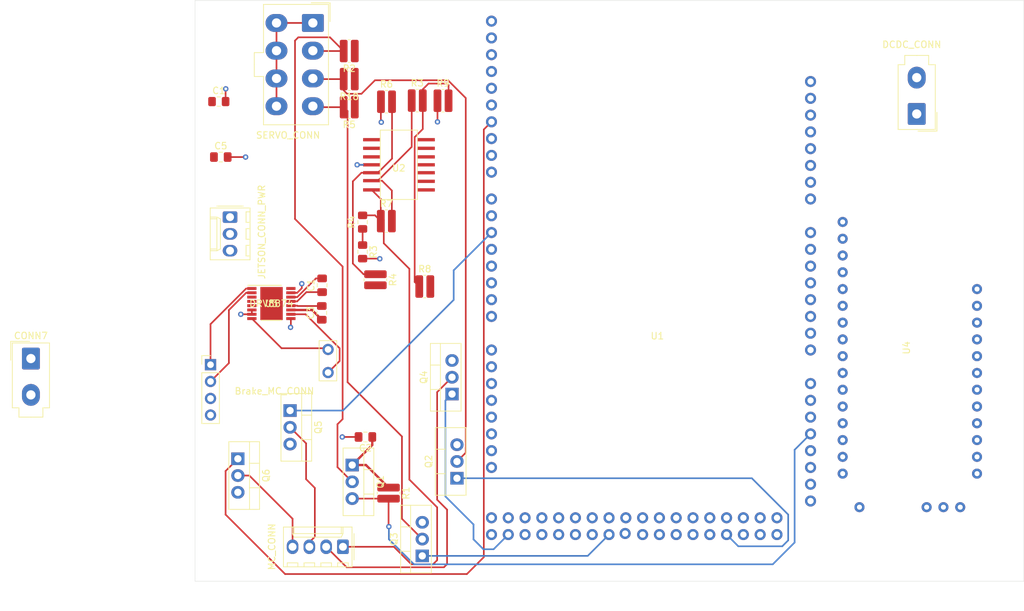
<source format=kicad_pcb>
(kicad_pcb (version 20171130) (host pcbnew "(5.1.7)-1")

  (general
    (thickness 1.6)
    (drawings 6)
    (tracks 182)
    (zones 0)
    (modules 37)
    (nets 130)
  )

  (page A4)
  (layers
    (0 Top signal)
    (31 Bottom signal)
    (32 B.Adhes user)
    (33 F.Adhes user)
    (34 B.Paste user)
    (35 F.Paste user)
    (36 B.SilkS user)
    (37 F.SilkS user)
    (38 B.Mask user)
    (39 F.Mask user)
    (40 Dwgs.User user)
    (41 Cmts.User user)
    (42 Eco1.User user)
    (43 Eco2.User user)
    (44 Edge.Cuts user)
    (45 Margin user)
    (46 B.CrtYd user)
    (47 F.CrtYd user)
    (48 B.Fab user)
    (49 F.Fab user)
  )

  (setup
    (last_trace_width 0.25)
    (trace_clearance 0.2)
    (zone_clearance 0.508)
    (zone_45_only no)
    (trace_min 0.2)
    (via_size 0.8)
    (via_drill 0.4)
    (via_min_size 0.4)
    (via_min_drill 0.3)
    (uvia_size 0.3)
    (uvia_drill 0.1)
    (uvias_allowed no)
    (uvia_min_size 0.2)
    (uvia_min_drill 0.1)
    (edge_width 0.05)
    (segment_width 0.2)
    (pcb_text_width 0.3)
    (pcb_text_size 1.5 1.5)
    (mod_edge_width 0.12)
    (mod_text_size 1 1)
    (mod_text_width 0.15)
    (pad_size 1.524 1.524)
    (pad_drill 0.762)
    (pad_to_mask_clearance 0.075)
    (solder_mask_min_width 0.25)
    (aux_axis_origin 0 0)
    (visible_elements 7FFFFFFF)
    (pcbplotparams
      (layerselection 0x3d0fc_ffffffff)
      (usegerberextensions false)
      (usegerberattributes false)
      (usegerberadvancedattributes false)
      (creategerberjobfile false)
      (excludeedgelayer true)
      (linewidth 0.100000)
      (plotframeref false)
      (viasonmask false)
      (mode 1)
      (useauxorigin false)
      (hpglpennumber 1)
      (hpglpenspeed 20)
      (hpglpendiameter 15.000000)
      (psnegative false)
      (psa4output false)
      (plotreference true)
      (plotvalue true)
      (plotinvisibletext false)
      (padsonsilk false)
      (subtractmaskfromsilk false)
      (outputformat 1)
      (mirror false)
      (drillshape 0)
      (scaleselection 1)
      (outputdirectory "AMP_PCB_2020_Gerbers/"))
  )

  (net 0 "")
  (net 1 GND)
  (net 2 +12V)
  (net 3 +3V3)
  (net 4 +5V)
  (net 5 "/LAUNCHXL-F28379D Breakout/EN+")
  (net 6 "/LAUNCHXL-F28379D Breakout/INPUT_A+")
  (net 7 "/LAUNCHXL-F28379D Breakout/INPUT_B+")
  (net 8 "/LAUNCHXL-F28379D Breakout/FS1_MC")
  (net 9 "/LAUNCHXL-F28379D Breakout/FWD_MC")
  (net 10 "/LAUNCHXL-F28379D Breakout/REV_MC")
  (net 11 "/LAUNCHXL-F28379D Breakout/THROTTLE_MC")
  (net 12 Brake_PWM_1)
  (net 13 Brake_PWM_2)
  (net 14 "/LAUNCHXL-F28379D Breakout/Brake_Out_2")
  (net 15 "/LAUNCHXL-F28379D Breakout/Brake_Out_1")
  (net 16 THROTTLE)
  (net 17 STEERING)
  (net 18 INPUT_A+_CTL)
  (net 19 EN+_CTL)
  (net 20 REV_CTL)
  (net 21 FWD_CTL)
  (net 22 FS1_CTL)
  (net 23 "Net-(C1-Pad2)")
  (net 24 "Net-(C1-Pad1)")
  (net 25 "Net-(C3-Pad2)")
  (net 26 "Net-(R3-Pad2)")
  (net 27 "Net-(R3-Pad1)")
  (net 28 "Net-(R4-Pad1)")
  (net 29 "Net-(U1-Pad85)")
  (net 30 "Net-(U1-Pad84)")
  (net 31 "Net-(U1-Pad82)")
  (net 32 "Net-(U1-Pad81)")
  (net 33 "Net-(U1-Pad79)")
  (net 34 "Net-(U1-Pad78)")
  (net 35 "Net-(U1-Pad77)")
  (net 36 "Net-(U1-Pad76)")
  (net 37 "Net-(U1-Pad75)")
  (net 38 "Net-(U1-Pad73)")
  (net 39 "Net-(U1-Pad72)")
  (net 40 "Net-(U1-Pad71)")
  (net 41 "Net-(U1-Pad70)")
  (net 42 "Net-(U1-Pad69)")
  (net 43 "Net-(U1-Pad68)")
  (net 44 KS1_CTL)
  (net 45 "Net-(U1-Pad65)")
  (net 46 "Net-(U1-Pad64)")
  (net 47 "Net-(U1-Pad63)")
  (net 48 "Net-(U1-Pad62)")
  (net 49 "Net-(U1-Pad61)")
  (net 50 "Net-(U1-Pad26)")
  (net 51 "Net-(U1-Pad27)")
  (net 52 SCIB_TX)
  (net 53 "Net-(U1-Pad29)")
  (net 54 "Net-(U1-Pad48)")
  (net 55 "Net-(U1-Pad49)")
  (net 56 "Net-(U1-Pad31)")
  (net 57 "Net-(U1-Pad51)")
  (net 58 "Net-(U1-Pad33)")
  (net 59 "Net-(U1-Pad54)")
  (net 60 "Net-(U1-Pad55)")
  (net 61 "Net-(U1-Pad56)")
  (net 62 "Net-(U1-Pad38)")
  (net 63 "Net-(U1-Pad57)")
  (net 64 "Net-(U1-Pad58)")
  (net 65 "Net-(U1-Pad60)")
  (net 66 "Net-(U1-Pad40)")
  (net 67 "Net-(U1-Pad39)")
  (net 68 "Net-(U1-Pad37)")
  (net 69 SCIB_RX)
  (net 70 "Net-(U1-Pad35)")
  (net 71 "Net-(U1-Pad52)")
  (net 72 "Net-(U1-Pad32)")
  (net 73 "Net-(U1-Pad50)")
  (net 74 "Net-(U1-Pad30)")
  (net 75 "Net-(U1-Pad47)")
  (net 76 "Net-(U1-Pad45)")
  (net 77 "Net-(U1-Pad44)")
  (net 78 "Net-(U1-Pad25)")
  (net 79 "Net-(U1-Pad43)")
  (net 80 "Net-(U1-Pad23)")
  (net 81 "Net-(U1-Pad22)")
  (net 82 "Net-(U1-Pad21)")
  (net 83 "Net-(U1-Pad17)")
  (net 84 "Net-(U1-Pad16)")
  (net 85 "Net-(U1-Pad15)")
  (net 86 "Net-(U1-Pad14)")
  (net 87 "Net-(U1-Pad13)")
  (net 88 "Net-(U1-Pad12)")
  (net 89 "Net-(U1-Pad11)")
  (net 90 "Net-(U1-Pad10)")
  (net 91 "Net-(U1-Pad9)")
  (net 92 "Net-(U1-Pad8)")
  (net 93 "Net-(U1-Pad7)")
  (net 94 "Net-(U1-Pad6)")
  (net 95 "Net-(U1-Pad5)")
  (net 96 "Net-(U1-Pad4)")
  (net 97 "Net-(U1-Pad3)")
  (net 98 "Net-(U1-Pad2)")
  (net 99 "Net-(U1-Pad1)")
  (net 100 "Net-(U3-Pad4)")
  (net 101 "Net-(U4-Pad51)")
  (net 102 "Net-(U4-Pad52)")
  (net 103 "Net-(U4-Pad54)")
  (net 104 "Net-(U4-Pad53)")
  (net 105 "Net-(U4-Pad40)")
  (net 106 "Net-(U4-Pad4)")
  (net 107 "Net-(U4-Pad15)")
  (net 108 "Net-(U4-Pad19)")
  (net 109 "Net-(U4-Pad7)")
  (net 110 "Net-(U4-Pad9)")
  (net 111 "Net-(U4-Pad20)")
  (net 112 "Net-(U4-Pad50)")
  (net 113 "Net-(U4-Pad8)")
  (net 114 "Net-(U4-Pad47)")
  (net 115 "Net-(U4-Pad10)")
  (net 116 "Net-(U4-Pad16)")
  (net 117 "Net-(U4-Pad21)")
  (net 118 "Net-(U4-Pad32)")
  (net 119 "Net-(U4-Pad24)")
  (net 120 "Net-(U4-Pad29)")
  (net 121 "Net-(U4-Pad12)")
  (net 122 "Net-(U4-Pad27)")
  (net 123 "Net-(U4-Pad25)")
  (net 124 "Net-(U4-Pad28)")
  (net 125 "Net-(U4-Pad26)")
  (net 126 "Net-(U4-Pad55)")
  (net 127 "Net-(U4-Pad56)")
  (net 128 "Net-(U4-Pad31)")
  (net 129 "Net-(U4-Pad57)")

  (net_class Default "This is the default net class."
    (clearance 0.2)
    (trace_width 0.25)
    (via_dia 0.8)
    (via_drill 0.4)
    (uvia_dia 0.3)
    (uvia_drill 0.1)
    (add_net "/LAUNCHXL-F28379D Breakout/Brake_Out_1")
    (add_net "/LAUNCHXL-F28379D Breakout/Brake_Out_2")
    (add_net "/LAUNCHXL-F28379D Breakout/EN+")
    (add_net "/LAUNCHXL-F28379D Breakout/FS1_MC")
    (add_net "/LAUNCHXL-F28379D Breakout/FWD_MC")
    (add_net "/LAUNCHXL-F28379D Breakout/INPUT_A+")
    (add_net "/LAUNCHXL-F28379D Breakout/INPUT_B+")
    (add_net "/LAUNCHXL-F28379D Breakout/REV_MC")
    (add_net "/LAUNCHXL-F28379D Breakout/THROTTLE_MC")
    (add_net Brake_PWM_1)
    (add_net Brake_PWM_2)
    (add_net EN+_CTL)
    (add_net FS1_CTL)
    (add_net FWD_CTL)
    (add_net GND)
    (add_net INPUT_A+_CTL)
    (add_net KS1_CTL)
    (add_net "Net-(C1-Pad1)")
    (add_net "Net-(C1-Pad2)")
    (add_net "Net-(C3-Pad2)")
    (add_net "Net-(R3-Pad1)")
    (add_net "Net-(R3-Pad2)")
    (add_net "Net-(R4-Pad1)")
    (add_net "Net-(U1-Pad1)")
    (add_net "Net-(U1-Pad10)")
    (add_net "Net-(U1-Pad11)")
    (add_net "Net-(U1-Pad12)")
    (add_net "Net-(U1-Pad13)")
    (add_net "Net-(U1-Pad14)")
    (add_net "Net-(U1-Pad15)")
    (add_net "Net-(U1-Pad16)")
    (add_net "Net-(U1-Pad17)")
    (add_net "Net-(U1-Pad2)")
    (add_net "Net-(U1-Pad21)")
    (add_net "Net-(U1-Pad22)")
    (add_net "Net-(U1-Pad23)")
    (add_net "Net-(U1-Pad25)")
    (add_net "Net-(U1-Pad26)")
    (add_net "Net-(U1-Pad27)")
    (add_net "Net-(U1-Pad29)")
    (add_net "Net-(U1-Pad3)")
    (add_net "Net-(U1-Pad30)")
    (add_net "Net-(U1-Pad31)")
    (add_net "Net-(U1-Pad32)")
    (add_net "Net-(U1-Pad33)")
    (add_net "Net-(U1-Pad35)")
    (add_net "Net-(U1-Pad37)")
    (add_net "Net-(U1-Pad38)")
    (add_net "Net-(U1-Pad39)")
    (add_net "Net-(U1-Pad4)")
    (add_net "Net-(U1-Pad40)")
    (add_net "Net-(U1-Pad43)")
    (add_net "Net-(U1-Pad44)")
    (add_net "Net-(U1-Pad45)")
    (add_net "Net-(U1-Pad47)")
    (add_net "Net-(U1-Pad48)")
    (add_net "Net-(U1-Pad49)")
    (add_net "Net-(U1-Pad5)")
    (add_net "Net-(U1-Pad50)")
    (add_net "Net-(U1-Pad51)")
    (add_net "Net-(U1-Pad52)")
    (add_net "Net-(U1-Pad54)")
    (add_net "Net-(U1-Pad55)")
    (add_net "Net-(U1-Pad56)")
    (add_net "Net-(U1-Pad57)")
    (add_net "Net-(U1-Pad58)")
    (add_net "Net-(U1-Pad6)")
    (add_net "Net-(U1-Pad60)")
    (add_net "Net-(U1-Pad61)")
    (add_net "Net-(U1-Pad62)")
    (add_net "Net-(U1-Pad63)")
    (add_net "Net-(U1-Pad64)")
    (add_net "Net-(U1-Pad65)")
    (add_net "Net-(U1-Pad68)")
    (add_net "Net-(U1-Pad69)")
    (add_net "Net-(U1-Pad7)")
    (add_net "Net-(U1-Pad70)")
    (add_net "Net-(U1-Pad71)")
    (add_net "Net-(U1-Pad72)")
    (add_net "Net-(U1-Pad73)")
    (add_net "Net-(U1-Pad75)")
    (add_net "Net-(U1-Pad76)")
    (add_net "Net-(U1-Pad77)")
    (add_net "Net-(U1-Pad78)")
    (add_net "Net-(U1-Pad79)")
    (add_net "Net-(U1-Pad8)")
    (add_net "Net-(U1-Pad81)")
    (add_net "Net-(U1-Pad82)")
    (add_net "Net-(U1-Pad84)")
    (add_net "Net-(U1-Pad85)")
    (add_net "Net-(U1-Pad9)")
    (add_net "Net-(U3-Pad4)")
    (add_net "Net-(U4-Pad10)")
    (add_net "Net-(U4-Pad12)")
    (add_net "Net-(U4-Pad15)")
    (add_net "Net-(U4-Pad16)")
    (add_net "Net-(U4-Pad19)")
    (add_net "Net-(U4-Pad20)")
    (add_net "Net-(U4-Pad21)")
    (add_net "Net-(U4-Pad24)")
    (add_net "Net-(U4-Pad25)")
    (add_net "Net-(U4-Pad26)")
    (add_net "Net-(U4-Pad27)")
    (add_net "Net-(U4-Pad28)")
    (add_net "Net-(U4-Pad29)")
    (add_net "Net-(U4-Pad31)")
    (add_net "Net-(U4-Pad32)")
    (add_net "Net-(U4-Pad4)")
    (add_net "Net-(U4-Pad40)")
    (add_net "Net-(U4-Pad47)")
    (add_net "Net-(U4-Pad50)")
    (add_net "Net-(U4-Pad51)")
    (add_net "Net-(U4-Pad52)")
    (add_net "Net-(U4-Pad53)")
    (add_net "Net-(U4-Pad54)")
    (add_net "Net-(U4-Pad55)")
    (add_net "Net-(U4-Pad56)")
    (add_net "Net-(U4-Pad57)")
    (add_net "Net-(U4-Pad7)")
    (add_net "Net-(U4-Pad8)")
    (add_net "Net-(U4-Pad9)")
    (add_net REV_CTL)
    (add_net SCIB_RX)
    (add_net SCIB_TX)
    (add_net STEERING)
    (add_net THROTTLE)
  )

  (net_class Power ""
    (clearance 0.2)
    (trace_width 0.35)
    (via_dia 0.8)
    (via_drill 0.4)
    (uvia_dia 0.3)
    (uvia_drill 0.1)
    (add_net +12V)
    (add_net +3V3)
    (add_net +5V)
  )

  (module Drivetrain_control:TL084CN (layer Top) (tedit 5F86031B) (tstamp 5FAAA7E5)
    (at 157.7 74.55)
    (path /5DF27AC1/5F86A304)
    (fp_text reference U2 (at 0 0.5) (layer F.SilkS)
      (effects (font (size 1 1) (thickness 0.15)))
    )
    (fp_text value TL084CN (at 0 -0.5) (layer F.Fab)
      (effects (font (size 1 1) (thickness 0.15)))
    )
    (fp_line (start -5.45 5.95) (end -5.45 -5.75) (layer F.CrtYd) (width 0.12))
    (fp_line (start 5.5 5.95) (end -5.45 5.95) (layer F.CrtYd) (width 0.12))
    (fp_line (start 5.5 -5.75) (end 5.5 5.95) (layer F.CrtYd) (width 0.12))
    (fp_line (start -5.45 -5.75) (end 5.5 -5.75) (layer F.CrtYd) (width 0.12))
    (fp_line (start -2.8 -5.25) (end 2.8 -5.25) (layer F.SilkS) (width 0.12))
    (fp_line (start 2.8 -5.25) (end 2.8 5.25) (layer F.SilkS) (width 0.12))
    (fp_line (start 2.8 5.25) (end -2.8 5.25) (layer F.SilkS) (width 0.12))
    (fp_line (start -2.8 -5.25) (end -2.8 5.25) (layer F.SilkS) (width 0.12))
    (pad 14 smd rect (at 4.15 -3.8) (size 2.6 0.5) (layers Top F.Paste F.Mask))
    (pad 13 smd rect (at 4.15 -2.5) (size 2.6 0.5) (layers Top F.Paste F.Mask))
    (pad 12 smd rect (at 4.15 -1.2) (size 2.6 0.5) (layers Top F.Paste F.Mask))
    (pad 11 smd rect (at 4.15 0) (size 2.6 0.5) (layers Top F.Paste F.Mask))
    (pad 10 smd rect (at 4.15 1.2) (size 2.6 0.5) (layers Top F.Paste F.Mask))
    (pad 9 smd rect (at 4.15 2.5) (size 2.6 0.5) (layers Top F.Paste F.Mask))
    (pad 8 smd rect (at 4.15 3.8) (size 2.6 0.5) (layers Top F.Paste F.Mask)
      (net 2 +12V))
    (pad 7 smd rect (at -4.1 3.8) (size 2.6 0.5) (layers Top F.Paste F.Mask)
      (net 11 "/LAUNCHXL-F28379D Breakout/THROTTLE_MC"))
    (pad 6 smd rect (at -4.1 2.4) (size 2.6 0.5) (layers Top F.Paste F.Mask)
      (net 27 "Net-(R3-Pad1)"))
    (pad 5 smd rect (at -4.1 1.2) (size 2.6 0.5) (layers Top F.Paste F.Mask)
      (net 28 "Net-(R4-Pad1)"))
    (pad 4 smd rect (at -4.1 0) (size 2.6 0.5) (layers Top F.Paste F.Mask)
      (net 1 GND))
    (pad 3 smd rect (at -4.1 -1.2) (size 2.6 0.5) (layers Top F.Paste F.Mask))
    (pad 2 smd rect (at -4.1 -2.5) (size 2.6 0.5) (layers Top F.Paste F.Mask))
    (pad 1 smd rect (at -4.1 -3.8) (size 2.6 0.5) (layers Top F.Paste F.Mask))
  )

  (module Drivetrain_control:LoRa (layer Top) (tedit 5FA84FFA) (tstamp 5FAAC6A8)
    (at 235 102.25 270)
    (path /5DF27589/5FA8EB82)
    (fp_text reference U4 (at 0 0.5 90) (layer F.SilkS)
      (effects (font (size 1 1) (thickness 0.15)))
    )
    (fp_text value LoRa (at 0 -0.5 90) (layer F.Fab)
      (effects (font (size 1 1) (thickness 0.15)))
    )
    (fp_line (start -25.4 -11.43) (end -25.4 11.43) (layer F.CrtYd) (width 0.12))
    (fp_line (start -25.4 11.43) (end 25.4 11.43) (layer F.CrtYd) (width 0.12))
    (fp_line (start 25.4 11.43) (end 25.4 -11.43) (layer F.CrtYd) (width 0.12))
    (fp_line (start 25.4 -11.43) (end -25.4 -11.43) (layer F.CrtYd) (width 0.12))
    (pad 51 thru_hole circle (at 24.13 7.62) (size 1.524 1.524) (drill 0.762) (layers *.Cu *.Mask)
      (net 101 "Net-(U4-Pad51)"))
    (pad 52 thru_hole circle (at 24.13 -2.54) (size 1.524 1.524) (drill 0.762) (layers *.Cu *.Mask)
      (net 102 "Net-(U4-Pad52)"))
    (pad 54 thru_hole circle (at 24.13 -7.62) (size 1.524 1.524) (drill 0.762) (layers *.Cu *.Mask)
      (net 103 "Net-(U4-Pad54)"))
    (pad 53 thru_hole circle (at 24.13 -5.08) (size 1.524 1.524) (drill 0.762) (layers *.Cu *.Mask)
      (net 104 "Net-(U4-Pad53)"))
    (pad 40 thru_hole circle (at -19.05 10.16 270) (size 1.524 1.524) (drill 0.762) (layers *.Cu *.Mask)
      (net 105 "Net-(U4-Pad40)"))
    (pad 48 thru_hole circle (at -16.51 10.16 270) (size 1.524 1.524) (drill 0.762) (layers *.Cu *.Mask)
      (net 3 +3V3))
    (pad 4 thru_hole circle (at -13.97 10.16 270) (size 1.524 1.524) (drill 0.762) (layers *.Cu *.Mask)
      (net 106 "Net-(U4-Pad4)"))
    (pad 49 thru_hole circle (at -11.43 10.16 270) (size 1.524 1.524) (drill 0.762) (layers *.Cu *.Mask)
      (net 1 GND))
    (pad 15 thru_hole circle (at 16.51 10.16 270) (size 1.524 1.524) (drill 0.762) (layers *.Cu *.Mask)
      (net 107 "Net-(U4-Pad15)"))
    (pad 19 thru_hole circle (at 8.89 10.16 270) (size 1.524 1.524) (drill 0.762) (layers *.Cu *.Mask)
      (net 108 "Net-(U4-Pad19)"))
    (pad 7 thru_hole circle (at -6.35 10.16 270) (size 1.524 1.524) (drill 0.762) (layers *.Cu *.Mask)
      (net 109 "Net-(U4-Pad7)"))
    (pad 9 thru_hole circle (at -1.27 10.16 270) (size 1.524 1.524) (drill 0.762) (layers *.Cu *.Mask)
      (net 110 "Net-(U4-Pad9)"))
    (pad 20 thru_hole circle (at 6.35 10.16 270) (size 1.524 1.524) (drill 0.762) (layers *.Cu *.Mask)
      (net 111 "Net-(U4-Pad20)"))
    (pad 3 thru_hole circle (at -8.89 10.16 270) (size 1.524 1.524) (drill 0.762) (layers *.Cu *.Mask))
    (pad 50 thru_hole circle (at 19.05 10.16 270) (size 1.524 1.524) (drill 0.762) (layers *.Cu *.Mask)
      (net 112 "Net-(U4-Pad50)"))
    (pad 8 thru_hole circle (at -3.81 10.16 270) (size 1.524 1.524) (drill 0.762) (layers *.Cu *.Mask)
      (net 113 "Net-(U4-Pad8)"))
    (pad 47 thru_hole circle (at 3.81 10.16 270) (size 1.524 1.524) (drill 0.762) (layers *.Cu *.Mask)
      (net 114 "Net-(U4-Pad47)"))
    (pad 10 thru_hole circle (at 1.27 10.16 270) (size 1.524 1.524) (drill 0.762) (layers *.Cu *.Mask)
      (net 115 "Net-(U4-Pad10)"))
    (pad 16 thru_hole circle (at 13.97 10.16 270) (size 1.524 1.524) (drill 0.762) (layers *.Cu *.Mask)
      (net 116 "Net-(U4-Pad16)"))
    (pad 21 thru_hole circle (at 11.43 10.16 270) (size 1.524 1.524) (drill 0.762) (layers *.Cu *.Mask)
      (net 117 "Net-(U4-Pad21)"))
    (pad 32 thru_hole circle (at 16.51 -10.16 270) (size 1.524 1.524) (drill 0.762) (layers *.Cu *.Mask)
      (net 118 "Net-(U4-Pad32)"))
    (pad 24 thru_hole circle (at 13.97 -10.16 270) (size 1.524 1.524) (drill 0.762) (layers *.Cu *.Mask)
      (net 119 "Net-(U4-Pad24)"))
    (pad 29 thru_hole circle (at 11.43 -10.16 270) (size 1.524 1.524) (drill 0.762) (layers *.Cu *.Mask)
      (net 120 "Net-(U4-Pad29)"))
    (pad 12 thru_hole circle (at 8.89 -10.16 270) (size 1.524 1.524) (drill 0.762) (layers *.Cu *.Mask)
      (net 121 "Net-(U4-Pad12)"))
    (pad 27 thru_hole circle (at 6.35 -10.16 270) (size 1.524 1.524) (drill 0.762) (layers *.Cu *.Mask)
      (net 122 "Net-(U4-Pad27)"))
    (pad 25 thru_hole circle (at 3.81 -10.16 270) (size 1.524 1.524) (drill 0.762) (layers *.Cu *.Mask)
      (net 123 "Net-(U4-Pad25)"))
    (pad 28 thru_hole circle (at 1.27 -10.16 270) (size 1.524 1.524) (drill 0.762) (layers *.Cu *.Mask)
      (net 124 "Net-(U4-Pad28)"))
    (pad 26 thru_hole circle (at -1.27 -10.16 270) (size 1.524 1.524) (drill 0.762) (layers *.Cu *.Mask)
      (net 125 "Net-(U4-Pad26)"))
    (pad 55 thru_hole circle (at -3.81 -10.16 270) (size 1.524 1.524) (drill 0.762) (layers *.Cu *.Mask)
      (net 126 "Net-(U4-Pad55)"))
    (pad 56 thru_hole circle (at -6.35 -10.16 270) (size 1.524 1.524) (drill 0.762) (layers *.Cu *.Mask)
      (net 127 "Net-(U4-Pad56)"))
    (pad 31 thru_hole circle (at 19.05 -10.16 270) (size 1.524 1.524) (drill 0.762) (layers *.Cu *.Mask)
      (net 128 "Net-(U4-Pad31)"))
    (pad 57 thru_hole circle (at -8.89 -10.16 270) (size 1.524 1.524) (drill 0.762) (layers *.Cu *.Mask)
      (net 129 "Net-(U4-Pad57)"))
  )

  (module Connector_Molex:Molex_Mini-Fit_Jr_5566-02A_2x01_P4.20mm_Vertical (layer Top) (tedit 5B781992) (tstamp 5FAACA4F)
    (at 102.05 103.88)
    (descr "Molex Mini-Fit Jr. Power Connectors, old mpn/engineering number: 5566-02A, example for new mpn: 39-28-x02x, 1 Pins per row, Mounting:  (http://www.molex.com/pdm_docs/sd/039281043_sd.pdf), generated with kicad-footprint-generator")
    (tags "connector Molex Mini-Fit_Jr side entry")
    (path /5DF27AC1/5E1945B9)
    (fp_text reference CONN7 (at 0 -3.45) (layer F.SilkS)
      (effects (font (size 1 1) (thickness 0.15)))
    )
    (fp_text value Brake_CONN (at 0 9.95) (layer F.Fab)
      (effects (font (size 1 1) (thickness 0.15)))
    )
    (fp_line (start -2.7 -2.25) (end -2.7 7.35) (layer F.Fab) (width 0.1))
    (fp_line (start -2.7 7.35) (end 2.7 7.35) (layer F.Fab) (width 0.1))
    (fp_line (start 2.7 7.35) (end 2.7 -2.25) (layer F.Fab) (width 0.1))
    (fp_line (start 2.7 -2.25) (end -2.7 -2.25) (layer F.Fab) (width 0.1))
    (fp_line (start -1.7 7.35) (end -1.7 8.75) (layer F.Fab) (width 0.1))
    (fp_line (start -1.7 8.75) (end 1.7 8.75) (layer F.Fab) (width 0.1))
    (fp_line (start 1.7 8.75) (end 1.7 7.35) (layer F.Fab) (width 0.1))
    (fp_line (start -1.65 -1) (end -1.65 2.3) (layer F.Fab) (width 0.1))
    (fp_line (start -1.65 2.3) (end 1.65 2.3) (layer F.Fab) (width 0.1))
    (fp_line (start 1.65 2.3) (end 1.65 -1) (layer F.Fab) (width 0.1))
    (fp_line (start 1.65 -1) (end -1.65 -1) (layer F.Fab) (width 0.1))
    (fp_line (start -1.65 6.5) (end -1.65 4.025) (layer F.Fab) (width 0.1))
    (fp_line (start -1.65 4.025) (end -0.825 3.2) (layer F.Fab) (width 0.1))
    (fp_line (start -0.825 3.2) (end 0.825 3.2) (layer F.Fab) (width 0.1))
    (fp_line (start 0.825 3.2) (end 1.65 4.025) (layer F.Fab) (width 0.1))
    (fp_line (start 1.65 4.025) (end 1.65 6.5) (layer F.Fab) (width 0.1))
    (fp_line (start 1.65 6.5) (end -1.65 6.5) (layer F.Fab) (width 0.1))
    (fp_line (start 0 -2.36) (end -2.81 -2.36) (layer F.SilkS) (width 0.12))
    (fp_line (start -2.81 -2.36) (end -2.81 7.46) (layer F.SilkS) (width 0.12))
    (fp_line (start -2.81 7.46) (end -1.81 7.46) (layer F.SilkS) (width 0.12))
    (fp_line (start -1.81 7.46) (end -1.81 8.86) (layer F.SilkS) (width 0.12))
    (fp_line (start -1.81 8.86) (end 0 8.86) (layer F.SilkS) (width 0.12))
    (fp_line (start 0 -2.36) (end 2.81 -2.36) (layer F.SilkS) (width 0.12))
    (fp_line (start 2.81 -2.36) (end 2.81 7.46) (layer F.SilkS) (width 0.12))
    (fp_line (start 2.81 7.46) (end 1.81 7.46) (layer F.SilkS) (width 0.12))
    (fp_line (start 1.81 7.46) (end 1.81 8.86) (layer F.SilkS) (width 0.12))
    (fp_line (start 1.81 8.86) (end 0 8.86) (layer F.SilkS) (width 0.12))
    (fp_line (start -0.2 -2.6) (end -3.05 -2.6) (layer F.SilkS) (width 0.12))
    (fp_line (start -3.05 -2.6) (end -3.05 0.25) (layer F.SilkS) (width 0.12))
    (fp_line (start -0.2 -2.6) (end -3.05 -2.6) (layer F.Fab) (width 0.1))
    (fp_line (start -3.05 -2.6) (end -3.05 0.25) (layer F.Fab) (width 0.1))
    (fp_line (start -3.2 -2.75) (end -3.2 9.25) (layer F.CrtYd) (width 0.05))
    (fp_line (start -3.2 9.25) (end 3.2 9.25) (layer F.CrtYd) (width 0.05))
    (fp_line (start 3.2 9.25) (end 3.2 -2.75) (layer F.CrtYd) (width 0.05))
    (fp_line (start 3.2 -2.75) (end -3.2 -2.75) (layer F.CrtYd) (width 0.05))
    (fp_text user %R (at 0 -1.55) (layer F.Fab)
      (effects (font (size 1 1) (thickness 0.15)))
    )
    (pad 2 thru_hole oval (at 0 5.5) (size 2.7 3.3) (drill 1.4) (layers *.Cu *.Mask)
      (net 15 "/LAUNCHXL-F28379D Breakout/Brake_Out_1"))
    (pad 1 thru_hole roundrect (at 0 0) (size 2.7 3.3) (drill 1.4) (layers *.Cu *.Mask) (roundrect_rratio 0.09259299999999999)
      (net 14 "/LAUNCHXL-F28379D Breakout/Brake_Out_2"))
    (model ${KISYS3DMOD}/Connector_Molex.3dshapes/Molex_Mini-Fit_Jr_5566-02A_2x01_P4.20mm_Vertical.wrl
      (at (xyz 0 0 0))
      (scale (xyz 1 1 1))
      (rotate (xyz 0 0 0))
    )
  )

  (module Resistor_SMD:R_0612_1632Metric_Pad1.18x3.40mm_HandSolder (layer Top) (tedit 5F68FEEE) (tstamp 5FAAA9E4)
    (at 155.8125 83.075)
    (descr "Resistor SMD 0612 (1632 Metric), square (rectangular) end terminal, IPC_7351 nominal with elongated pad for handsoldering. (Body size source: https://www.vishay.com/docs/20019/rcwe.pdf), generated with kicad-footprint-generator")
    (tags "resistor handsolder")
    (path /5DF27AC1/5F880B06)
    (attr smd)
    (fp_text reference R7 (at 0 -2.65) (layer F.SilkS)
      (effects (font (size 1 1) (thickness 0.15)))
    )
    (fp_text value 5400 (at 0 2.65) (layer F.Fab)
      (effects (font (size 1 1) (thickness 0.15)))
    )
    (fp_line (start 1.68 1.95) (end -1.68 1.95) (layer F.CrtYd) (width 0.05))
    (fp_line (start 1.68 -1.95) (end 1.68 1.95) (layer F.CrtYd) (width 0.05))
    (fp_line (start -1.68 -1.95) (end 1.68 -1.95) (layer F.CrtYd) (width 0.05))
    (fp_line (start -1.68 1.95) (end -1.68 -1.95) (layer F.CrtYd) (width 0.05))
    (fp_line (start -0.182983 1.71) (end 0.182983 1.71) (layer F.SilkS) (width 0.12))
    (fp_line (start -0.182983 -1.71) (end 0.182983 -1.71) (layer F.SilkS) (width 0.12))
    (fp_line (start 0.8 1.6) (end -0.8 1.6) (layer F.Fab) (width 0.1))
    (fp_line (start 0.8 -1.6) (end 0.8 1.6) (layer F.Fab) (width 0.1))
    (fp_line (start -0.8 -1.6) (end 0.8 -1.6) (layer F.Fab) (width 0.1))
    (fp_line (start -0.8 1.6) (end -0.8 -1.6) (layer F.Fab) (width 0.1))
    (fp_text user %R (at 0 0) (layer F.Fab)
      (effects (font (size 0.4 0.4) (thickness 0.06)))
    )
    (pad 2 smd roundrect (at 0.8375 0) (size 1.175 3.4) (layers Top F.Paste F.Mask) (roundrect_rratio 0.212766)
      (net 27 "Net-(R3-Pad1)"))
    (pad 1 smd roundrect (at -0.8375 0) (size 1.175 3.4) (layers Top F.Paste F.Mask) (roundrect_rratio 0.212766)
      (net 11 "/LAUNCHXL-F28379D Breakout/THROTTLE_MC"))
    (model ${KISYS3DMOD}/Resistor_SMD.3dshapes/R_0612_1632Metric.wrl
      (at (xyz 0 0 0))
      (scale (xyz 1 1 1))
      (rotate (xyz 0 0 0))
    )
  )

  (module Drivetrain_control:Brake_MC_Conn_6_pin (layer Top) (tedit 5FA1B349) (tstamp 5FAAA9BC)
    (at 138.63 108.558 270)
    (descr "Through hole straight pin header, 1x04, 2.54mm pitch, single row")
    (tags "Through hole pin header THT 1x04 2.54mm single row")
    (path /5DF27AC1/5E187579)
    (fp_text reference CONN6 (at 0.75 12.6 270) (layer F.Fab)
      (effects (font (size 1 1) (thickness 0.15)))
    )
    (fp_text value Brake_MC_CONN (at 0.25 -0.25 180) (layer F.SilkS)
      (effects (font (size 1 1) (thickness 0.15)))
    )
    (fp_line (start -7.4 -9.68) (end -7.4 -7.02) (layer F.SilkS) (width 0.12))
    (fp_line (start -7.35 -9.68) (end -7.35 -7.02) (layer F.Fab) (width 0.12))
    (fp_line (start -1.36 -9.62) (end -1.36 -7.08) (layer F.Fab) (width 0.1))
    (fp_line (start -7.35 -9.68) (end -1.3 -9.68) (layer F.SilkS) (width 0.12))
    (fp_line (start -1.3 -7.02) (end -1.3 -9.68) (layer F.SilkS) (width 0.12))
    (fp_line (start -1.36 -7.08) (end -7.35 -7.08) (layer F.Fab) (width 0.1))
    (fp_line (start -7.9 -10.15) (end -7.9 -6.55) (layer F.CrtYd) (width 0.05))
    (fp_line (start -7.9 -6.55) (end -0.85 -6.55) (layer F.CrtYd) (width 0.05))
    (fp_line (start -0.85 -6.55) (end -0.85 -10.15) (layer F.CrtYd) (width 0.05))
    (fp_line (start -7.35 -7.02) (end -1.3 -7.02) (layer F.SilkS) (width 0.12))
    (fp_line (start -7.35 -9.62) (end -1.36 -9.62) (layer F.Fab) (width 0.1))
    (fp_line (start -0.85 -10.15) (end -7.9 -10.15) (layer F.CrtYd) (width 0.05))
    (fp_line (start -5.6 7.6) (end -5.6 11.2) (layer F.CrtYd) (width 0.05))
    (fp_line (start 5.6 7.6) (end -5.6 7.6) (layer F.CrtYd) (width 0.05))
    (fp_line (start 5.6 11.2) (end 5.6 7.6) (layer F.CrtYd) (width 0.05))
    (fp_line (start -5.6 11.2) (end 5.6 11.2) (layer F.CrtYd) (width 0.05))
    (fp_line (start -5.13 10.73) (end -5.13 9.4) (layer F.SilkS) (width 0.12))
    (fp_line (start -3.8 10.73) (end -5.13 10.73) (layer F.SilkS) (width 0.12))
    (fp_line (start -2.53 10.73) (end -2.53 8.07) (layer F.SilkS) (width 0.12))
    (fp_line (start -2.53 8.07) (end 5.15 8.07) (layer F.SilkS) (width 0.12))
    (fp_line (start -2.53 10.73) (end 5.15 10.73) (layer F.SilkS) (width 0.12))
    (fp_line (start 5.15 10.73) (end 5.15 8.07) (layer F.SilkS) (width 0.12))
    (fp_line (start -4.435 10.67) (end -5.07 10.035) (layer F.Fab) (width 0.1))
    (fp_line (start 5.09 10.67) (end -4.435 10.67) (layer F.Fab) (width 0.1))
    (fp_line (start 5.09 8.13) (end 5.09 10.67) (layer F.Fab) (width 0.1))
    (fp_line (start -5.07 8.13) (end 5.09 8.13) (layer F.Fab) (width 0.1))
    (fp_line (start -5.07 10.035) (end -5.07 8.13) (layer F.Fab) (width 0.1))
    (pad 4 thru_hole circle (at 3.87 9.41) (size 1.7 1.7) (drill 1) (layers *.Cu *.Mask)
      (net 1 GND))
    (pad 3 thru_hole circle (at 1.36 9.41) (size 1.7 1.7) (drill 1) (layers *.Cu *.Mask)
      (net 2 +12V))
    (pad 2 thru_hole circle (at -1.21 9.41) (size 1.7 1.7) (drill 1) (layers *.Cu *.Mask)
      (net 13 Brake_PWM_2))
    (pad 1 thru_hole rect (at -3.75 9.41) (size 1.7 1.7) (drill 1) (layers *.Cu *.Mask)
      (net 12 Brake_PWM_1))
    (pad 6 thru_hole circle (at -2.558 -8.37) (size 1.7 1.7) (drill 1) (layers *.Cu *.Mask)
      (net 14 "/LAUNCHXL-F28379D Breakout/Brake_Out_2"))
    (pad 5 thru_hole circle (at -6.058 -8.37) (size 1.7 1.7) (drill 1) (layers *.Cu *.Mask)
      (net 15 "/LAUNCHXL-F28379D Breakout/Brake_Out_1"))
    (model ${KISYS3DMOD}/Connector_PinHeader_2.54mm.3dshapes/PinHeader_1x04_P2.54mm_Vertical.wrl
      (offset (xyz 4 -9.5 0))
      (scale (xyz 1 1 1))
      (rotate (xyz 0 0 90))
    )
    (model ${KISYS3DMOD}/Connector_PinHeader_2.54mm.3dshapes/PinHeader_1x01_P2.54mm_Vertical.step
      (offset (xyz -6 8.4 0))
      (scale (xyz 1 1 1))
      (rotate (xyz 0 0 0))
    )
    (model "${MITCHS_CAD}/Adafruit DRV8871 v2.step"
      (offset (xyz -10 -12 2.5))
      (scale (xyz 1 1 1))
      (rotate (xyz 0 0 0))
    )
    (model ${KISYS3DMOD}/Connector_PinHeader_2.54mm.3dshapes/PinHeader_1x01_P2.54mm_Vertical.step
      (offset (xyz -2.5 8.5 0))
      (scale (xyz 1 1 1))
      (rotate (xyz 0 0 0))
    )
    (model ${KISYS3DMOD}/Connector_PinHeader_2.54mm.3dshapes/PinHeader_1x01_P2.54mm_Vertical.step
      (offset (xyz 2.5 8.5 0))
      (scale (xyz 1 1 1))
      (rotate (xyz 0 0 0))
    )
    (model ${KISYS3DMOD}/Connector_PinHeader_2.54mm.3dshapes/PinHeader_1x01_P2.54mm_Vertical.step
      (offset (xyz 6 8.5 0))
      (scale (xyz 1 1 1))
      (rotate (xyz 0 0 0))
    )
  )

  (module Package_TO_SOT_THT:TO-220-3_Vertical (layer Top) (tedit 5AC8BA0D) (tstamp 5FAAA9A3)
    (at 161.25 133.75 90)
    (descr "TO-220-3, Vertical, RM 2.54mm, see https://www.vishay.com/docs/66542/to-220-1.pdf")
    (tags "TO-220-3 Vertical RM 2.54mm")
    (path /5DF27AC1/5DF72728)
    (fp_text reference Q3 (at 2.54 -4.27 90) (layer F.SilkS)
      (effects (font (size 1 1) (thickness 0.15)))
    )
    (fp_text value 100V/17A (at 2.54 2.5 90) (layer F.Fab)
      (effects (font (size 1 1) (thickness 0.15)))
    )
    (fp_line (start 7.79 -3.4) (end -2.71 -3.4) (layer F.CrtYd) (width 0.05))
    (fp_line (start 7.79 1.51) (end 7.79 -3.4) (layer F.CrtYd) (width 0.05))
    (fp_line (start -2.71 1.51) (end 7.79 1.51) (layer F.CrtYd) (width 0.05))
    (fp_line (start -2.71 -3.4) (end -2.71 1.51) (layer F.CrtYd) (width 0.05))
    (fp_line (start 4.391 -3.27) (end 4.391 -1.76) (layer F.SilkS) (width 0.12))
    (fp_line (start 0.69 -3.27) (end 0.69 -1.76) (layer F.SilkS) (width 0.12))
    (fp_line (start -2.58 -1.76) (end 7.66 -1.76) (layer F.SilkS) (width 0.12))
    (fp_line (start 7.66 -3.27) (end 7.66 1.371) (layer F.SilkS) (width 0.12))
    (fp_line (start -2.58 -3.27) (end -2.58 1.371) (layer F.SilkS) (width 0.12))
    (fp_line (start -2.58 1.371) (end 7.66 1.371) (layer F.SilkS) (width 0.12))
    (fp_line (start -2.58 -3.27) (end 7.66 -3.27) (layer F.SilkS) (width 0.12))
    (fp_line (start 4.39 -3.15) (end 4.39 -1.88) (layer F.Fab) (width 0.1))
    (fp_line (start 0.69 -3.15) (end 0.69 -1.88) (layer F.Fab) (width 0.1))
    (fp_line (start -2.46 -1.88) (end 7.54 -1.88) (layer F.Fab) (width 0.1))
    (fp_line (start 7.54 -3.15) (end -2.46 -3.15) (layer F.Fab) (width 0.1))
    (fp_line (start 7.54 1.25) (end 7.54 -3.15) (layer F.Fab) (width 0.1))
    (fp_line (start -2.46 1.25) (end 7.54 1.25) (layer F.Fab) (width 0.1))
    (fp_line (start -2.46 -3.15) (end -2.46 1.25) (layer F.Fab) (width 0.1))
    (fp_text user %R (at 2.54 -4.27 90) (layer F.Fab)
      (effects (font (size 1 1) (thickness 0.15)))
    )
    (pad 3 thru_hole oval (at 5.08 0 90) (size 1.905 2) (drill 1.1) (layers *.Cu *.Mask)
      (net 1 GND))
    (pad 2 thru_hole oval (at 2.54 0 90) (size 1.905 2) (drill 1.1) (layers *.Cu *.Mask)
      (net 5 "/LAUNCHXL-F28379D Breakout/EN+"))
    (pad 1 thru_hole rect (at 0 0 90) (size 1.905 2) (drill 1.1) (layers *.Cu *.Mask)
      (net 19 EN+_CTL))
    (model ${KISYS3DMOD}/Package_TO_SOT_THT.3dshapes/TO-220-3_Vertical.wrl
      (at (xyz 0 0 0))
      (scale (xyz 1 1 1))
      (rotate (xyz 0 0 0))
    )
  )

  (module Capacitor_SMD:C_0805_2012Metric_Pad1.18x1.45mm_HandSolder (layer Top) (tedit 5F68FEEF) (tstamp 5FAAA993)
    (at 130.775 73.375)
    (descr "Capacitor SMD 0805 (2012 Metric), square (rectangular) end terminal, IPC_7351 nominal with elongated pad for handsoldering. (Body size source: IPC-SM-782 page 76, https://www.pcb-3d.com/wordpress/wp-content/uploads/ipc-sm-782a_amendment_1_and_2.pdf, https://docs.google.com/spreadsheets/d/1BsfQQcO9C6DZCsRaXUlFlo91Tg2WpOkGARC1WS5S8t0/edit?usp=sharing), generated with kicad-footprint-generator")
    (tags "capacitor handsolder")
    (path /5DF27589/6C4A4E38)
    (attr smd)
    (fp_text reference C5 (at 0 -1.68) (layer F.SilkS)
      (effects (font (size 1 1) (thickness 0.15)))
    )
    (fp_text value 0.1uF (at 0 1.68) (layer F.Fab)
      (effects (font (size 1 1) (thickness 0.15)))
    )
    (fp_line (start 1.88 0.98) (end -1.88 0.98) (layer F.CrtYd) (width 0.05))
    (fp_line (start 1.88 -0.98) (end 1.88 0.98) (layer F.CrtYd) (width 0.05))
    (fp_line (start -1.88 -0.98) (end 1.88 -0.98) (layer F.CrtYd) (width 0.05))
    (fp_line (start -1.88 0.98) (end -1.88 -0.98) (layer F.CrtYd) (width 0.05))
    (fp_line (start -0.261252 0.735) (end 0.261252 0.735) (layer F.SilkS) (width 0.12))
    (fp_line (start -0.261252 -0.735) (end 0.261252 -0.735) (layer F.SilkS) (width 0.12))
    (fp_line (start 1 0.625) (end -1 0.625) (layer F.Fab) (width 0.1))
    (fp_line (start 1 -0.625) (end 1 0.625) (layer F.Fab) (width 0.1))
    (fp_line (start -1 -0.625) (end 1 -0.625) (layer F.Fab) (width 0.1))
    (fp_line (start -1 0.625) (end -1 -0.625) (layer F.Fab) (width 0.1))
    (fp_text user %R (at 0 0) (layer F.Fab)
      (effects (font (size 0.5 0.5) (thickness 0.08)))
    )
    (pad 2 smd roundrect (at 1.0375 0) (size 1.175 1.45) (layers Top F.Paste F.Mask) (roundrect_rratio 0.212766)
      (net 1 GND))
    (pad 1 smd roundrect (at -1.0375 0) (size 1.175 1.45) (layers Top F.Paste F.Mask) (roundrect_rratio 0.212766)
      (net 2 +12V))
    (model ${KISYS3DMOD}/Capacitor_SMD.3dshapes/C_0805_2012Metric.wrl
      (at (xyz 0 0 0))
      (scale (xyz 1 1 1))
      (rotate (xyz 0 0 0))
    )
  )

  (module Package_TO_SOT_THT:TO-220-3_Vertical (layer Top) (tedit 5AC8BA0D) (tstamp 5FAAA97A)
    (at 150.65 120 270)
    (descr "TO-220-3, Vertical, RM 2.54mm, see https://www.vishay.com/docs/66542/to-220-1.pdf")
    (tags "TO-220-3 Vertical RM 2.54mm")
    (path /5DF27AC1/5E250E23)
    (fp_text reference Q1 (at 2.54 -4.27 90) (layer F.SilkS)
      (effects (font (size 1 1) (thickness 0.15)))
    )
    (fp_text value 100V/17A (at 2.54 2.5 90) (layer F.Fab)
      (effects (font (size 1 1) (thickness 0.15)))
    )
    (fp_line (start 7.79 -3.4) (end -2.71 -3.4) (layer F.CrtYd) (width 0.05))
    (fp_line (start 7.79 1.51) (end 7.79 -3.4) (layer F.CrtYd) (width 0.05))
    (fp_line (start -2.71 1.51) (end 7.79 1.51) (layer F.CrtYd) (width 0.05))
    (fp_line (start -2.71 -3.4) (end -2.71 1.51) (layer F.CrtYd) (width 0.05))
    (fp_line (start 4.391 -3.27) (end 4.391 -1.76) (layer F.SilkS) (width 0.12))
    (fp_line (start 0.69 -3.27) (end 0.69 -1.76) (layer F.SilkS) (width 0.12))
    (fp_line (start -2.58 -1.76) (end 7.66 -1.76) (layer F.SilkS) (width 0.12))
    (fp_line (start 7.66 -3.27) (end 7.66 1.371) (layer F.SilkS) (width 0.12))
    (fp_line (start -2.58 -3.27) (end -2.58 1.371) (layer F.SilkS) (width 0.12))
    (fp_line (start -2.58 1.371) (end 7.66 1.371) (layer F.SilkS) (width 0.12))
    (fp_line (start -2.58 -3.27) (end 7.66 -3.27) (layer F.SilkS) (width 0.12))
    (fp_line (start 4.39 -3.15) (end 4.39 -1.88) (layer F.Fab) (width 0.1))
    (fp_line (start 0.69 -3.15) (end 0.69 -1.88) (layer F.Fab) (width 0.1))
    (fp_line (start -2.46 -1.88) (end 7.54 -1.88) (layer F.Fab) (width 0.1))
    (fp_line (start 7.54 -3.15) (end -2.46 -3.15) (layer F.Fab) (width 0.1))
    (fp_line (start 7.54 1.25) (end 7.54 -3.15) (layer F.Fab) (width 0.1))
    (fp_line (start -2.46 1.25) (end 7.54 1.25) (layer F.Fab) (width 0.1))
    (fp_line (start -2.46 -3.15) (end -2.46 1.25) (layer F.Fab) (width 0.1))
    (fp_text user %R (at 2.54 -4.27 90) (layer F.Fab)
      (effects (font (size 1 1) (thickness 0.15)))
    )
    (pad 3 thru_hole oval (at 5.08 0 270) (size 1.905 2) (drill 1.1) (layers *.Cu *.Mask)
      (net 17 STEERING))
    (pad 2 thru_hole oval (at 2.54 0 270) (size 1.905 2) (drill 1.1) (layers *.Cu *.Mask)
      (net 7 "/LAUNCHXL-F28379D Breakout/INPUT_B+"))
    (pad 1 thru_hole rect (at 0 0 270) (size 1.905 2) (drill 1.1) (layers *.Cu *.Mask)
      (net 3 +3V3))
    (model ${KISYS3DMOD}/Package_TO_SOT_THT.3dshapes/TO-220-3_Vertical.wrl
      (at (xyz 0 0 0))
      (scale (xyz 1 1 1))
      (rotate (xyz 0 0 0))
    )
  )

  (module Package_TO_SOT_THT:TO-220-3_Vertical (layer Top) (tedit 5AC8BA0D) (tstamp 5FAAA961)
    (at 165.75 109.25 90)
    (descr "TO-220-3, Vertical, RM 2.54mm, see https://www.vishay.com/docs/66542/to-220-1.pdf")
    (tags "TO-220-3 Vertical RM 2.54mm")
    (path /5DF27AC1/5E16E676)
    (fp_text reference Q4 (at 2.54 -4.27 90) (layer F.SilkS)
      (effects (font (size 1 1) (thickness 0.15)))
    )
    (fp_text value 100V/17A (at 2.54 2.5 90) (layer F.Fab)
      (effects (font (size 1 1) (thickness 0.15)))
    )
    (fp_line (start 7.79 -3.4) (end -2.71 -3.4) (layer F.CrtYd) (width 0.05))
    (fp_line (start 7.79 1.51) (end 7.79 -3.4) (layer F.CrtYd) (width 0.05))
    (fp_line (start -2.71 1.51) (end 7.79 1.51) (layer F.CrtYd) (width 0.05))
    (fp_line (start -2.71 -3.4) (end -2.71 1.51) (layer F.CrtYd) (width 0.05))
    (fp_line (start 4.391 -3.27) (end 4.391 -1.76) (layer F.SilkS) (width 0.12))
    (fp_line (start 0.69 -3.27) (end 0.69 -1.76) (layer F.SilkS) (width 0.12))
    (fp_line (start -2.58 -1.76) (end 7.66 -1.76) (layer F.SilkS) (width 0.12))
    (fp_line (start 7.66 -3.27) (end 7.66 1.371) (layer F.SilkS) (width 0.12))
    (fp_line (start -2.58 -3.27) (end -2.58 1.371) (layer F.SilkS) (width 0.12))
    (fp_line (start -2.58 1.371) (end 7.66 1.371) (layer F.SilkS) (width 0.12))
    (fp_line (start -2.58 -3.27) (end 7.66 -3.27) (layer F.SilkS) (width 0.12))
    (fp_line (start 4.39 -3.15) (end 4.39 -1.88) (layer F.Fab) (width 0.1))
    (fp_line (start 0.69 -3.15) (end 0.69 -1.88) (layer F.Fab) (width 0.1))
    (fp_line (start -2.46 -1.88) (end 7.54 -1.88) (layer F.Fab) (width 0.1))
    (fp_line (start 7.54 -3.15) (end -2.46 -3.15) (layer F.Fab) (width 0.1))
    (fp_line (start 7.54 1.25) (end 7.54 -3.15) (layer F.Fab) (width 0.1))
    (fp_line (start -2.46 1.25) (end 7.54 1.25) (layer F.Fab) (width 0.1))
    (fp_line (start -2.46 -3.15) (end -2.46 1.25) (layer F.Fab) (width 0.1))
    (fp_text user %R (at 2.54 -4.27 90) (layer F.Fab)
      (effects (font (size 1 1) (thickness 0.15)))
    )
    (pad 3 thru_hole oval (at 5.08 0 90) (size 1.905 2) (drill 1.1) (layers *.Cu *.Mask)
      (net 1 GND))
    (pad 2 thru_hole oval (at 2.54 0 90) (size 1.905 2) (drill 1.1) (layers *.Cu *.Mask)
      (net 10 "/LAUNCHXL-F28379D Breakout/REV_MC"))
    (pad 1 thru_hole rect (at 0 0 90) (size 1.905 2) (drill 1.1) (layers *.Cu *.Mask)
      (net 20 REV_CTL))
    (model ${KISYS3DMOD}/Package_TO_SOT_THT.3dshapes/TO-220-3_Vertical.wrl
      (at (xyz 0 0 0))
      (scale (xyz 1 1 1))
      (rotate (xyz 0 0 0))
    )
  )

  (module Package_TO_SOT_THT:TO-220-3_Vertical (layer Top) (tedit 5AC8BA0D) (tstamp 5FAAA948)
    (at 166.5 122 90)
    (descr "TO-220-3, Vertical, RM 2.54mm, see https://www.vishay.com/docs/66542/to-220-1.pdf")
    (tags "TO-220-3 Vertical RM 2.54mm")
    (path /5DF27AC1/5E16D782)
    (fp_text reference Q2 (at 2.54 -4.27 90) (layer F.SilkS)
      (effects (font (size 1 1) (thickness 0.15)))
    )
    (fp_text value 100V/17A (at 2.54 2.5 90) (layer F.Fab)
      (effects (font (size 1 1) (thickness 0.15)))
    )
    (fp_line (start 7.79 -3.4) (end -2.71 -3.4) (layer F.CrtYd) (width 0.05))
    (fp_line (start 7.79 1.51) (end 7.79 -3.4) (layer F.CrtYd) (width 0.05))
    (fp_line (start -2.71 1.51) (end 7.79 1.51) (layer F.CrtYd) (width 0.05))
    (fp_line (start -2.71 -3.4) (end -2.71 1.51) (layer F.CrtYd) (width 0.05))
    (fp_line (start 4.391 -3.27) (end 4.391 -1.76) (layer F.SilkS) (width 0.12))
    (fp_line (start 0.69 -3.27) (end 0.69 -1.76) (layer F.SilkS) (width 0.12))
    (fp_line (start -2.58 -1.76) (end 7.66 -1.76) (layer F.SilkS) (width 0.12))
    (fp_line (start 7.66 -3.27) (end 7.66 1.371) (layer F.SilkS) (width 0.12))
    (fp_line (start -2.58 -3.27) (end -2.58 1.371) (layer F.SilkS) (width 0.12))
    (fp_line (start -2.58 1.371) (end 7.66 1.371) (layer F.SilkS) (width 0.12))
    (fp_line (start -2.58 -3.27) (end 7.66 -3.27) (layer F.SilkS) (width 0.12))
    (fp_line (start 4.39 -3.15) (end 4.39 -1.88) (layer F.Fab) (width 0.1))
    (fp_line (start 0.69 -3.15) (end 0.69 -1.88) (layer F.Fab) (width 0.1))
    (fp_line (start -2.46 -1.88) (end 7.54 -1.88) (layer F.Fab) (width 0.1))
    (fp_line (start 7.54 -3.15) (end -2.46 -3.15) (layer F.Fab) (width 0.1))
    (fp_line (start 7.54 1.25) (end 7.54 -3.15) (layer F.Fab) (width 0.1))
    (fp_line (start -2.46 1.25) (end 7.54 1.25) (layer F.Fab) (width 0.1))
    (fp_line (start -2.46 -3.15) (end -2.46 1.25) (layer F.Fab) (width 0.1))
    (fp_text user %R (at 2.54 -4.27 90) (layer F.Fab)
      (effects (font (size 1 1) (thickness 0.15)))
    )
    (pad 3 thru_hole oval (at 5.08 0 90) (size 1.905 2) (drill 1.1) (layers *.Cu *.Mask)
      (net 1 GND))
    (pad 2 thru_hole oval (at 2.54 0 90) (size 1.905 2) (drill 1.1) (layers *.Cu *.Mask)
      (net 6 "/LAUNCHXL-F28379D Breakout/INPUT_A+"))
    (pad 1 thru_hole rect (at 0 0 90) (size 1.905 2) (drill 1.1) (layers *.Cu *.Mask)
      (net 18 INPUT_A+_CTL))
    (model ${KISYS3DMOD}/Package_TO_SOT_THT.3dshapes/TO-220-3_Vertical.wrl
      (at (xyz 0 0 0))
      (scale (xyz 1 1 1))
      (rotate (xyz 0 0 0))
    )
  )

  (module Capacitor_SMD:C_0805_2012Metric_Pad1.18x1.45mm_HandSolder (layer Top) (tedit 5F68FEEF) (tstamp 5FAAA938)
    (at 152.65 115.75 180)
    (descr "Capacitor SMD 0805 (2012 Metric), square (rectangular) end terminal, IPC_7351 nominal with elongated pad for handsoldering. (Body size source: IPC-SM-782 page 76, https://www.pcb-3d.com/wordpress/wp-content/uploads/ipc-sm-782a_amendment_1_and_2.pdf, https://docs.google.com/spreadsheets/d/1BsfQQcO9C6DZCsRaXUlFlo91Tg2WpOkGARC1WS5S8t0/edit?usp=sharing), generated with kicad-footprint-generator")
    (tags "capacitor handsolder")
    (path /5DF27589/6A2D04C9)
    (attr smd)
    (fp_text reference C2 (at 0 -1.68) (layer F.SilkS)
      (effects (font (size 1 1) (thickness 0.15)))
    )
    (fp_text value 0.1uF (at 0 1.68) (layer F.Fab)
      (effects (font (size 1 1) (thickness 0.15)))
    )
    (fp_line (start 1.88 0.98) (end -1.88 0.98) (layer F.CrtYd) (width 0.05))
    (fp_line (start 1.88 -0.98) (end 1.88 0.98) (layer F.CrtYd) (width 0.05))
    (fp_line (start -1.88 -0.98) (end 1.88 -0.98) (layer F.CrtYd) (width 0.05))
    (fp_line (start -1.88 0.98) (end -1.88 -0.98) (layer F.CrtYd) (width 0.05))
    (fp_line (start -0.261252 0.735) (end 0.261252 0.735) (layer F.SilkS) (width 0.12))
    (fp_line (start -0.261252 -0.735) (end 0.261252 -0.735) (layer F.SilkS) (width 0.12))
    (fp_line (start 1 0.625) (end -1 0.625) (layer F.Fab) (width 0.1))
    (fp_line (start 1 -0.625) (end 1 0.625) (layer F.Fab) (width 0.1))
    (fp_line (start -1 -0.625) (end 1 -0.625) (layer F.Fab) (width 0.1))
    (fp_line (start -1 0.625) (end -1 -0.625) (layer F.Fab) (width 0.1))
    (fp_text user %R (at 0 0) (layer F.Fab)
      (effects (font (size 0.5 0.5) (thickness 0.08)))
    )
    (pad 2 smd roundrect (at 1.0375 0 180) (size 1.175 1.45) (layers Top F.Paste F.Mask) (roundrect_rratio 0.212766)
      (net 1 GND))
    (pad 1 smd roundrect (at -1.0375 0 180) (size 1.175 1.45) (layers Top F.Paste F.Mask) (roundrect_rratio 0.212766)
      (net 3 +3V3))
    (model ${KISYS3DMOD}/Capacitor_SMD.3dshapes/C_0805_2012Metric.wrl
      (at (xyz 0 0 0))
      (scale (xyz 1 1 1))
      (rotate (xyz 0 0 0))
    )
  )

  (module Package_TO_SOT_THT:TO-220-3_Vertical (layer Top) (tedit 5AC8BA0D) (tstamp 5FAAA91F)
    (at 141.25 111.75 270)
    (descr "TO-220-3, Vertical, RM 2.54mm, see https://www.vishay.com/docs/66542/to-220-1.pdf")
    (tags "TO-220-3 Vertical RM 2.54mm")
    (path /5DF27AC1/5E16EE89)
    (fp_text reference Q5 (at 2.54 -4.27 90) (layer F.SilkS)
      (effects (font (size 1 1) (thickness 0.15)))
    )
    (fp_text value 100V/17A (at 2.54 2.5 90) (layer F.Fab)
      (effects (font (size 1 1) (thickness 0.15)))
    )
    (fp_line (start 7.79 -3.4) (end -2.71 -3.4) (layer F.CrtYd) (width 0.05))
    (fp_line (start 7.79 1.51) (end 7.79 -3.4) (layer F.CrtYd) (width 0.05))
    (fp_line (start -2.71 1.51) (end 7.79 1.51) (layer F.CrtYd) (width 0.05))
    (fp_line (start -2.71 -3.4) (end -2.71 1.51) (layer F.CrtYd) (width 0.05))
    (fp_line (start 4.391 -3.27) (end 4.391 -1.76) (layer F.SilkS) (width 0.12))
    (fp_line (start 0.69 -3.27) (end 0.69 -1.76) (layer F.SilkS) (width 0.12))
    (fp_line (start -2.58 -1.76) (end 7.66 -1.76) (layer F.SilkS) (width 0.12))
    (fp_line (start 7.66 -3.27) (end 7.66 1.371) (layer F.SilkS) (width 0.12))
    (fp_line (start -2.58 -3.27) (end -2.58 1.371) (layer F.SilkS) (width 0.12))
    (fp_line (start -2.58 1.371) (end 7.66 1.371) (layer F.SilkS) (width 0.12))
    (fp_line (start -2.58 -3.27) (end 7.66 -3.27) (layer F.SilkS) (width 0.12))
    (fp_line (start 4.39 -3.15) (end 4.39 -1.88) (layer F.Fab) (width 0.1))
    (fp_line (start 0.69 -3.15) (end 0.69 -1.88) (layer F.Fab) (width 0.1))
    (fp_line (start -2.46 -1.88) (end 7.54 -1.88) (layer F.Fab) (width 0.1))
    (fp_line (start 7.54 -3.15) (end -2.46 -3.15) (layer F.Fab) (width 0.1))
    (fp_line (start 7.54 1.25) (end 7.54 -3.15) (layer F.Fab) (width 0.1))
    (fp_line (start -2.46 1.25) (end 7.54 1.25) (layer F.Fab) (width 0.1))
    (fp_line (start -2.46 -3.15) (end -2.46 1.25) (layer F.Fab) (width 0.1))
    (fp_text user %R (at 2.54 -4.27 90) (layer F.Fab)
      (effects (font (size 1 1) (thickness 0.15)))
    )
    (pad 3 thru_hole oval (at 5.08 0 270) (size 1.905 2) (drill 1.1) (layers *.Cu *.Mask)
      (net 1 GND))
    (pad 2 thru_hole oval (at 2.54 0 270) (size 1.905 2) (drill 1.1) (layers *.Cu *.Mask)
      (net 9 "/LAUNCHXL-F28379D Breakout/FWD_MC"))
    (pad 1 thru_hole rect (at 0 0 270) (size 1.905 2) (drill 1.1) (layers *.Cu *.Mask)
      (net 21 FWD_CTL))
    (model ${KISYS3DMOD}/Package_TO_SOT_THT.3dshapes/TO-220-3_Vertical.wrl
      (at (xyz 0 0 0))
      (scale (xyz 1 1 1))
      (rotate (xyz 0 0 0))
    )
  )

  (module Resistor_SMD:R_0805_2012Metric_Pad1.15x1.40mm_HandSolder (layer Top) (tedit 5B36C52B) (tstamp 5FAAA90F)
    (at 152.225 83.225 90)
    (descr "Resistor SMD 0805 (2012 Metric), square (rectangular) end terminal, IPC_7351 nominal with elongated pad for handsoldering. (Body size source: https://docs.google.com/spreadsheets/d/1BsfQQcO9C6DZCsRaXUlFlo91Tg2WpOkGARC1WS5S8t0/edit?usp=sharing), generated with kicad-footprint-generator")
    (tags "resistor handsolder")
    (path /5DF27AC1/D7A12E91)
    (attr smd)
    (fp_text reference R4 (at 0 -1.65 90) (layer F.SilkS)
      (effects (font (size 1 1) (thickness 0.15)))
    )
    (fp_text value 6.8k (at 0 1.65 90) (layer F.Fab)
      (effects (font (size 1 1) (thickness 0.15)))
    )
    (fp_line (start 1.85 0.95) (end -1.85 0.95) (layer F.CrtYd) (width 0.05))
    (fp_line (start 1.85 -0.95) (end 1.85 0.95) (layer F.CrtYd) (width 0.05))
    (fp_line (start -1.85 -0.95) (end 1.85 -0.95) (layer F.CrtYd) (width 0.05))
    (fp_line (start -1.85 0.95) (end -1.85 -0.95) (layer F.CrtYd) (width 0.05))
    (fp_line (start -0.261252 0.71) (end 0.261252 0.71) (layer F.SilkS) (width 0.12))
    (fp_line (start -0.261252 -0.71) (end 0.261252 -0.71) (layer F.SilkS) (width 0.12))
    (fp_line (start 1 0.6) (end -1 0.6) (layer F.Fab) (width 0.1))
    (fp_line (start 1 -0.6) (end 1 0.6) (layer F.Fab) (width 0.1))
    (fp_line (start -1 -0.6) (end 1 -0.6) (layer F.Fab) (width 0.1))
    (fp_line (start -1 0.6) (end -1 -0.6) (layer F.Fab) (width 0.1))
    (fp_text user %R (at 0 0 90) (layer F.Fab)
      (effects (font (size 0.5 0.5) (thickness 0.08)))
    )
    (pad 2 smd roundrect (at 1.025 0 90) (size 1.15 1.4) (layers Top F.Paste F.Mask) (roundrect_rratio 0.217391))
    (pad 1 smd roundrect (at -1.025 0 90) (size 1.15 1.4) (layers Top F.Paste F.Mask) (roundrect_rratio 0.217391))
    (model ${KISYS3DMOD}/Resistor_SMD.3dshapes/R_0805_2012Metric.wrl
      (at (xyz 0 0 0))
      (scale (xyz 1 1 1))
      (rotate (xyz 0 0 0))
    )
  )

  (module Resistor_SMD:R_0805_2012Metric_Pad1.15x1.40mm_HandSolder (layer Top) (tedit 5B36C52B) (tstamp 5FAAA8FF)
    (at 152.225 87.725 270)
    (descr "Resistor SMD 0805 (2012 Metric), square (rectangular) end terminal, IPC_7351 nominal with elongated pad for handsoldering. (Body size source: https://docs.google.com/spreadsheets/d/1BsfQQcO9C6DZCsRaXUlFlo91Tg2WpOkGARC1WS5S8t0/edit?usp=sharing), generated with kicad-footprint-generator")
    (tags "resistor handsolder")
    (path /5DF27AC1/D43D5682)
    (attr smd)
    (fp_text reference R3 (at 0 -1.65 90) (layer F.SilkS)
      (effects (font (size 1 1) (thickness 0.15)))
    )
    (fp_text value 3k (at 0 1.65 90) (layer F.Fab)
      (effects (font (size 1 1) (thickness 0.15)))
    )
    (fp_line (start 1.85 0.95) (end -1.85 0.95) (layer F.CrtYd) (width 0.05))
    (fp_line (start 1.85 -0.95) (end 1.85 0.95) (layer F.CrtYd) (width 0.05))
    (fp_line (start -1.85 -0.95) (end 1.85 -0.95) (layer F.CrtYd) (width 0.05))
    (fp_line (start -1.85 0.95) (end -1.85 -0.95) (layer F.CrtYd) (width 0.05))
    (fp_line (start -0.261252 0.71) (end 0.261252 0.71) (layer F.SilkS) (width 0.12))
    (fp_line (start -0.261252 -0.71) (end 0.261252 -0.71) (layer F.SilkS) (width 0.12))
    (fp_line (start 1 0.6) (end -1 0.6) (layer F.Fab) (width 0.1))
    (fp_line (start 1 -0.6) (end 1 0.6) (layer F.Fab) (width 0.1))
    (fp_line (start -1 -0.6) (end 1 -0.6) (layer F.Fab) (width 0.1))
    (fp_line (start -1 0.6) (end -1 -0.6) (layer F.Fab) (width 0.1))
    (fp_text user %R (at 0 0 90) (layer F.Fab)
      (effects (font (size 0.5 0.5) (thickness 0.08)))
    )
    (pad 2 smd roundrect (at 1.025 0 270) (size 1.15 1.4) (layers Top F.Paste F.Mask) (roundrect_rratio 0.217391))
    (pad 1 smd roundrect (at -1.025 0 270) (size 1.15 1.4) (layers Top F.Paste F.Mask) (roundrect_rratio 0.217391))
    (model ${KISYS3DMOD}/Resistor_SMD.3dshapes/R_0805_2012Metric.wrl
      (at (xyz 0 0 0))
      (scale (xyz 1 1 1))
      (rotate (xyz 0 0 0))
    )
  )

  (module Resistor_SMD:R_0612_1632Metric_Pad1.18x3.40mm_HandSolder (layer Top) (tedit 5F68FEEE) (tstamp 5FAAA8EF)
    (at 156.15 124.25 270)
    (descr "Resistor SMD 0612 (1632 Metric), square (rectangular) end terminal, IPC_7351 nominal with elongated pad for handsoldering. (Body size source: https://www.vishay.com/docs/20019/rcwe.pdf), generated with kicad-footprint-generator")
    (tags "resistor handsolder")
    (path /5DF27AC1/0B6559E8)
    (attr smd)
    (fp_text reference R1 (at 0 -2.65 90) (layer F.SilkS)
      (effects (font (size 1 1) (thickness 0.15)))
    )
    (fp_text value 10k (at 0 2.65 90) (layer F.Fab)
      (effects (font (size 1 1) (thickness 0.15)))
    )
    (fp_line (start 1.68 1.95) (end -1.68 1.95) (layer F.CrtYd) (width 0.05))
    (fp_line (start 1.68 -1.95) (end 1.68 1.95) (layer F.CrtYd) (width 0.05))
    (fp_line (start -1.68 -1.95) (end 1.68 -1.95) (layer F.CrtYd) (width 0.05))
    (fp_line (start -1.68 1.95) (end -1.68 -1.95) (layer F.CrtYd) (width 0.05))
    (fp_line (start -0.182983 1.71) (end 0.182983 1.71) (layer F.SilkS) (width 0.12))
    (fp_line (start -0.182983 -1.71) (end 0.182983 -1.71) (layer F.SilkS) (width 0.12))
    (fp_line (start 0.8 1.6) (end -0.8 1.6) (layer F.Fab) (width 0.1))
    (fp_line (start 0.8 -1.6) (end 0.8 1.6) (layer F.Fab) (width 0.1))
    (fp_line (start -0.8 -1.6) (end 0.8 -1.6) (layer F.Fab) (width 0.1))
    (fp_line (start -0.8 1.6) (end -0.8 -1.6) (layer F.Fab) (width 0.1))
    (fp_text user %R (at 0 0 90) (layer F.Fab)
      (effects (font (size 0.4 0.4) (thickness 0.06)))
    )
    (pad 2 smd roundrect (at 0.8375 0 270) (size 1.175 3.4) (layers Top F.Paste F.Mask) (roundrect_rratio 0.212766)
      (net 17 STEERING))
    (pad 1 smd roundrect (at -0.8375 0 270) (size 1.175 3.4) (layers Top F.Paste F.Mask) (roundrect_rratio 0.212766)
      (net 3 +3V3))
    (model ${KISYS3DMOD}/Resistor_SMD.3dshapes/R_0612_1632Metric.wrl
      (at (xyz 0 0 0))
      (scale (xyz 1 1 1))
      (rotate (xyz 0 0 0))
    )
  )

  (module Resistor_SMD:R_0612_1632Metric_Pad1.18x3.40mm_HandSolder (layer Top) (tedit 5F68FEEE) (tstamp 5FAAA8DF)
    (at 161.63 92.975)
    (descr "Resistor SMD 0612 (1632 Metric), square (rectangular) end terminal, IPC_7351 nominal with elongated pad for handsoldering. (Body size source: https://www.vishay.com/docs/20019/rcwe.pdf), generated with kicad-footprint-generator")
    (tags "resistor handsolder")
    (path /5DF27AC1/5F930BFF)
    (attr smd)
    (fp_text reference R8 (at 0 -2.65) (layer F.SilkS)
      (effects (font (size 1 1) (thickness 0.15)))
    )
    (fp_text value 5000 (at 0 2.65) (layer F.Fab)
      (effects (font (size 1 1) (thickness 0.15)))
    )
    (fp_line (start 1.68 1.95) (end -1.68 1.95) (layer F.CrtYd) (width 0.05))
    (fp_line (start 1.68 -1.95) (end 1.68 1.95) (layer F.CrtYd) (width 0.05))
    (fp_line (start -1.68 -1.95) (end 1.68 -1.95) (layer F.CrtYd) (width 0.05))
    (fp_line (start -1.68 1.95) (end -1.68 -1.95) (layer F.CrtYd) (width 0.05))
    (fp_line (start -0.182983 1.71) (end 0.182983 1.71) (layer F.SilkS) (width 0.12))
    (fp_line (start -0.182983 -1.71) (end 0.182983 -1.71) (layer F.SilkS) (width 0.12))
    (fp_line (start 0.8 1.6) (end -0.8 1.6) (layer F.Fab) (width 0.1))
    (fp_line (start 0.8 -1.6) (end 0.8 1.6) (layer F.Fab) (width 0.1))
    (fp_line (start -0.8 -1.6) (end 0.8 -1.6) (layer F.Fab) (width 0.1))
    (fp_line (start -0.8 1.6) (end -0.8 -1.6) (layer F.Fab) (width 0.1))
    (fp_text user %R (at 1.37 -1.475) (layer F.Fab)
      (effects (font (size 0.4 0.4) (thickness 0.06)))
    )
    (pad 2 smd roundrect (at 0.8375 0) (size 1.175 3.4) (layers Top F.Paste F.Mask) (roundrect_rratio 0.212766)
      (net 3 +3V3))
    (pad 1 smd roundrect (at -0.8375 0) (size 1.175 3.4) (layers Top F.Paste F.Mask) (roundrect_rratio 0.212766)
      (net 26 "Net-(R3-Pad2)"))
    (model ${KISYS3DMOD}/Resistor_SMD.3dshapes/R_0612_1632Metric.wrl
      (at (xyz 0 0 0))
      (scale (xyz 1 1 1))
      (rotate (xyz 0 0 0))
    )
  )

  (module Resistor_SMD:R_0612_1632Metric_Pad1.18x3.40mm_HandSolder (layer Top) (tedit 5F68FEEE) (tstamp 5FAAA8CF)
    (at 164.3875 64.85)
    (descr "Resistor SMD 0612 (1632 Metric), square (rectangular) end terminal, IPC_7351 nominal with elongated pad for handsoldering. (Body size source: https://www.vishay.com/docs/20019/rcwe.pdf), generated with kicad-footprint-generator")
    (tags "resistor handsolder")
    (path /5DF27AC1/5F93027B)
    (attr smd)
    (fp_text reference R9 (at 0 -2.65) (layer F.SilkS)
      (effects (font (size 1 1) (thickness 0.15)))
    )
    (fp_text value 1000 (at 0 2.65) (layer F.Fab)
      (effects (font (size 1 1) (thickness 0.15)))
    )
    (fp_line (start 1.68 1.95) (end -1.68 1.95) (layer F.CrtYd) (width 0.05))
    (fp_line (start 1.68 -1.95) (end 1.68 1.95) (layer F.CrtYd) (width 0.05))
    (fp_line (start -1.68 -1.95) (end 1.68 -1.95) (layer F.CrtYd) (width 0.05))
    (fp_line (start -1.68 1.95) (end -1.68 -1.95) (layer F.CrtYd) (width 0.05))
    (fp_line (start -0.182983 1.71) (end 0.182983 1.71) (layer F.SilkS) (width 0.12))
    (fp_line (start -0.182983 -1.71) (end 0.182983 -1.71) (layer F.SilkS) (width 0.12))
    (fp_line (start 0.8 1.6) (end -0.8 1.6) (layer F.Fab) (width 0.1))
    (fp_line (start 0.8 -1.6) (end 0.8 1.6) (layer F.Fab) (width 0.1))
    (fp_line (start -0.8 -1.6) (end 0.8 -1.6) (layer F.Fab) (width 0.1))
    (fp_line (start -0.8 1.6) (end -0.8 -1.6) (layer F.Fab) (width 0.1))
    (fp_text user %R (at 0 0) (layer F.Fab)
      (effects (font (size 0.4 0.4) (thickness 0.06)))
    )
    (pad 2 smd roundrect (at 0.8375 0) (size 1.175 3.4) (layers Top F.Paste F.Mask) (roundrect_rratio 0.212766)
      (net 26 "Net-(R3-Pad2)"))
    (pad 1 smd roundrect (at -0.8375 0) (size 1.175 3.4) (layers Top F.Paste F.Mask) (roundrect_rratio 0.212766)
      (net 1 GND))
    (model ${KISYS3DMOD}/Resistor_SMD.3dshapes/R_0612_1632Metric.wrl
      (at (xyz 0 0 0))
      (scale (xyz 1 1 1))
      (rotate (xyz 0 0 0))
    )
  )

  (module Resistor_SMD:R_0612_1632Metric_Pad1.18x3.40mm_HandSolder (layer Top) (tedit 5F68FEEE) (tstamp 5FAAA8BF)
    (at 155.8375 65)
    (descr "Resistor SMD 0612 (1632 Metric), square (rectangular) end terminal, IPC_7351 nominal with elongated pad for handsoldering. (Body size source: https://www.vishay.com/docs/20019/rcwe.pdf), generated with kicad-footprint-generator")
    (tags "resistor handsolder")
    (path /5DF27AC1/5F8886B4)
    (attr smd)
    (fp_text reference R6 (at 0 -2.65) (layer F.SilkS)
      (effects (font (size 1 1) (thickness 0.15)))
    )
    (fp_text value 5400 (at 0 2.65) (layer F.Fab)
      (effects (font (size 1 1) (thickness 0.15)))
    )
    (fp_line (start 1.68 1.95) (end -1.68 1.95) (layer F.CrtYd) (width 0.05))
    (fp_line (start 1.68 -1.95) (end 1.68 1.95) (layer F.CrtYd) (width 0.05))
    (fp_line (start -1.68 -1.95) (end 1.68 -1.95) (layer F.CrtYd) (width 0.05))
    (fp_line (start -1.68 1.95) (end -1.68 -1.95) (layer F.CrtYd) (width 0.05))
    (fp_line (start -0.182983 1.71) (end 0.182983 1.71) (layer F.SilkS) (width 0.12))
    (fp_line (start -0.182983 -1.71) (end 0.182983 -1.71) (layer F.SilkS) (width 0.12))
    (fp_line (start 0.8 1.6) (end -0.8 1.6) (layer F.Fab) (width 0.1))
    (fp_line (start 0.8 -1.6) (end 0.8 1.6) (layer F.Fab) (width 0.1))
    (fp_line (start -0.8 -1.6) (end 0.8 -1.6) (layer F.Fab) (width 0.1))
    (fp_line (start -0.8 1.6) (end -0.8 -1.6) (layer F.Fab) (width 0.1))
    (fp_text user %R (at 0 0) (layer F.Fab)
      (effects (font (size 0.4 0.4) (thickness 0.06)))
    )
    (pad 2 smd roundrect (at 0.8375 0) (size 1.175 3.4) (layers Top F.Paste F.Mask) (roundrect_rratio 0.212766)
      (net 28 "Net-(R4-Pad1)"))
    (pad 1 smd roundrect (at -0.8375 0) (size 1.175 3.4) (layers Top F.Paste F.Mask) (roundrect_rratio 0.212766)
      (net 1 GND))
    (model ${KISYS3DMOD}/Resistor_SMD.3dshapes/R_0612_1632Metric.wrl
      (at (xyz 0 0 0))
      (scale (xyz 1 1 1))
      (rotate (xyz 0 0 0))
    )
  )

  (module Resistor_SMD:R_0612_1632Metric_Pad1.18x3.40mm_HandSolder (layer Top) (tedit 5F68FEEE) (tstamp 5FAAA8AF)
    (at 160.4875 64.825)
    (descr "Resistor SMD 0612 (1632 Metric), square (rectangular) end terminal, IPC_7351 nominal with elongated pad for handsoldering. (Body size source: https://www.vishay.com/docs/20019/rcwe.pdf), generated with kicad-footprint-generator")
    (tags "resistor handsolder")
    (path /5DF27AC1/5F87912D)
    (attr smd)
    (fp_text reference R3 (at 0 -2.65) (layer F.SilkS)
      (effects (font (size 1 1) (thickness 0.15)))
    )
    (fp_text value 1000 (at 0 2.65) (layer F.Fab)
      (effects (font (size 1 1) (thickness 0.15)))
    )
    (fp_line (start 1.68 1.95) (end -1.68 1.95) (layer F.CrtYd) (width 0.05))
    (fp_line (start 1.68 -1.95) (end 1.68 1.95) (layer F.CrtYd) (width 0.05))
    (fp_line (start -1.68 -1.95) (end 1.68 -1.95) (layer F.CrtYd) (width 0.05))
    (fp_line (start -1.68 1.95) (end -1.68 -1.95) (layer F.CrtYd) (width 0.05))
    (fp_line (start -0.182983 1.71) (end 0.182983 1.71) (layer F.SilkS) (width 0.12))
    (fp_line (start -0.182983 -1.71) (end 0.182983 -1.71) (layer F.SilkS) (width 0.12))
    (fp_line (start 0.8 1.6) (end -0.8 1.6) (layer F.Fab) (width 0.1))
    (fp_line (start 0.8 -1.6) (end 0.8 1.6) (layer F.Fab) (width 0.1))
    (fp_line (start -0.8 -1.6) (end 0.8 -1.6) (layer F.Fab) (width 0.1))
    (fp_line (start -0.8 1.6) (end -0.8 -1.6) (layer F.Fab) (width 0.1))
    (fp_text user %R (at 0 0) (layer F.Fab)
      (effects (font (size 0.4 0.4) (thickness 0.06)))
    )
    (pad 2 smd roundrect (at 0.8375 0) (size 1.175 3.4) (layers Top F.Paste F.Mask) (roundrect_rratio 0.212766)
      (net 26 "Net-(R3-Pad2)"))
    (pad 1 smd roundrect (at -0.8375 0) (size 1.175 3.4) (layers Top F.Paste F.Mask) (roundrect_rratio 0.212766)
      (net 27 "Net-(R3-Pad1)"))
    (model ${KISYS3DMOD}/Resistor_SMD.3dshapes/R_0612_1632Metric.wrl
      (at (xyz 0 0 0))
      (scale (xyz 1 1 1))
      (rotate (xyz 0 0 0))
    )
  )

  (module Resistor_SMD:R_0612_1632Metric_Pad1.18x3.40mm_HandSolder (layer Top) (tedit 5F68FEEE) (tstamp 5FAAA89F)
    (at 154.1625 91.95 270)
    (descr "Resistor SMD 0612 (1632 Metric), square (rectangular) end terminal, IPC_7351 nominal with elongated pad for handsoldering. (Body size source: https://www.vishay.com/docs/20019/rcwe.pdf), generated with kicad-footprint-generator")
    (tags "resistor handsolder")
    (path /5DF27AC1/5F895F96)
    (attr smd)
    (fp_text reference R4 (at 0 -2.65 90) (layer F.SilkS)
      (effects (font (size 1 1) (thickness 0.15)))
    )
    (fp_text value 1000 (at 0 2.65 90) (layer F.Fab)
      (effects (font (size 1 1) (thickness 0.15)))
    )
    (fp_line (start 1.68 1.95) (end -1.68 1.95) (layer F.CrtYd) (width 0.05))
    (fp_line (start 1.68 -1.95) (end 1.68 1.95) (layer F.CrtYd) (width 0.05))
    (fp_line (start -1.68 -1.95) (end 1.68 -1.95) (layer F.CrtYd) (width 0.05))
    (fp_line (start -1.68 1.95) (end -1.68 -1.95) (layer F.CrtYd) (width 0.05))
    (fp_line (start -0.182983 1.71) (end 0.182983 1.71) (layer F.SilkS) (width 0.12))
    (fp_line (start -0.182983 -1.71) (end 0.182983 -1.71) (layer F.SilkS) (width 0.12))
    (fp_line (start 0.8 1.6) (end -0.8 1.6) (layer F.Fab) (width 0.1))
    (fp_line (start 0.8 -1.6) (end 0.8 1.6) (layer F.Fab) (width 0.1))
    (fp_line (start -0.8 -1.6) (end 0.8 -1.6) (layer F.Fab) (width 0.1))
    (fp_line (start -0.8 1.6) (end -0.8 -1.6) (layer F.Fab) (width 0.1))
    (fp_text user %R (at 0 0 90) (layer F.Fab)
      (effects (font (size 0.4 0.4) (thickness 0.06)))
    )
    (pad 2 smd roundrect (at 0.8375 0 270) (size 1.175 3.4) (layers Top F.Paste F.Mask) (roundrect_rratio 0.212766)
      (net 16 THROTTLE))
    (pad 1 smd roundrect (at -0.8375 0 270) (size 1.175 3.4) (layers Top F.Paste F.Mask) (roundrect_rratio 0.212766)
      (net 28 "Net-(R4-Pad1)"))
    (model ${KISYS3DMOD}/Resistor_SMD.3dshapes/R_0612_1632Metric.wrl
      (at (xyz 0 0 0))
      (scale (xyz 1 1 1))
      (rotate (xyz 0 0 0))
    )
  )

  (module Package_TO_SOT_THT:TO-220-3_Vertical (layer Top) (tedit 5AC8BA0D) (tstamp 5FAAA886)
    (at 133.36 119.05 270)
    (descr "TO-220-3, Vertical, RM 2.54mm, see https://www.vishay.com/docs/66542/to-220-1.pdf")
    (tags "TO-220-3 Vertical RM 2.54mm")
    (path /5DF27AC1/5E16FA4A)
    (fp_text reference Q6 (at 2.54 -4.27 90) (layer F.SilkS)
      (effects (font (size 1 1) (thickness 0.15)))
    )
    (fp_text value 100V/17A (at 2.54 2.5 90) (layer F.Fab)
      (effects (font (size 1 1) (thickness 0.15)))
    )
    (fp_line (start 7.79 -3.4) (end -2.71 -3.4) (layer F.CrtYd) (width 0.05))
    (fp_line (start 7.79 1.51) (end 7.79 -3.4) (layer F.CrtYd) (width 0.05))
    (fp_line (start -2.71 1.51) (end 7.79 1.51) (layer F.CrtYd) (width 0.05))
    (fp_line (start -2.71 -3.4) (end -2.71 1.51) (layer F.CrtYd) (width 0.05))
    (fp_line (start 4.391 -3.27) (end 4.391 -1.76) (layer F.SilkS) (width 0.12))
    (fp_line (start 0.69 -3.27) (end 0.69 -1.76) (layer F.SilkS) (width 0.12))
    (fp_line (start -2.58 -1.76) (end 7.66 -1.76) (layer F.SilkS) (width 0.12))
    (fp_line (start 7.66 -3.27) (end 7.66 1.371) (layer F.SilkS) (width 0.12))
    (fp_line (start -2.58 -3.27) (end -2.58 1.371) (layer F.SilkS) (width 0.12))
    (fp_line (start -2.58 1.371) (end 7.66 1.371) (layer F.SilkS) (width 0.12))
    (fp_line (start -2.58 -3.27) (end 7.66 -3.27) (layer F.SilkS) (width 0.12))
    (fp_line (start 4.39 -3.15) (end 4.39 -1.88) (layer F.Fab) (width 0.1))
    (fp_line (start 0.69 -3.15) (end 0.69 -1.88) (layer F.Fab) (width 0.1))
    (fp_line (start -2.46 -1.88) (end 7.54 -1.88) (layer F.Fab) (width 0.1))
    (fp_line (start 7.54 -3.15) (end -2.46 -3.15) (layer F.Fab) (width 0.1))
    (fp_line (start 7.54 1.25) (end 7.54 -3.15) (layer F.Fab) (width 0.1))
    (fp_line (start -2.46 1.25) (end 7.54 1.25) (layer F.Fab) (width 0.1))
    (fp_line (start -2.46 -3.15) (end -2.46 1.25) (layer F.Fab) (width 0.1))
    (fp_text user %R (at 2.54 -4.27 90) (layer F.Fab)
      (effects (font (size 1 1) (thickness 0.15)))
    )
    (pad 3 thru_hole oval (at 5.08 0 270) (size 1.905 2) (drill 1.1) (layers *.Cu *.Mask)
      (net 1 GND))
    (pad 2 thru_hole oval (at 2.54 0 270) (size 1.905 2) (drill 1.1) (layers *.Cu *.Mask)
      (net 8 "/LAUNCHXL-F28379D Breakout/FS1_MC"))
    (pad 1 thru_hole rect (at 0 0 270) (size 1.905 2) (drill 1.1) (layers *.Cu *.Mask)
      (net 22 FS1_CTL))
    (model ${KISYS3DMOD}/Package_TO_SOT_THT.3dshapes/TO-220-3_Vertical.wrl
      (at (xyz 0 0 0))
      (scale (xyz 1 1 1))
      (rotate (xyz 0 0 0))
    )
  )

  (module Capacitor_SMD:C_0805_2012Metric_Pad1.18x1.45mm_HandSolder (layer Top) (tedit 5F68FEEF) (tstamp 5FAAA86E)
    (at 146.05 96.9625 90)
    (descr "Capacitor SMD 0805 (2012 Metric), square (rectangular) end terminal, IPC_7351 nominal with elongated pad for handsoldering. (Body size source: IPC-SM-782 page 76, https://www.pcb-3d.com/wordpress/wp-content/uploads/ipc-sm-782a_amendment_1_and_2.pdf, https://docs.google.com/spreadsheets/d/1BsfQQcO9C6DZCsRaXUlFlo91Tg2WpOkGARC1WS5S8t0/edit?usp=sharing), generated with kicad-footprint-generator")
    (tags "capacitor handsolder")
    (path /5DF27AC1/5F91AB54)
    (attr smd)
    (fp_text reference C3 (at 0 -1.68 90) (layer F.SilkS)
      (effects (font (size 1 1) (thickness 0.15)))
    )
    (fp_text value 0.022uF (at 0 1.68 90) (layer F.Fab)
      (effects (font (size 1 1) (thickness 0.15)))
    )
    (fp_line (start -1 0.625) (end -1 -0.625) (layer F.Fab) (width 0.1))
    (fp_line (start -1 -0.625) (end 1 -0.625) (layer F.Fab) (width 0.1))
    (fp_line (start 1 -0.625) (end 1 0.625) (layer F.Fab) (width 0.1))
    (fp_line (start 1 0.625) (end -1 0.625) (layer F.Fab) (width 0.1))
    (fp_line (start -0.261252 -0.735) (end 0.261252 -0.735) (layer F.SilkS) (width 0.12))
    (fp_line (start -0.261252 0.735) (end 0.261252 0.735) (layer F.SilkS) (width 0.12))
    (fp_line (start -1.88 0.98) (end -1.88 -0.98) (layer F.CrtYd) (width 0.05))
    (fp_line (start -1.88 -0.98) (end 1.88 -0.98) (layer F.CrtYd) (width 0.05))
    (fp_line (start 1.88 -0.98) (end 1.88 0.98) (layer F.CrtYd) (width 0.05))
    (fp_line (start 1.88 0.98) (end -1.88 0.98) (layer F.CrtYd) (width 0.05))
    (fp_text user %R (at 0 0 90) (layer F.Fab)
      (effects (font (size 0.5 0.5) (thickness 0.08)))
    )
    (pad 1 smd roundrect (at -1.0375 0 90) (size 1.175 1.45) (layers Top F.Paste F.Mask) (roundrect_rratio 0.212766)
      (net 2 +12V))
    (pad 2 smd roundrect (at 1.0375 0 90) (size 1.175 1.45) (layers Top F.Paste F.Mask) (roundrect_rratio 0.212766)
      (net 25 "Net-(C3-Pad2)"))
    (model ${KISYS3DMOD}/Capacitor_SMD.3dshapes/C_0805_2012Metric.wrl
      (at (xyz 0 0 0))
      (scale (xyz 1 1 1))
      (rotate (xyz 0 0 0))
    )
  )

  (module Capacitor_SMD:C_0805_2012Metric_Pad1.15x1.40mm_HandSolder (layer Top) (tedit 5B36C52B) (tstamp 5FAAA85E)
    (at 130.475 64.975)
    (descr "Capacitor SMD 0805 (2012 Metric), square (rectangular) end terminal, IPC_7351 nominal with elongated pad for handsoldering. (Body size source: https://docs.google.com/spreadsheets/d/1BsfQQcO9C6DZCsRaXUlFlo91Tg2WpOkGARC1WS5S8t0/edit?usp=sharing), generated with kicad-footprint-generator")
    (tags "capacitor handsolder")
    (path /5DF27AC1/2B08E60C)
    (attr smd)
    (fp_text reference C1 (at 0 -1.65) (layer F.SilkS)
      (effects (font (size 1 1) (thickness 0.15)))
    )
    (fp_text value 0.1uF (at 0 1.65) (layer F.Fab)
      (effects (font (size 1 1) (thickness 0.15)))
    )
    (fp_line (start 1.85 0.95) (end -1.85 0.95) (layer F.CrtYd) (width 0.05))
    (fp_line (start 1.85 -0.95) (end 1.85 0.95) (layer F.CrtYd) (width 0.05))
    (fp_line (start -1.85 -0.95) (end 1.85 -0.95) (layer F.CrtYd) (width 0.05))
    (fp_line (start -1.85 0.95) (end -1.85 -0.95) (layer F.CrtYd) (width 0.05))
    (fp_line (start -0.261252 0.71) (end 0.261252 0.71) (layer F.SilkS) (width 0.12))
    (fp_line (start -0.261252 -0.71) (end 0.261252 -0.71) (layer F.SilkS) (width 0.12))
    (fp_line (start 1 0.6) (end -1 0.6) (layer F.Fab) (width 0.1))
    (fp_line (start 1 -0.6) (end 1 0.6) (layer F.Fab) (width 0.1))
    (fp_line (start -1 -0.6) (end 1 -0.6) (layer F.Fab) (width 0.1))
    (fp_line (start -1 0.6) (end -1 -0.6) (layer F.Fab) (width 0.1))
    (fp_text user %R (at 0 0) (layer F.Fab)
      (effects (font (size 0.5 0.5) (thickness 0.08)))
    )
    (pad 2 smd roundrect (at 1.025 0) (size 1.15 1.4) (layers Top F.Paste F.Mask) (roundrect_rratio 0.217391))
    (pad 1 smd roundrect (at -1.025 0) (size 1.15 1.4) (layers Top F.Paste F.Mask) (roundrect_rratio 0.217391))
    (model ${KISYS3DMOD}/Capacitor_SMD.3dshapes/C_0805_2012Metric.wrl
      (at (xyz 0 0 0))
      (scale (xyz 1 1 1))
      (rotate (xyz 0 0 0))
    )
  )

  (module Resistor_SMD:R_0612_1632Metric_Pad1.18x3.40mm_HandSolder (layer Top) (tedit 5F68FEEE) (tstamp 5FAAA84E)
    (at 150.2 65.825 180)
    (descr "Resistor SMD 0612 (1632 Metric), square (rectangular) end terminal, IPC_7351 nominal with elongated pad for handsoldering. (Body size source: https://www.vishay.com/docs/20019/rcwe.pdf), generated with kicad-footprint-generator")
    (tags "resistor handsolder")
    (path /5DF27AC1/325BC02B)
    (attr smd)
    (fp_text reference R5 (at 0 -2.65) (layer F.SilkS)
      (effects (font (size 1 1) (thickness 0.15)))
    )
    (fp_text value 560 (at 0 2.65) (layer F.Fab)
      (effects (font (size 1 1) (thickness 0.15)))
    )
    (fp_line (start -0.8 1.6) (end -0.8 -1.6) (layer F.Fab) (width 0.1))
    (fp_line (start -0.8 -1.6) (end 0.8 -1.6) (layer F.Fab) (width 0.1))
    (fp_line (start 0.8 -1.6) (end 0.8 1.6) (layer F.Fab) (width 0.1))
    (fp_line (start 0.8 1.6) (end -0.8 1.6) (layer F.Fab) (width 0.1))
    (fp_line (start -0.182983 -1.71) (end 0.182983 -1.71) (layer F.SilkS) (width 0.12))
    (fp_line (start -0.182983 1.71) (end 0.182983 1.71) (layer F.SilkS) (width 0.12))
    (fp_line (start -1.68 1.95) (end -1.68 -1.95) (layer F.CrtYd) (width 0.05))
    (fp_line (start -1.68 -1.95) (end 1.68 -1.95) (layer F.CrtYd) (width 0.05))
    (fp_line (start 1.68 -1.95) (end 1.68 1.95) (layer F.CrtYd) (width 0.05))
    (fp_line (start 1.68 1.95) (end -1.68 1.95) (layer F.CrtYd) (width 0.05))
    (fp_text user %R (at 0 0) (layer F.Fab)
      (effects (font (size 0.4 0.4) (thickness 0.06)))
    )
    (pad 1 smd roundrect (at -0.8375 0 180) (size 1.175 3.4) (layers Top F.Paste F.Mask) (roundrect_rratio 0.212766)
      (net 2 +12V))
    (pad 2 smd roundrect (at 0.8375 0 180) (size 1.175 3.4) (layers Top F.Paste F.Mask) (roundrect_rratio 0.212766)
      (net 5 "/LAUNCHXL-F28379D Breakout/EN+"))
    (model ${KISYS3DMOD}/Resistor_SMD.3dshapes/R_0612_1632Metric.wrl
      (at (xyz 0 0 0))
      (scale (xyz 1 1 1))
      (rotate (xyz 0 0 0))
    )
  )

  (module MountingHole:MountingHole_2.7mm (layer Top) (tedit 56D1B4CB) (tstamp 5FAAA847)
    (at 225.325 56.6)
    (descr "Mounting Hole 2.7mm, no annular")
    (tags "mounting hole 2.7mm no annular")
    (path /5DF27589/5E27C92D)
    (attr virtual)
    (fp_text reference H3 (at 0 -3.7) (layer F.SilkS) hide
      (effects (font (size 1 1) (thickness 0.15)))
    )
    (fp_text value MountingHole (at 0 3.7) (layer F.Fab)
      (effects (font (size 1 1) (thickness 0.15)))
    )
    (fp_circle (center 0 0) (end 2.7 0) (layer Cmts.User) (width 0.15))
    (fp_circle (center 0 0) (end 2.95 0) (layer F.CrtYd) (width 0.05))
    (fp_text user %R (at 0.3 0) (layer F.Fab)
      (effects (font (size 1 1) (thickness 0.15)))
    )
    (pad 1 np_thru_hole circle (at 0 0) (size 2.7 2.7) (drill 2.7) (layers *.Cu *.Mask))
  )

  (module Resistor_SMD:R_0612_1632Metric_Pad1.18x3.40mm_HandSolder (layer Top) (tedit 5F68FEEE) (tstamp 5FAAA837)
    (at 150.2 57.325 180)
    (descr "Resistor SMD 0612 (1632 Metric), square (rectangular) end terminal, IPC_7351 nominal with elongated pad for handsoldering. (Body size source: https://www.vishay.com/docs/20019/rcwe.pdf), generated with kicad-footprint-generator")
    (tags "resistor handsolder")
    (path /5DF27AC1/96F6590E)
    (attr smd)
    (fp_text reference R2 (at 0 -2.65) (layer F.SilkS)
      (effects (font (size 1 1) (thickness 0.15)))
    )
    (fp_text value 10k (at 0 2.65) (layer F.Fab)
      (effects (font (size 1 1) (thickness 0.15)))
    )
    (fp_line (start -0.8 1.6) (end -0.8 -1.6) (layer F.Fab) (width 0.1))
    (fp_line (start -0.8 -1.6) (end 0.8 -1.6) (layer F.Fab) (width 0.1))
    (fp_line (start 0.8 -1.6) (end 0.8 1.6) (layer F.Fab) (width 0.1))
    (fp_line (start 0.8 1.6) (end -0.8 1.6) (layer F.Fab) (width 0.1))
    (fp_line (start -0.182983 -1.71) (end 0.182983 -1.71) (layer F.SilkS) (width 0.12))
    (fp_line (start -0.182983 1.71) (end 0.182983 1.71) (layer F.SilkS) (width 0.12))
    (fp_line (start -1.68 1.95) (end -1.68 -1.95) (layer F.CrtYd) (width 0.05))
    (fp_line (start -1.68 -1.95) (end 1.68 -1.95) (layer F.CrtYd) (width 0.05))
    (fp_line (start 1.68 -1.95) (end 1.68 1.95) (layer F.CrtYd) (width 0.05))
    (fp_line (start 1.68 1.95) (end -1.68 1.95) (layer F.CrtYd) (width 0.05))
    (fp_text user %R (at 0 0) (layer F.Fab)
      (effects (font (size 0.4 0.4) (thickness 0.06)))
    )
    (pad 1 smd roundrect (at -0.8375 0 180) (size 1.175 3.4) (layers Top F.Paste F.Mask) (roundrect_rratio 0.212766)
      (net 2 +12V))
    (pad 2 smd roundrect (at 0.8375 0 180) (size 1.175 3.4) (layers Top F.Paste F.Mask) (roundrect_rratio 0.212766)
      (net 7 "/LAUNCHXL-F28379D Breakout/INPUT_B+"))
    (model ${KISYS3DMOD}/Resistor_SMD.3dshapes/R_0612_1632Metric.wrl
      (at (xyz 0 0 0))
      (scale (xyz 1 1 1))
      (rotate (xyz 0 0 0))
    )
  )

  (module Connector_Molex:Molex_Mini-Fit_Jr_5566-02A_2x01_P4.20mm_Vertical (layer Top) (tedit 5B781992) (tstamp 5FAAA80E)
    (at 236.04 66.85 180)
    (descr "Molex Mini-Fit Jr. Power Connectors, old mpn/engineering number: 5566-02A, example for new mpn: 39-28-x02x, 1 Pins per row, Mounting:  (http://www.molex.com/pdm_docs/sd/039281043_sd.pdf), generated with kicad-footprint-generator")
    (tags "connector Molex Mini-Fit_Jr side entry")
    (path /5DF27AC1/F0B3D357)
    (fp_text reference CONN3 (at 0 -3.45) (layer F.Fab)
      (effects (font (size 1 1) (thickness 0.15)))
    )
    (fp_text value DCDC_CONN (at 0.75 10.5) (layer F.SilkS)
      (effects (font (size 1 1) (thickness 0.15)))
    )
    (fp_line (start -2.7 -2.25) (end -2.7 7.35) (layer F.Fab) (width 0.1))
    (fp_line (start -2.7 7.35) (end 2.7 7.35) (layer F.Fab) (width 0.1))
    (fp_line (start 2.7 7.35) (end 2.7 -2.25) (layer F.Fab) (width 0.1))
    (fp_line (start 2.7 -2.25) (end -2.7 -2.25) (layer F.Fab) (width 0.1))
    (fp_line (start -1.7 7.35) (end -1.7 8.75) (layer F.Fab) (width 0.1))
    (fp_line (start -1.7 8.75) (end 1.7 8.75) (layer F.Fab) (width 0.1))
    (fp_line (start 1.7 8.75) (end 1.7 7.35) (layer F.Fab) (width 0.1))
    (fp_line (start -1.65 -1) (end -1.65 2.3) (layer F.Fab) (width 0.1))
    (fp_line (start -1.65 2.3) (end 1.65 2.3) (layer F.Fab) (width 0.1))
    (fp_line (start 1.65 2.3) (end 1.65 -1) (layer F.Fab) (width 0.1))
    (fp_line (start 1.65 -1) (end -1.65 -1) (layer F.Fab) (width 0.1))
    (fp_line (start -1.65 6.5) (end -1.65 4.025) (layer F.Fab) (width 0.1))
    (fp_line (start -1.65 4.025) (end -0.825 3.2) (layer F.Fab) (width 0.1))
    (fp_line (start -0.825 3.2) (end 0.825 3.2) (layer F.Fab) (width 0.1))
    (fp_line (start 0.825 3.2) (end 1.65 4.025) (layer F.Fab) (width 0.1))
    (fp_line (start 1.65 4.025) (end 1.65 6.5) (layer F.Fab) (width 0.1))
    (fp_line (start 1.65 6.5) (end -1.65 6.5) (layer F.Fab) (width 0.1))
    (fp_line (start 0 -2.36) (end -2.81 -2.36) (layer F.SilkS) (width 0.12))
    (fp_line (start -2.81 -2.36) (end -2.81 7.46) (layer F.SilkS) (width 0.12))
    (fp_line (start -2.81 7.46) (end -1.81 7.46) (layer F.SilkS) (width 0.12))
    (fp_line (start -1.81 7.46) (end -1.81 8.86) (layer F.SilkS) (width 0.12))
    (fp_line (start -1.81 8.86) (end 0 8.86) (layer F.SilkS) (width 0.12))
    (fp_line (start 0 -2.36) (end 2.81 -2.36) (layer F.SilkS) (width 0.12))
    (fp_line (start 2.81 -2.36) (end 2.81 7.46) (layer F.SilkS) (width 0.12))
    (fp_line (start 2.81 7.46) (end 1.81 7.46) (layer F.SilkS) (width 0.12))
    (fp_line (start 1.81 7.46) (end 1.81 8.86) (layer F.SilkS) (width 0.12))
    (fp_line (start 1.81 8.86) (end 0 8.86) (layer F.SilkS) (width 0.12))
    (fp_line (start -0.2 -2.6) (end -3.05 -2.6) (layer F.SilkS) (width 0.12))
    (fp_line (start -3.05 -2.6) (end -3.05 0.25) (layer F.SilkS) (width 0.12))
    (fp_line (start -0.2 -2.6) (end -3.05 -2.6) (layer F.Fab) (width 0.1))
    (fp_line (start -3.05 -2.6) (end -3.05 0.25) (layer F.Fab) (width 0.1))
    (fp_line (start -3.2 -2.75) (end -3.2 9.25) (layer F.CrtYd) (width 0.05))
    (fp_line (start -3.2 9.25) (end 3.2 9.25) (layer F.CrtYd) (width 0.05))
    (fp_line (start 3.2 9.25) (end 3.2 -2.75) (layer F.CrtYd) (width 0.05))
    (fp_line (start 3.2 -2.75) (end -3.2 -2.75) (layer F.CrtYd) (width 0.05))
    (fp_text user %R (at 0 -1.55) (layer F.Fab)
      (effects (font (size 1 1) (thickness 0.15)))
    )
    (pad 1 thru_hole roundrect (at 0 0 180) (size 2.7 3.3) (drill 1.4) (layers *.Cu *.Mask) (roundrect_rratio 0.09259299999999999)
      (net 1 GND))
    (pad 2 thru_hole oval (at 0 5.5 180) (size 2.7 3.3) (drill 1.4) (layers *.Cu *.Mask)
      (net 2 +12V))
    (model ${KISYS3DMOD}/Connector_Molex.3dshapes/Molex_Mini-Fit_Jr_5566-02A_2x01_P4.20mm_Vertical.wrl
      (at (xyz 0 0 0))
      (scale (xyz 1 1 1))
      (rotate (xyz 0 0 0))
    )
    (model "${KIPRJMOD}/Resources/3D Models/Molex_Mini_Fit_Jr_1x2.stp"
      (offset (xyz 0 -3 0))
      (scale (xyz 1 1 1))
      (rotate (xyz -90 0 180))
    )
  )

  (module Capacitor_SMD:C_0805_2012Metric_Pad1.18x1.45mm_HandSolder (layer Top) (tedit 5F68FEEF) (tstamp 5FAAA7FE)
    (at 146.1 92.7875 90)
    (descr "Capacitor SMD 0805 (2012 Metric), square (rectangular) end terminal, IPC_7351 nominal with elongated pad for handsoldering. (Body size source: IPC-SM-782 page 76, https://www.pcb-3d.com/wordpress/wp-content/uploads/ipc-sm-782a_amendment_1_and_2.pdf, https://docs.google.com/spreadsheets/d/1BsfQQcO9C6DZCsRaXUlFlo91Tg2WpOkGARC1WS5S8t0/edit?usp=sharing), generated with kicad-footprint-generator")
    (tags "capacitor handsolder")
    (path /5DF27AC1/5F8F6CA9)
    (attr smd)
    (fp_text reference C1 (at 0 -1.68 90) (layer F.SilkS)
      (effects (font (size 1 1) (thickness 0.15)))
    )
    (fp_text value 0.022uF (at 0 1.68 90) (layer F.Fab)
      (effects (font (size 1 1) (thickness 0.15)))
    )
    (fp_line (start -1 0.625) (end -1 -0.625) (layer F.Fab) (width 0.1))
    (fp_line (start -1 -0.625) (end 1 -0.625) (layer F.Fab) (width 0.1))
    (fp_line (start 1 -0.625) (end 1 0.625) (layer F.Fab) (width 0.1))
    (fp_line (start 1 0.625) (end -1 0.625) (layer F.Fab) (width 0.1))
    (fp_line (start -0.261252 -0.735) (end 0.261252 -0.735) (layer F.SilkS) (width 0.12))
    (fp_line (start -0.261252 0.735) (end 0.261252 0.735) (layer F.SilkS) (width 0.12))
    (fp_line (start -1.88 0.98) (end -1.88 -0.98) (layer F.CrtYd) (width 0.05))
    (fp_line (start -1.88 -0.98) (end 1.88 -0.98) (layer F.CrtYd) (width 0.05))
    (fp_line (start 1.88 -0.98) (end 1.88 0.98) (layer F.CrtYd) (width 0.05))
    (fp_line (start 1.88 0.98) (end -1.88 0.98) (layer F.CrtYd) (width 0.05))
    (fp_text user %R (at 0 0 90) (layer F.Fab)
      (effects (font (size 0.5 0.5) (thickness 0.08)))
    )
    (pad 1 smd roundrect (at -1.0375 0 90) (size 1.175 1.45) (layers Top F.Paste F.Mask) (roundrect_rratio 0.212766)
      (net 24 "Net-(C1-Pad1)"))
    (pad 2 smd roundrect (at 1.0375 0 90) (size 1.175 1.45) (layers Top F.Paste F.Mask) (roundrect_rratio 0.212766)
      (net 23 "Net-(C1-Pad2)"))
    (model ${KISYS3DMOD}/Capacitor_SMD.3dshapes/C_0805_2012Metric.wrl
      (at (xyz 0 0 0))
      (scale (xyz 1 1 1))
      (rotate (xyz 0 0 0))
    )
  )

  (module Drivetrain_control:DRV8874PWPR (layer Top) (tedit 5F860379) (tstamp 5FAAA6BC)
    (at 138.4246 95.55)
    (path /5DF27AC1/5F8C5C8E)
    (fp_text reference U3 (at 0 0) (layer F.SilkS)
      (effects (font (size 1 1) (thickness 0.15)))
    )
    (fp_text value DRV8874 (at 0 0) (layer F.SilkS)
      (effects (font (size 1 1) (thickness 0.15)))
    )
    (fp_line (start -1.229055 1.735399) (end -1.23 1.7258) (layer F.Mask) (width 0.1524))
    (fp_line (start -1.226256 1.744629) (end -1.229055 1.735399) (layer F.Mask) (width 0.1524))
    (fp_line (start -1.22171 1.753133) (end -1.226256 1.744629) (layer F.Mask) (width 0.1524))
    (fp_line (start -1.215591 1.760591) (end -1.22171 1.753133) (layer F.Mask) (width 0.1524))
    (fp_line (start -1.208133 1.76671) (end -1.215591 1.760591) (layer F.Mask) (width 0.1524))
    (fp_line (start -1.199629 1.771256) (end -1.208133 1.76671) (layer F.Mask) (width 0.1524))
    (fp_line (start -1.190399 1.774055) (end -1.199629 1.771256) (layer F.Mask) (width 0.1524))
    (fp_line (start -1.1808 1.775) (end -1.190399 1.774055) (layer F.Mask) (width 0.1524))
    (fp_line (start 1.1808 1.775) (end -1.1808 1.775) (layer F.Mask) (width 0.1524))
    (fp_line (start 1.190399 1.774055) (end 1.1808 1.775) (layer F.Mask) (width 0.1524))
    (fp_line (start 1.199629 1.771256) (end 1.190399 1.774055) (layer F.Mask) (width 0.1524))
    (fp_line (start 1.208133 1.76671) (end 1.199629 1.771256) (layer F.Mask) (width 0.1524))
    (fp_line (start 1.215591 1.760591) (end 1.208133 1.76671) (layer F.Mask) (width 0.1524))
    (fp_line (start 1.22171 1.753133) (end 1.215591 1.760591) (layer F.Mask) (width 0.1524))
    (fp_line (start 1.226256 1.744629) (end 1.22171 1.753133) (layer F.Mask) (width 0.1524))
    (fp_line (start 1.229055 1.735399) (end 1.226256 1.744629) (layer F.Mask) (width 0.1524))
    (fp_line (start 1.23 1.7258) (end 1.229055 1.735399) (layer F.Mask) (width 0.1524))
    (fp_line (start 1.23 -1.7258) (end 1.23 1.7258) (layer F.Mask) (width 0.1524))
    (fp_line (start 1.229055 -1.735399) (end 1.23 -1.7258) (layer F.Mask) (width 0.1524))
    (fp_line (start 1.226256 -1.744629) (end 1.229055 -1.735399) (layer F.Mask) (width 0.1524))
    (fp_line (start 1.22171 -1.753133) (end 1.226256 -1.744629) (layer F.Mask) (width 0.1524))
    (fp_line (start 1.215591 -1.760591) (end 1.22171 -1.753133) (layer F.Mask) (width 0.1524))
    (fp_line (start 1.208133 -1.76671) (end 1.215591 -1.760591) (layer F.Mask) (width 0.1524))
    (fp_line (start 1.199629 -1.771256) (end 1.208133 -1.76671) (layer F.Mask) (width 0.1524))
    (fp_line (start 1.190399 -1.774055) (end 1.199629 -1.771256) (layer F.Mask) (width 0.1524))
    (fp_line (start 1.1808 -1.775) (end 1.190399 -1.774055) (layer F.Mask) (width 0.1524))
    (fp_line (start -1.1808 -1.775) (end 1.1808 -1.775) (layer F.Mask) (width 0.1524))
    (fp_line (start -1.190399 -1.774055) (end -1.1808 -1.775) (layer F.Mask) (width 0.1524))
    (fp_line (start -1.199629 -1.771256) (end -1.190399 -1.774055) (layer F.Mask) (width 0.1524))
    (fp_line (start -1.208133 -1.76671) (end -1.199629 -1.771256) (layer F.Mask) (width 0.1524))
    (fp_line (start -1.215591 -1.760591) (end -1.208133 -1.76671) (layer F.Mask) (width 0.1524))
    (fp_line (start -1.22171 -1.753133) (end -1.215591 -1.760591) (layer F.Mask) (width 0.1524))
    (fp_line (start -1.226256 -1.744629) (end -1.22171 -1.753133) (layer F.Mask) (width 0.1524))
    (fp_line (start -1.229055 -1.735399) (end -1.226256 -1.744629) (layer F.Mask) (width 0.1524))
    (fp_line (start -1.23 -1.7258) (end -1.229055 -1.735399) (layer F.Mask) (width 0.1524))
    (fp_line (start -1.23 1.7258) (end -1.23 -1.7258) (layer F.Mask) (width 0.1524))
    (fp_line (start -1.229055 1.735399) (end -1.23 1.7258) (layer F.Paste) (width 0.1524))
    (fp_line (start -1.226256 1.744629) (end -1.229055 1.735399) (layer F.Paste) (width 0.1524))
    (fp_line (start -1.22171 1.753133) (end -1.226256 1.744629) (layer F.Paste) (width 0.1524))
    (fp_line (start -1.215591 1.760591) (end -1.22171 1.753133) (layer F.Paste) (width 0.1524))
    (fp_line (start -1.208133 1.76671) (end -1.215591 1.760591) (layer F.Paste) (width 0.1524))
    (fp_line (start -1.199629 1.771256) (end -1.208133 1.76671) (layer F.Paste) (width 0.1524))
    (fp_line (start -1.190399 1.774055) (end -1.199629 1.771256) (layer F.Paste) (width 0.1524))
    (fp_line (start -1.1808 1.775) (end -1.190399 1.774055) (layer F.Paste) (width 0.1524))
    (fp_line (start 1.1808 1.775) (end -1.1808 1.775) (layer F.Paste) (width 0.1524))
    (fp_line (start 1.190399 1.774055) (end 1.1808 1.775) (layer F.Paste) (width 0.1524))
    (fp_line (start 1.199629 1.771256) (end 1.190399 1.774055) (layer F.Paste) (width 0.1524))
    (fp_line (start 1.208133 1.76671) (end 1.199629 1.771256) (layer F.Paste) (width 0.1524))
    (fp_line (start 1.215591 1.760591) (end 1.208133 1.76671) (layer F.Paste) (width 0.1524))
    (fp_line (start 1.22171 1.753133) (end 1.215591 1.760591) (layer F.Paste) (width 0.1524))
    (fp_line (start 1.226256 1.744629) (end 1.22171 1.753133) (layer F.Paste) (width 0.1524))
    (fp_line (start 1.229055 1.735399) (end 1.226256 1.744629) (layer F.Paste) (width 0.1524))
    (fp_line (start 1.23 1.7258) (end 1.229055 1.735399) (layer F.Paste) (width 0.1524))
    (fp_line (start 1.23 -1.7258) (end 1.23 1.7258) (layer F.Paste) (width 0.1524))
    (fp_line (start 1.229055 -1.735399) (end 1.23 -1.7258) (layer F.Paste) (width 0.1524))
    (fp_line (start 1.226256 -1.744629) (end 1.229055 -1.735399) (layer F.Paste) (width 0.1524))
    (fp_line (start 1.22171 -1.753133) (end 1.226256 -1.744629) (layer F.Paste) (width 0.1524))
    (fp_line (start 1.215591 -1.760591) (end 1.22171 -1.753133) (layer F.Paste) (width 0.1524))
    (fp_line (start 1.208133 -1.76671) (end 1.215591 -1.760591) (layer F.Paste) (width 0.1524))
    (fp_line (start 1.199629 -1.771256) (end 1.208133 -1.76671) (layer F.Paste) (width 0.1524))
    (fp_line (start 1.190399 -1.774055) (end 1.199629 -1.771256) (layer F.Paste) (width 0.1524))
    (fp_line (start 1.1808 -1.775) (end 1.190399 -1.774055) (layer F.Paste) (width 0.1524))
    (fp_line (start -1.1808 -1.775) (end 1.1808 -1.775) (layer F.Paste) (width 0.1524))
    (fp_line (start -1.190399 -1.774055) (end -1.1808 -1.775) (layer F.Paste) (width 0.1524))
    (fp_line (start -1.199629 -1.771256) (end -1.190399 -1.774055) (layer F.Paste) (width 0.1524))
    (fp_line (start -1.208133 -1.76671) (end -1.199629 -1.771256) (layer F.Paste) (width 0.1524))
    (fp_line (start -1.215591 -1.760591) (end -1.208133 -1.76671) (layer F.Paste) (width 0.1524))
    (fp_line (start -1.22171 -1.753133) (end -1.215591 -1.760591) (layer F.Paste) (width 0.1524))
    (fp_line (start -1.226256 -1.744629) (end -1.22171 -1.753133) (layer F.Paste) (width 0.1524))
    (fp_line (start -1.229055 -1.735399) (end -1.226256 -1.744629) (layer F.Paste) (width 0.1524))
    (fp_line (start -1.23 -1.7258) (end -1.229055 -1.735399) (layer F.Paste) (width 0.1524))
    (fp_line (start -1.23 1.7258) (end -1.23 -1.7258) (layer F.Paste) (width 0.1524))
    (fp_line (start -2.216137 2.285004) (end -2.216137 -2.314986) (layer F.Fab) (width 0.1524))
    (fp_line (start -2.016138 -2.514986) (end 1.983854 -2.514986) (layer F.Fab) (width 0.1524))
    (fp_line (start -2.016138 2.485004) (end 1.983854 2.485004) (layer F.Fab) (width 0.1524))
    (fp_line (start 2.183854 2.285004) (end 2.183854 -2.314986) (layer F.Fab) (width 0.1524))
    (fp_line (start -2.739123 -2.4) (end -2.730411 -2.4) (layer F.Fab) (width 0.1524))
    (fp_line (start -3.225 -2.4) (end -2.886774 -2.4) (layer F.Fab) (width 0.1524))
    (fp_line (start -2.44555 -2.4) (end -2.216137 -2.4) (layer F.Fab) (width 0.1524))
    (fp_line (start -3.225 -2.179985) (end -2.886774 -2.179985) (layer F.Fab) (width 0.1524))
    (fp_line (start -2.44555 -2.179985) (end -2.216137 -2.179985) (layer F.Fab) (width 0.1524))
    (fp_line (start -2.886774 -2.179985) (end -2.739123 -2.179985) (layer F.Fab) (width 0.1524))
    (fp_line (start -2.730411 -2.4) (end -2.44555 -2.4) (layer F.Fab) (width 0.1524))
    (fp_line (start -2.739123 -2.179985) (end -2.730411 -2.179985) (layer F.Fab) (width 0.1524))
    (fp_line (start -3.225 -2.179985) (end -3.225 -2.4) (layer F.Fab) (width 0.1524))
    (fp_line (start -2.216137 -2.179985) (end -2.216137 -2.4) (layer F.Fab) (width 0.1524))
    (fp_line (start -2.886774 -2.4) (end -2.739123 -2.4) (layer F.Fab) (width 0.1524))
    (fp_line (start -2.730411 -2.179985) (end -2.44555 -2.179985) (layer F.Fab) (width 0.1524))
    (fp_line (start -2.739123 -1.749989) (end -2.730411 -1.749989) (layer F.Fab) (width 0.1524))
    (fp_line (start -3.225 -1.749989) (end -2.886774 -1.749989) (layer F.Fab) (width 0.1524))
    (fp_line (start -2.44555 -1.749989) (end -2.216137 -1.749989) (layer F.Fab) (width 0.1524))
    (fp_line (start -3.225 -1.529999) (end -2.886774 -1.529999) (layer F.Fab) (width 0.1524))
    (fp_line (start -2.44555 -1.529999) (end -2.216137 -1.529999) (layer F.Fab) (width 0.1524))
    (fp_line (start -2.886774 -1.529999) (end -2.739123 -1.529999) (layer F.Fab) (width 0.1524))
    (fp_line (start -2.730411 -1.749989) (end -2.44555 -1.749989) (layer F.Fab) (width 0.1524))
    (fp_line (start -2.739123 -1.529999) (end -2.730411 -1.529999) (layer F.Fab) (width 0.1524))
    (fp_line (start -3.225 -1.529999) (end -3.225 -1.749989) (layer F.Fab) (width 0.1524))
    (fp_line (start -2.216137 -1.529999) (end -2.216137 -1.749989) (layer F.Fab) (width 0.1524))
    (fp_line (start -2.886774 -1.749989) (end -2.739123 -1.749989) (layer F.Fab) (width 0.1524))
    (fp_line (start -2.730411 -1.529999) (end -2.44555 -1.529999) (layer F.Fab) (width 0.1524))
    (fp_line (start -2.739123 -1.100003) (end -2.730411 -1.100003) (layer F.Fab) (width 0.1524))
    (fp_line (start -3.225 -1.100003) (end -2.886774 -1.100003) (layer F.Fab) (width 0.1524))
    (fp_line (start -2.44555 -1.100003) (end -2.216137 -1.100003) (layer F.Fab) (width 0.1524))
    (fp_line (start -3.225 -0.879988) (end -2.886774 -0.879988) (layer F.Fab) (width 0.1524))
    (fp_line (start -2.44555 -0.879988) (end -2.216137 -0.879988) (layer F.Fab) (width 0.1524))
    (fp_line (start -2.886774 -0.879988) (end -2.739123 -0.879988) (layer F.Fab) (width 0.1524))
    (fp_line (start -2.730411 -1.100003) (end -2.44555 -1.100003) (layer F.Fab) (width 0.1524))
    (fp_line (start -2.739123 -0.879988) (end -2.730411 -0.879988) (layer F.Fab) (width 0.1524))
    (fp_line (start -3.225 -0.879988) (end -3.225 -1.100003) (layer F.Fab) (width 0.1524))
    (fp_line (start -2.216137 -0.879988) (end -2.216137 -1.100003) (layer F.Fab) (width 0.1524))
    (fp_line (start -2.886774 -1.100003) (end -2.739123 -1.100003) (layer F.Fab) (width 0.1524))
    (fp_line (start -2.730411 -0.879988) (end -2.44555 -0.879988) (layer F.Fab) (width 0.1524))
    (fp_line (start -2.739123 -0.454995) (end -2.730411 -0.454995) (layer F.Fab) (width 0.1524))
    (fp_line (start -3.225 -0.454995) (end -2.886774 -0.454995) (layer F.Fab) (width 0.1524))
    (fp_line (start -2.44555 -0.454995) (end -2.216137 -0.454995) (layer F.Fab) (width 0.1524))
    (fp_line (start -3.225 -0.23498) (end -2.886774 -0.23498) (layer F.Fab) (width 0.1524))
    (fp_line (start -2.44555 -0.23498) (end -2.216137 -0.23498) (layer F.Fab) (width 0.1524))
    (fp_line (start -2.886774 -0.23498) (end -2.739123 -0.23498) (layer F.Fab) (width 0.1524))
    (fp_line (start -2.730411 -0.454995) (end -2.44555 -0.454995) (layer F.Fab) (width 0.1524))
    (fp_line (start -2.739123 -0.23498) (end -2.730411 -0.23498) (layer F.Fab) (width 0.1524))
    (fp_line (start -3.225 -0.23498) (end -3.225 -0.454995) (layer F.Fab) (width 0.1524))
    (fp_line (start -2.216137 -0.23498) (end -2.216137 -0.454995) (layer F.Fab) (width 0.1524))
    (fp_line (start -2.886774 -0.454995) (end -2.739123 -0.454995) (layer F.Fab) (width 0.1524))
    (fp_line (start -2.730411 -0.23498) (end -2.44555 -0.23498) (layer F.Fab) (width 0.1524))
    (fp_line (start -2.739123 0.20002) (end -2.730411 0.20002) (layer F.Fab) (width 0.1524))
    (fp_line (start -3.225 0.20002) (end -2.886774 0.20002) (layer F.Fab) (width 0.1524))
    (fp_line (start -2.44555 0.20002) (end -2.216137 0.20002) (layer F.Fab) (width 0.1524))
    (fp_line (start -3.225 0.420009) (end -2.886774 0.420009) (layer F.Fab) (width 0.1524))
    (fp_line (start -2.44555 0.420009) (end -2.216137 0.420009) (layer F.Fab) (width 0.1524))
    (fp_line (start -2.886774 0.420009) (end -2.739123 0.420009) (layer F.Fab) (width 0.1524))
    (fp_line (start -2.730411 0.20002) (end -2.44555 0.20002) (layer F.Fab) (width 0.1524))
    (fp_line (start -2.739123 0.420009) (end -2.730411 0.420009) (layer F.Fab) (width 0.1524))
    (fp_line (start -3.225 0.420009) (end -3.225 0.20002) (layer F.Fab) (width 0.1524))
    (fp_line (start -2.216137 0.420009) (end -2.216137 0.20002) (layer F.Fab) (width 0.1524))
    (fp_line (start -2.886774 0.20002) (end -2.739123 0.20002) (layer F.Fab) (width 0.1524))
    (fp_line (start -2.730411 0.420009) (end -2.44555 0.420009) (layer F.Fab) (width 0.1524))
    (fp_line (start -2.739123 0.850006) (end -2.730411 0.850006) (layer F.Fab) (width 0.1524))
    (fp_line (start -3.225 0.850006) (end -2.886774 0.850006) (layer F.Fab) (width 0.1524))
    (fp_line (start -2.44555 0.850006) (end -2.216137 0.850006) (layer F.Fab) (width 0.1524))
    (fp_line (start -3.225 1.069995) (end -2.886774 1.069995) (layer F.Fab) (width 0.1524))
    (fp_line (start -2.44555 1.069995) (end -2.216137 1.069995) (layer F.Fab) (width 0.1524))
    (fp_line (start -2.886774 1.069995) (end -2.739123 1.069995) (layer F.Fab) (width 0.1524))
    (fp_line (start -2.730411 0.850006) (end -2.44555 0.850006) (layer F.Fab) (width 0.1524))
    (fp_line (start -2.739123 1.069995) (end -2.730411 1.069995) (layer F.Fab) (width 0.1524))
    (fp_line (start -3.225 1.069995) (end -3.225 0.850006) (layer F.Fab) (width 0.1524))
    (fp_line (start -2.216137 1.069995) (end -2.216137 0.850006) (layer F.Fab) (width 0.1524))
    (fp_line (start -2.886774 0.850006) (end -2.739123 0.850006) (layer F.Fab) (width 0.1524))
    (fp_line (start -2.730411 1.069995) (end -2.44555 1.069995) (layer F.Fab) (width 0.1524))
    (fp_line (start -2.739123 1.500017) (end -2.730411 1.500017) (layer F.Fab) (width 0.1524))
    (fp_line (start -3.225 1.500017) (end -2.886774 1.500017) (layer F.Fab) (width 0.1524))
    (fp_line (start -2.44555 1.500017) (end -2.216137 1.500017) (layer F.Fab) (width 0.1524))
    (fp_line (start -3.225 1.720007) (end -2.886774 1.720007) (layer F.Fab) (width 0.1524))
    (fp_line (start -2.44555 1.720007) (end -2.216137 1.720007) (layer F.Fab) (width 0.1524))
    (fp_line (start -2.886774 1.720007) (end -2.739123 1.720007) (layer F.Fab) (width 0.1524))
    (fp_line (start -2.730411 1.500017) (end -2.44555 1.500017) (layer F.Fab) (width 0.1524))
    (fp_line (start -2.739123 1.720007) (end -2.730411 1.720007) (layer F.Fab) (width 0.1524))
    (fp_line (start -3.225 1.720007) (end -3.225 1.500017) (layer F.Fab) (width 0.1524))
    (fp_line (start -2.216137 1.720007) (end -2.216137 1.500017) (layer F.Fab) (width 0.1524))
    (fp_line (start -2.886774 1.500017) (end -2.739123 1.500017) (layer F.Fab) (width 0.1524))
    (fp_line (start -2.730411 1.720007) (end -2.44555 1.720007) (layer F.Fab) (width 0.1524))
    (fp_line (start -2.739123 2.150003) (end -2.730411 2.150003) (layer F.Fab) (width 0.1524))
    (fp_line (start -3.225 2.150003) (end -2.886774 2.150003) (layer F.Fab) (width 0.1524))
    (fp_line (start -2.44555 2.150003) (end -2.216137 2.150003) (layer F.Fab) (width 0.1524))
    (fp_line (start -3.225 2.370018) (end -2.886774 2.370018) (layer F.Fab) (width 0.1524))
    (fp_line (start -2.44555 2.370018) (end -2.216137 2.370018) (layer F.Fab) (width 0.1524))
    (fp_line (start -2.886774 2.370018) (end -2.739123 2.370018) (layer F.Fab) (width 0.1524))
    (fp_line (start -2.730411 2.150003) (end -2.44555 2.150003) (layer F.Fab) (width 0.1524))
    (fp_line (start -2.739123 2.370018) (end -2.730411 2.370018) (layer F.Fab) (width 0.1524))
    (fp_line (start -3.225 2.370018) (end -3.225 2.150003) (layer F.Fab) (width 0.1524))
    (fp_line (start -2.216137 2.370018) (end -2.216137 2.150003) (layer F.Fab) (width 0.1524))
    (fp_line (start -2.886774 2.150003) (end -2.739123 2.150003) (layer F.Fab) (width 0.1524))
    (fp_line (start -2.730411 2.370018) (end -2.44555 2.370018) (layer F.Fab) (width 0.1524))
    (fp_line (start 2.698128 -2.179985) (end 2.70684 -2.179985) (layer F.Fab) (width 0.1524))
    (fp_line (start 2.85449 -2.179985) (end 3.192716 -2.179985) (layer F.Fab) (width 0.1524))
    (fp_line (start 2.183854 -2.179985) (end 2.413267 -2.179985) (layer F.Fab) (width 0.1524))
    (fp_line (start 2.85449 -2.4) (end 3.192716 -2.4) (layer F.Fab) (width 0.1524))
    (fp_line (start 2.183854 -2.4) (end 2.413267 -2.4) (layer F.Fab) (width 0.1524))
    (fp_line (start 2.70684 -2.4) (end 2.85449 -2.4) (layer F.Fab) (width 0.1524))
    (fp_line (start 2.413267 -2.179985) (end 2.698128 -2.179985) (layer F.Fab) (width 0.1524))
    (fp_line (start 2.698128 -2.4) (end 2.70684 -2.4) (layer F.Fab) (width 0.1524))
    (fp_line (start 3.192716 -2.179985) (end 3.192716 -2.4) (layer F.Fab) (width 0.1524))
    (fp_line (start 2.183854 -2.179985) (end 2.183854 -2.4) (layer F.Fab) (width 0.1524))
    (fp_line (start 2.70684 -2.179985) (end 2.85449 -2.179985) (layer F.Fab) (width 0.1524))
    (fp_line (start 2.413267 -2.4) (end 2.698128 -2.4) (layer F.Fab) (width 0.1524))
    (fp_line (start 2.698128 -1.529999) (end 2.70684 -1.529999) (layer F.Fab) (width 0.1524))
    (fp_line (start 2.85449 -1.529999) (end 3.192716 -1.529999) (layer F.Fab) (width 0.1524))
    (fp_line (start 2.183854 -1.529999) (end 2.413267 -1.529999) (layer F.Fab) (width 0.1524))
    (fp_line (start 2.85449 -1.749989) (end 3.192716 -1.749989) (layer F.Fab) (width 0.1524))
    (fp_line (start 2.183854 -1.749989) (end 2.413267 -1.749989) (layer F.Fab) (width 0.1524))
    (fp_line (start 2.70684 -1.749989) (end 2.85449 -1.749989) (layer F.Fab) (width 0.1524))
    (fp_line (start 2.413267 -1.529999) (end 2.698128 -1.529999) (layer F.Fab) (width 0.1524))
    (fp_line (start 2.698128 -1.749989) (end 2.70684 -1.749989) (layer F.Fab) (width 0.1524))
    (fp_line (start 3.192716 -1.529999) (end 3.192716 -1.749989) (layer F.Fab) (width 0.1524))
    (fp_line (start 2.183854 -1.529999) (end 2.183854 -1.749989) (layer F.Fab) (width 0.1524))
    (fp_line (start 2.70684 -1.529999) (end 2.85449 -1.529999) (layer F.Fab) (width 0.1524))
    (fp_line (start 2.413267 -1.749989) (end 2.698128 -1.749989) (layer F.Fab) (width 0.1524))
    (fp_line (start 2.698128 -0.879988) (end 2.70684 -0.879988) (layer F.Fab) (width 0.1524))
    (fp_line (start 2.85449 -0.879988) (end 3.192716 -0.879988) (layer F.Fab) (width 0.1524))
    (fp_line (start 2.183854 -0.879988) (end 2.413267 -0.879988) (layer F.Fab) (width 0.1524))
    (fp_line (start 2.85449 -1.100003) (end 3.192716 -1.100003) (layer F.Fab) (width 0.1524))
    (fp_line (start 2.183854 -1.100003) (end 2.413267 -1.100003) (layer F.Fab) (width 0.1524))
    (fp_line (start 2.70684 -1.100003) (end 2.85449 -1.100003) (layer F.Fab) (width 0.1524))
    (fp_line (start 2.413267 -0.879988) (end 2.698128 -0.879988) (layer F.Fab) (width 0.1524))
    (fp_line (start 2.698128 -1.100003) (end 2.70684 -1.100003) (layer F.Fab) (width 0.1524))
    (fp_line (start 3.192716 -0.879988) (end 3.192716 -1.100003) (layer F.Fab) (width 0.1524))
    (fp_line (start 2.183854 -0.879988) (end 2.183854 -1.100003) (layer F.Fab) (width 0.1524))
    (fp_line (start 2.70684 -0.879988) (end 2.85449 -0.879988) (layer F.Fab) (width 0.1524))
    (fp_line (start 2.413267 -1.100003) (end 2.698128 -1.100003) (layer F.Fab) (width 0.1524))
    (fp_line (start 2.698128 -0.23498) (end 2.70684 -0.23498) (layer F.Fab) (width 0.1524))
    (fp_line (start 2.85449 -0.23498) (end 3.192716 -0.23498) (layer F.Fab) (width 0.1524))
    (fp_line (start 2.183854 -0.23498) (end 2.413267 -0.23498) (layer F.Fab) (width 0.1524))
    (fp_line (start 2.85449 -0.454995) (end 3.192716 -0.454995) (layer F.Fab) (width 0.1524))
    (fp_line (start 2.183854 -0.454995) (end 2.413267 -0.454995) (layer F.Fab) (width 0.1524))
    (fp_line (start 2.70684 -0.454995) (end 2.85449 -0.454995) (layer F.Fab) (width 0.1524))
    (fp_line (start 2.413267 -0.23498) (end 2.698128 -0.23498) (layer F.Fab) (width 0.1524))
    (fp_line (start 2.698128 -0.454995) (end 2.70684 -0.454995) (layer F.Fab) (width 0.1524))
    (fp_line (start 3.192716 -0.23498) (end 3.192716 -0.454995) (layer F.Fab) (width 0.1524))
    (fp_line (start 2.183854 -0.23498) (end 2.183854 -0.454995) (layer F.Fab) (width 0.1524))
    (fp_line (start 2.70684 -0.23498) (end 2.85449 -0.23498) (layer F.Fab) (width 0.1524))
    (fp_line (start 2.413267 -0.454995) (end 2.698128 -0.454995) (layer F.Fab) (width 0.1524))
    (fp_line (start 2.698128 0.420009) (end 2.70684 0.420009) (layer F.Fab) (width 0.1524))
    (fp_line (start 2.85449 0.420009) (end 3.192716 0.420009) (layer F.Fab) (width 0.1524))
    (fp_line (start 2.183854 0.420009) (end 2.413267 0.420009) (layer F.Fab) (width 0.1524))
    (fp_line (start 2.85449 0.20002) (end 3.192716 0.20002) (layer F.Fab) (width 0.1524))
    (fp_line (start 2.183854 0.20002) (end 2.413267 0.20002) (layer F.Fab) (width 0.1524))
    (fp_line (start 2.70684 0.20002) (end 2.85449 0.20002) (layer F.Fab) (width 0.1524))
    (fp_line (start 2.413267 0.420009) (end 2.698128 0.420009) (layer F.Fab) (width 0.1524))
    (fp_line (start 2.698128 0.20002) (end 2.70684 0.20002) (layer F.Fab) (width 0.1524))
    (fp_line (start 3.192716 0.420009) (end 3.192716 0.20002) (layer F.Fab) (width 0.1524))
    (fp_line (start 2.183854 0.420009) (end 2.183854 0.20002) (layer F.Fab) (width 0.1524))
    (fp_line (start 2.70684 0.420009) (end 2.85449 0.420009) (layer F.Fab) (width 0.1524))
    (fp_line (start 2.413267 0.20002) (end 2.698128 0.20002) (layer F.Fab) (width 0.1524))
    (fp_line (start 2.698128 1.069995) (end 2.70684 1.069995) (layer F.Fab) (width 0.1524))
    (fp_line (start 2.85449 1.069995) (end 3.192716 1.069995) (layer F.Fab) (width 0.1524))
    (fp_line (start 2.183854 1.069995) (end 2.413267 1.069995) (layer F.Fab) (width 0.1524))
    (fp_line (start 2.85449 0.850006) (end 3.192716 0.850006) (layer F.Fab) (width 0.1524))
    (fp_line (start 2.183854 0.850006) (end 2.413267 0.850006) (layer F.Fab) (width 0.1524))
    (fp_line (start 2.70684 0.850006) (end 2.85449 0.850006) (layer F.Fab) (width 0.1524))
    (fp_line (start 2.413267 1.069995) (end 2.698128 1.069995) (layer F.Fab) (width 0.1524))
    (fp_line (start 2.698128 0.850006) (end 2.70684 0.850006) (layer F.Fab) (width 0.1524))
    (fp_line (start 3.192716 1.069995) (end 3.192716 0.850006) (layer F.Fab) (width 0.1524))
    (fp_line (start 2.183854 1.069995) (end 2.183854 0.850006) (layer F.Fab) (width 0.1524))
    (fp_line (start 2.70684 1.069995) (end 2.85449 1.069995) (layer F.Fab) (width 0.1524))
    (fp_line (start 2.413267 0.850006) (end 2.698128 0.850006) (layer F.Fab) (width 0.1524))
    (fp_line (start 2.698128 1.720007) (end 2.70684 1.720007) (layer F.Fab) (width 0.1524))
    (fp_line (start 2.85449 1.720007) (end 3.192716 1.720007) (layer F.Fab) (width 0.1524))
    (fp_line (start 2.183854 1.720007) (end 2.413267 1.720007) (layer F.Fab) (width 0.1524))
    (fp_line (start 2.85449 1.500017) (end 3.192716 1.500017) (layer F.Fab) (width 0.1524))
    (fp_line (start 2.183854 1.500017) (end 2.413267 1.500017) (layer F.Fab) (width 0.1524))
    (fp_line (start 2.70684 1.500017) (end 2.85449 1.500017) (layer F.Fab) (width 0.1524))
    (fp_line (start 2.413267 1.720007) (end 2.698128 1.720007) (layer F.Fab) (width 0.1524))
    (fp_line (start 2.698128 1.500017) (end 2.70684 1.500017) (layer F.Fab) (width 0.1524))
    (fp_line (start 3.192716 1.720007) (end 3.192716 1.500017) (layer F.Fab) (width 0.1524))
    (fp_line (start 2.183854 1.720007) (end 2.183854 1.500017) (layer F.Fab) (width 0.1524))
    (fp_line (start 2.70684 1.720007) (end 2.85449 1.720007) (layer F.Fab) (width 0.1524))
    (fp_line (start 2.413267 1.500017) (end 2.698128 1.500017) (layer F.Fab) (width 0.1524))
    (fp_line (start 2.698128 2.370018) (end 2.70684 2.370018) (layer F.Fab) (width 0.1524))
    (fp_line (start 2.85449 2.370018) (end 3.192716 2.370018) (layer F.Fab) (width 0.1524))
    (fp_line (start 2.183854 2.370018) (end 2.413267 2.370018) (layer F.Fab) (width 0.1524))
    (fp_line (start 2.85449 2.150003) (end 3.192716 2.150003) (layer F.Fab) (width 0.1524))
    (fp_line (start 2.183854 2.150003) (end 2.413267 2.150003) (layer F.Fab) (width 0.1524))
    (fp_line (start 2.70684 2.150003) (end 2.85449 2.150003) (layer F.Fab) (width 0.1524))
    (fp_line (start 2.413267 2.370018) (end 2.698128 2.370018) (layer F.Fab) (width 0.1524))
    (fp_line (start 2.698128 2.150003) (end 2.70684 2.150003) (layer F.Fab) (width 0.1524))
    (fp_line (start 3.192716 2.370018) (end 3.192716 2.150003) (layer F.Fab) (width 0.1524))
    (fp_line (start 2.183854 2.370018) (end 2.183854 2.150003) (layer F.Fab) (width 0.1524))
    (fp_line (start 2.70684 2.370018) (end 2.85449 2.370018) (layer F.Fab) (width 0.1524))
    (fp_line (start 2.413267 2.150003) (end 2.698128 2.150003) (layer F.Fab) (width 0.1524))
    (fp_line (start -1.5 2.55) (end 1.5 2.55) (layer F.SilkS) (width 0.1524))
    (fp_line (start -3.550001 -2.75) (end 1.5 -2.75) (layer F.SilkS) (width 0.1524))
    (fp_arc (start -2.016138 2.285004) (end -1.816138 2.285004) (angle 90.000099) (layer F.Fab) (width 0.1524))
    (fp_arc (start 1.983854 -2.314986) (end 1.783855 -2.314986) (angle 90) (layer F.Fab) (width 0.1524))
    (fp_arc (start -2.016138 -2.314986) (end -2.016138 -2.514986) (angle 90.000099) (layer F.Fab) (width 0.1524))
    (fp_arc (start -1.470139 -1.641988) (end -1.470139 -2.041987) (angle 180) (layer F.Fab) (width 0.1524))
    (fp_text user * (at 0 0) (layer F.Fab)
      (effects (font (size 1 1) (thickness 0.15)))
    )
    (fp_text user * (at 0 0) (layer F.SilkS)
      (effects (font (size 1 1) (thickness 0.15)))
    )
    (fp_text user "Copyright 2016 Accelerated Designs. All rights reserved." (at 0 0) (layer Cmts.User)
      (effects (font (size 0.127 0.127) (thickness 0.002)))
    )
    (pad 17 smd rect (at 0.0254 0) (size 3.400001 5) (layers Top F.Paste F.Mask))
    (pad 16 smd rect (at 2.950002 -2.274999 90) (size 0.449999 1.4) (layers Top F.Paste F.Mask)
      (net 3 +3V3))
    (pad 15 smd rect (at 2.950002 -1.624998 90) (size 0.449999 1.4) (layers Top F.Paste F.Mask)
      (net 1 GND))
    (pad 14 smd rect (at 2.950002 -0.974999 90) (size 0.449999 1.4) (layers Top F.Paste F.Mask)
      (net 23 "Net-(C1-Pad2)"))
    (pad 13 smd rect (at 2.950002 -0.324998 90) (size 0.449999 1.4) (layers Top F.Paste F.Mask)
      (net 24 "Net-(C1-Pad1)"))
    (pad 12 smd rect (at 2.950002 0.325001 90) (size 0.449999 1.4) (layers Top F.Paste F.Mask)
      (net 25 "Net-(C3-Pad2)"))
    (pad 11 smd rect (at 2.950002 0.975002 90) (size 0.449999 1.4) (layers Top F.Paste F.Mask)
      (net 2 +12V))
    (pad 10 smd rect (at 2.950002 1.625001 90) (size 0.449999 1.4) (layers Top F.Paste F.Mask)
      (net 14 "/LAUNCHXL-F28379D Breakout/Brake_Out_2"))
    (pad 9 smd rect (at 2.950002 2.275002 90) (size 0.449999 1.4) (layers Top F.Paste F.Mask)
      (net 1 GND))
    (pad 8 smd rect (at -2.949999 2.275002 90) (size 0.449999 1.4) (layers Top F.Paste F.Mask)
      (net 15 "/LAUNCHXL-F28379D Breakout/Brake_Out_1"))
    (pad 7 smd rect (at -2.949999 1.625001 90) (size 0.449999 1.4) (layers Top F.Paste F.Mask)
      (net 1 GND))
    (pad 6 smd rect (at -2.949999 0.975002 90) (size 0.449999 1.4) (layers Top F.Paste F.Mask)
      (net 1 GND))
    (pad 5 smd rect (at -2.949999 0.325001 90) (size 0.449999 1.4) (layers Top F.Paste F.Mask)
      (net 3 +3V3))
    (pad 4 smd rect (at -2.949999 -0.324998 90) (size 0.449999 1.4) (layers Top F.Paste F.Mask)
      (net 100 "Net-(U3-Pad4)"))
    (pad 3 smd rect (at -2.949999 -0.974999 90) (size 0.449999 1.4) (layers Top F.Paste F.Mask)
      (net 3 +3V3))
    (pad 2 smd rect (at -2.949999 -1.624998 90) (size 0.449999 1.4) (layers Top F.Paste F.Mask)
      (net 13 Brake_PWM_2))
    (pad 1 smd rect (at -2.949999 -2.274999 90) (size 0.449999 1.4) (layers Top F.Paste F.Mask)
      (net 12 Brake_PWM_1))
  )

  (module Connector_Molex:Molex_Mini-Fit_Jr_5566-08A_2x04_P4.20mm_Vertical (layer Top) (tedit 5B781992) (tstamp 5FAAA66F)
    (at 144.7 53.075 270)
    (descr "Molex Mini-Fit Jr. Power Connectors, old mpn/engineering number: 5566-08A, example for new mpn: 39-28-x08x, 4 Pins per row, Mounting:  (http://www.molex.com/pdm_docs/sd/039281043_sd.pdf), generated with kicad-footprint-generator")
    (tags "connector Molex Mini-Fit_Jr side entry")
    (path /5DF27AC1/5DFE807D)
    (fp_text reference CONN2 (at 6.3 -3.45 90) (layer F.Fab)
      (effects (font (size 1 1) (thickness 0.15)))
    )
    (fp_text value SERVO_CONN (at 17 3.75 180) (layer F.SilkS)
      (effects (font (size 1 1) (thickness 0.15)))
    )
    (fp_line (start -2.7 -2.25) (end -2.7 7.35) (layer F.Fab) (width 0.1))
    (fp_line (start -2.7 7.35) (end 15.3 7.35) (layer F.Fab) (width 0.1))
    (fp_line (start 15.3 7.35) (end 15.3 -2.25) (layer F.Fab) (width 0.1))
    (fp_line (start 15.3 -2.25) (end -2.7 -2.25) (layer F.Fab) (width 0.1))
    (fp_line (start 4.6 7.35) (end 4.6 8.75) (layer F.Fab) (width 0.1))
    (fp_line (start 4.6 8.75) (end 8 8.75) (layer F.Fab) (width 0.1))
    (fp_line (start 8 8.75) (end 8 7.35) (layer F.Fab) (width 0.1))
    (fp_line (start -1.65 -1) (end -1.65 2.3) (layer F.Fab) (width 0.1))
    (fp_line (start -1.65 2.3) (end 1.65 2.3) (layer F.Fab) (width 0.1))
    (fp_line (start 1.65 2.3) (end 1.65 -1) (layer F.Fab) (width 0.1))
    (fp_line (start 1.65 -1) (end -1.65 -1) (layer F.Fab) (width 0.1))
    (fp_line (start -1.65 6.5) (end -1.65 4.025) (layer F.Fab) (width 0.1))
    (fp_line (start -1.65 4.025) (end -0.825 3.2) (layer F.Fab) (width 0.1))
    (fp_line (start -0.825 3.2) (end 0.825 3.2) (layer F.Fab) (width 0.1))
    (fp_line (start 0.825 3.2) (end 1.65 4.025) (layer F.Fab) (width 0.1))
    (fp_line (start 1.65 4.025) (end 1.65 6.5) (layer F.Fab) (width 0.1))
    (fp_line (start 1.65 6.5) (end -1.65 6.5) (layer F.Fab) (width 0.1))
    (fp_line (start 2.55 3.2) (end 2.55 6.5) (layer F.Fab) (width 0.1))
    (fp_line (start 2.55 6.5) (end 5.85 6.5) (layer F.Fab) (width 0.1))
    (fp_line (start 5.85 6.5) (end 5.85 3.2) (layer F.Fab) (width 0.1))
    (fp_line (start 5.85 3.2) (end 2.55 3.2) (layer F.Fab) (width 0.1))
    (fp_line (start 2.55 2.3) (end 2.55 -0.175) (layer F.Fab) (width 0.1))
    (fp_line (start 2.55 -0.175) (end 3.375 -1) (layer F.Fab) (width 0.1))
    (fp_line (start 3.375 -1) (end 5.025 -1) (layer F.Fab) (width 0.1))
    (fp_line (start 5.025 -1) (end 5.85 -0.175) (layer F.Fab) (width 0.1))
    (fp_line (start 5.85 -0.175) (end 5.85 2.3) (layer F.Fab) (width 0.1))
    (fp_line (start 5.85 2.3) (end 2.55 2.3) (layer F.Fab) (width 0.1))
    (fp_line (start 6.75 3.2) (end 6.75 6.5) (layer F.Fab) (width 0.1))
    (fp_line (start 6.75 6.5) (end 10.05 6.5) (layer F.Fab) (width 0.1))
    (fp_line (start 10.05 6.5) (end 10.05 3.2) (layer F.Fab) (width 0.1))
    (fp_line (start 10.05 3.2) (end 6.75 3.2) (layer F.Fab) (width 0.1))
    (fp_line (start 6.75 2.3) (end 6.75 -0.175) (layer F.Fab) (width 0.1))
    (fp_line (start 6.75 -0.175) (end 7.575 -1) (layer F.Fab) (width 0.1))
    (fp_line (start 7.575 -1) (end 9.225 -1) (layer F.Fab) (width 0.1))
    (fp_line (start 9.225 -1) (end 10.05 -0.175) (layer F.Fab) (width 0.1))
    (fp_line (start 10.05 -0.175) (end 10.05 2.3) (layer F.Fab) (width 0.1))
    (fp_line (start 10.05 2.3) (end 6.75 2.3) (layer F.Fab) (width 0.1))
    (fp_line (start 10.95 -1) (end 10.95 2.3) (layer F.Fab) (width 0.1))
    (fp_line (start 10.95 2.3) (end 14.25 2.3) (layer F.Fab) (width 0.1))
    (fp_line (start 14.25 2.3) (end 14.25 -1) (layer F.Fab) (width 0.1))
    (fp_line (start 14.25 -1) (end 10.95 -1) (layer F.Fab) (width 0.1))
    (fp_line (start 10.95 6.5) (end 10.95 4.025) (layer F.Fab) (width 0.1))
    (fp_line (start 10.95 4.025) (end 11.775 3.2) (layer F.Fab) (width 0.1))
    (fp_line (start 11.775 3.2) (end 13.425 3.2) (layer F.Fab) (width 0.1))
    (fp_line (start 13.425 3.2) (end 14.25 4.025) (layer F.Fab) (width 0.1))
    (fp_line (start 14.25 4.025) (end 14.25 6.5) (layer F.Fab) (width 0.1))
    (fp_line (start 14.25 6.5) (end 10.95 6.5) (layer F.Fab) (width 0.1))
    (fp_line (start 6.3 -2.36) (end -2.81 -2.36) (layer F.SilkS) (width 0.12))
    (fp_line (start -2.81 -2.36) (end -2.81 7.46) (layer F.SilkS) (width 0.12))
    (fp_line (start -2.81 7.46) (end 4.49 7.46) (layer F.SilkS) (width 0.12))
    (fp_line (start 4.49 7.46) (end 4.49 8.86) (layer F.SilkS) (width 0.12))
    (fp_line (start 4.49 8.86) (end 6.3 8.86) (layer F.SilkS) (width 0.12))
    (fp_line (start 6.3 -2.36) (end 15.41 -2.36) (layer F.SilkS) (width 0.12))
    (fp_line (start 15.41 -2.36) (end 15.41 7.46) (layer F.SilkS) (width 0.12))
    (fp_line (start 15.41 7.46) (end 8.11 7.46) (layer F.SilkS) (width 0.12))
    (fp_line (start 8.11 7.46) (end 8.11 8.86) (layer F.SilkS) (width 0.12))
    (fp_line (start 8.11 8.86) (end 6.3 8.86) (layer F.SilkS) (width 0.12))
    (fp_line (start -0.2 -2.6) (end -3.05 -2.6) (layer F.SilkS) (width 0.12))
    (fp_line (start -3.05 -2.6) (end -3.05 0.25) (layer F.SilkS) (width 0.12))
    (fp_line (start -0.2 -2.6) (end -3.05 -2.6) (layer F.Fab) (width 0.1))
    (fp_line (start -3.05 -2.6) (end -3.05 0.25) (layer F.Fab) (width 0.1))
    (fp_line (start -3.2 -2.75) (end -3.2 9.25) (layer F.CrtYd) (width 0.05))
    (fp_line (start -3.2 9.25) (end 15.8 9.25) (layer F.CrtYd) (width 0.05))
    (fp_line (start 15.8 9.25) (end 15.8 -2.75) (layer F.CrtYd) (width 0.05))
    (fp_line (start 15.8 -2.75) (end -3.2 -2.75) (layer F.CrtYd) (width 0.05))
    (fp_text user %R (at 6.3 -1.55 90) (layer F.Fab)
      (effects (font (size 1 1) (thickness 0.15)))
    )
    (pad 1 thru_hole roundrect (at 0 0 270) (size 2.7 3.3) (drill 1.4) (layers *.Cu *.Mask) (roundrect_rratio 0.09259299999999999)
      (net 1 GND))
    (pad 2 thru_hole oval (at 4.2 0 270) (size 2.7 3.3) (drill 1.4) (layers *.Cu *.Mask)
      (net 7 "/LAUNCHXL-F28379D Breakout/INPUT_B+"))
    (pad 3 thru_hole oval (at 8.4 0 270) (size 2.7 3.3) (drill 1.4) (layers *.Cu *.Mask)
      (net 6 "/LAUNCHXL-F28379D Breakout/INPUT_A+"))
    (pad 4 thru_hole oval (at 12.6 0 270) (size 2.7 3.3) (drill 1.4) (layers *.Cu *.Mask)
      (net 5 "/LAUNCHXL-F28379D Breakout/EN+"))
    (pad 5 thru_hole oval (at 0 5.5 270) (size 2.7 3.3) (drill 1.4) (layers *.Cu *.Mask)
      (net 1 GND))
    (pad 6 thru_hole oval (at 4.2 5.5 270) (size 2.7 3.3) (drill 1.4) (layers *.Cu *.Mask)
      (net 1 GND))
    (pad 7 thru_hole oval (at 8.4 5.5 270) (size 2.7 3.3) (drill 1.4) (layers *.Cu *.Mask)
      (net 1 GND))
    (pad 8 thru_hole oval (at 12.6 5.5 270) (size 2.7 3.3) (drill 1.4) (layers *.Cu *.Mask)
      (net 1 GND))
    (model ${KISYS3DMOD}/Connector_Molex.3dshapes/Molex_Mini-Fit_Jr_5566-08A_2x04_P4.20mm_Vertical.wrl
      (at (xyz 0 0 0))
      (scale (xyz 1 1 1))
      (rotate (xyz 0 0 0))
    )
    (model "${KIPRJMOD}/Resources/3D Models/Molex_Mini_Fit_Jr_2x4.stp"
      (offset (xyz 6.5 -2.5 0))
      (scale (xyz 1 1 1))
      (rotate (xyz -90 0 180))
    )
  )

  (module MountingHole:MountingHole_2.7mm (layer Top) (tedit 56D1B4CB) (tstamp 5FAAA668)
    (at 131.325 133.6)
    (descr "Mounting Hole 2.7mm, no annular")
    (tags "mounting hole 2.7mm no annular")
    (path /5DF27589/5E27C5D4)
    (attr virtual)
    (fp_text reference H2 (at 0 -3.7) (layer F.SilkS) hide
      (effects (font (size 1 1) (thickness 0.15)))
    )
    (fp_text value MountingHole (at 0 3.7) (layer F.Fab)
      (effects (font (size 1 1) (thickness 0.15)))
    )
    (fp_circle (center 0 0) (end 2.7 0) (layer Cmts.User) (width 0.15))
    (fp_circle (center 0 0) (end 2.95 0) (layer F.CrtYd) (width 0.05))
    (fp_text user %R (at 0.3 0) (layer F.Fab)
      (effects (font (size 1 1) (thickness 0.15)))
    )
    (pad 1 np_thru_hole circle (at 0 0) (size 2.7 2.7) (drill 2.7) (layers *.Cu *.Mask))
  )

  (module Resistor_SMD:R_0612_1632Metric_Pad1.18x3.40mm_HandSolder (layer Top) (tedit 5F68FEEE) (tstamp 5FAAA658)
    (at 150.2 61.575 180)
    (descr "Resistor SMD 0612 (1632 Metric), square (rectangular) end terminal, IPC_7351 nominal with elongated pad for handsoldering. (Body size source: https://www.vishay.com/docs/20019/rcwe.pdf), generated with kicad-footprint-generator")
    (tags "resistor handsolder")
    (path /5DF27AC1/1A44BE4A)
    (attr smd)
    (fp_text reference R18 (at 0 -2.65) (layer F.SilkS)
      (effects (font (size 1 1) (thickness 0.15)))
    )
    (fp_text value 560 (at 0 2.65) (layer F.Fab)
      (effects (font (size 1 1) (thickness 0.15)))
    )
    (fp_line (start -0.8 1.6) (end -0.8 -1.6) (layer F.Fab) (width 0.1))
    (fp_line (start -0.8 -1.6) (end 0.8 -1.6) (layer F.Fab) (width 0.1))
    (fp_line (start 0.8 -1.6) (end 0.8 1.6) (layer F.Fab) (width 0.1))
    (fp_line (start 0.8 1.6) (end -0.8 1.6) (layer F.Fab) (width 0.1))
    (fp_line (start -0.182983 -1.71) (end 0.182983 -1.71) (layer F.SilkS) (width 0.12))
    (fp_line (start -0.182983 1.71) (end 0.182983 1.71) (layer F.SilkS) (width 0.12))
    (fp_line (start -1.68 1.95) (end -1.68 -1.95) (layer F.CrtYd) (width 0.05))
    (fp_line (start -1.68 -1.95) (end 1.68 -1.95) (layer F.CrtYd) (width 0.05))
    (fp_line (start 1.68 -1.95) (end 1.68 1.95) (layer F.CrtYd) (width 0.05))
    (fp_line (start 1.68 1.95) (end -1.68 1.95) (layer F.CrtYd) (width 0.05))
    (fp_text user %R (at 0 0) (layer F.Fab)
      (effects (font (size 0.4 0.4) (thickness 0.06)))
    )
    (pad 1 smd roundrect (at -0.8375 0 180) (size 1.175 3.4) (layers Top F.Paste F.Mask) (roundrect_rratio 0.212766)
      (net 2 +12V))
    (pad 2 smd roundrect (at 0.8375 0 180) (size 1.175 3.4) (layers Top F.Paste F.Mask) (roundrect_rratio 0.212766)
      (net 6 "/LAUNCHXL-F28379D Breakout/INPUT_A+"))
    (model ${KISYS3DMOD}/Resistor_SMD.3dshapes/R_0612_1632Metric.wrl
      (at (xyz 0 0 0))
      (scale (xyz 1 1 1))
      (rotate (xyz 0 0 0))
    )
  )

  (module "Drivetrain_control:Arduino DUE" (layer Top) (tedit 5E59D286) (tstamp 5FAAA5E3)
    (at 196.0964 99.7039)
    (path /5DF27589/5F87F561)
    (fp_text reference U1 (at 0.71 0.76) (layer F.SilkS)
      (effects (font (size 1 1) (thickness 0.15)))
    )
    (fp_text value AMP_DUE_SCH (at 0.71 -0.24) (layer F.Fab)
      (effects (font (size 1 1) (thickness 0.15)))
    )
    (fp_line (start 25.306 -38.94) (end 22.258 -38.94) (layer B.CrtYd) (width 0.12))
    (fp_line (start 22.258 -38.94) (end 22.258 -18.62) (layer B.CrtYd) (width 0.12))
    (fp_line (start 22.258 -18.62) (end 25.306 -18.62) (layer B.CrtYd) (width 0.12))
    (fp_line (start 25.306 -18.62) (end 25.306 -38.94) (layer B.CrtYd) (width 0.12))
    (fp_line (start 25.306 -16.08) (end 22.258 -16.08) (layer B.CrtYd) (width 0.12))
    (fp_line (start 22.258 -16.08) (end 22.258 4.24) (layer B.CrtYd) (width 0.12))
    (fp_line (start 22.258 4.24) (end 25.306 4.24) (layer B.CrtYd) (width 0.12))
    (fp_line (start 25.306 4.24) (end 25.306 -16.08) (layer B.CrtYd) (width 0.12))
    (fp_line (start 22.258 6.272) (end 22.258 27.1) (layer B.CrtYd) (width 0.12))
    (fp_line (start 22.258 27.1) (end 25.306 27.1) (layer B.CrtYd) (width 0.12))
    (fp_line (start 25.306 27.1) (end 25.306 6.272) (layer B.CrtYd) (width 0.12))
    (fp_line (start 25.306 6.272) (end 22.258 6.272) (layer B.CrtYd) (width 0.12))
    (fp_line (start 20.226 27.1) (end 20.226 32.18) (layer B.CrtYd) (width 0.12))
    (fp_line (start 20.226 32.18) (end -25.494 32.18) (layer B.CrtYd) (width 0.12))
    (fp_line (start -25.494 32.18) (end -25.494 27.1) (layer B.CrtYd) (width 0.12))
    (fp_line (start -25.494 27.1) (end 20.226 27.1) (layer B.CrtYd) (width 0.12))
    (fp_line (start -25.494 22.02) (end -25.494 1.7) (layer B.CrtYd) (width 0.12))
    (fp_line (start -25.494 1.7) (end -22.954 1.7) (layer B.CrtYd) (width 0.12))
    (fp_line (start -22.954 1.7) (end -22.954 22.02) (layer B.CrtYd) (width 0.12))
    (fp_line (start -22.954 22.02) (end -25.494 22.02) (layer B.CrtYd) (width 0.12))
    (fp_line (start -25.494 -0.84) (end -22.954 -0.84) (layer B.CrtYd) (width 0.12))
    (fp_line (start -22.954 -0.84) (end -22.954 -21.16) (layer B.CrtYd) (width 0.12))
    (fp_line (start -22.954 -21.16) (end -25.494 -21.16) (layer B.CrtYd) (width 0.12))
    (fp_line (start -25.494 -21.16) (end -25.494 -0.84) (layer B.CrtYd) (width 0.12))
    (fp_line (start -25.494 -22.684) (end -22.954 -22.684) (layer B.CrtYd) (width 0.12))
    (fp_line (start -22.954 -22.684) (end -22.954 -48.084) (layer B.CrtYd) (width 0.12))
    (fp_line (start -22.954 -48.084) (end -25.494 -48.084) (layer B.CrtYd) (width 0.12))
    (fp_line (start -25.494 -48.084) (end -25.494 -22.684) (layer B.CrtYd) (width 0.12))
    (pad 1 thru_hole circle (at 23.8836 -37.7589) (size 1.6764 1.6764) (drill 0.95) (layers *.Cu *.Mask)
      (net 99 "Net-(U1-Pad1)"))
    (pad 2 thru_hole circle (at 23.8836 -35.2189) (size 1.6764 1.6764) (drill 0.95) (layers *.Cu *.Mask)
      (net 98 "Net-(U1-Pad2)"))
    (pad 3 thru_hole circle (at 23.8836 -32.6789) (size 1.6764 1.6764) (drill 0.95) (layers *.Cu *.Mask)
      (net 97 "Net-(U1-Pad3)"))
    (pad 4 thru_hole circle (at 23.8836 -30.1389) (size 1.6764 1.6764) (drill 0.95) (layers *.Cu *.Mask)
      (net 96 "Net-(U1-Pad4)"))
    (pad 5 thru_hole circle (at 23.8836 -27.5989) (size 1.6764 1.6764) (drill 0.95) (layers *.Cu *.Mask)
      (net 95 "Net-(U1-Pad5)"))
    (pad 6 thru_hole circle (at 23.8836 -25.0589) (size 1.6764 1.6764) (drill 0.95) (layers *.Cu *.Mask)
      (net 94 "Net-(U1-Pad6)"))
    (pad 7 thru_hole circle (at 23.8836 -22.5189) (size 1.6764 1.6764) (drill 0.95) (layers *.Cu *.Mask)
      (net 93 "Net-(U1-Pad7)"))
    (pad 8 thru_hole circle (at 23.8836 -19.9789) (size 1.6764 1.6764) (drill 0.95) (layers *.Cu *.Mask)
      (net 92 "Net-(U1-Pad8)"))
    (pad 9 thru_hole circle (at 23.8836 -14.8989) (size 1.6764 1.6764) (drill 0.95) (layers *.Cu *.Mask)
      (net 91 "Net-(U1-Pad9)"))
    (pad 10 thru_hole circle (at 23.8836 -12.3589) (size 1.6764 1.6764) (drill 0.95) (layers *.Cu *.Mask)
      (net 90 "Net-(U1-Pad10)"))
    (pad 11 thru_hole circle (at 23.8836 -9.8189) (size 1.6764 1.6764) (drill 0.95) (layers *.Cu *.Mask)
      (net 89 "Net-(U1-Pad11)"))
    (pad 12 thru_hole circle (at 23.8836 -7.2789) (size 1.6764 1.6764) (drill 0.95) (layers *.Cu *.Mask)
      (net 88 "Net-(U1-Pad12)"))
    (pad 13 thru_hole circle (at 23.8836 -4.7389) (size 1.6764 1.6764) (drill 0.95) (layers *.Cu *.Mask)
      (net 87 "Net-(U1-Pad13)"))
    (pad 14 thru_hole circle (at 23.8836 -2.1989) (size 1.6764 1.6764) (drill 0.95) (layers *.Cu *.Mask)
      (net 86 "Net-(U1-Pad14)"))
    (pad 15 thru_hole circle (at 23.8836 0.3411) (size 1.6764 1.6764) (drill 0.95) (layers *.Cu *.Mask)
      (net 85 "Net-(U1-Pad15)"))
    (pad 16 thru_hole circle (at 23.8836 2.8811) (size 1.6764 1.6764) (drill 0.95) (layers *.Cu *.Mask)
      (net 84 "Net-(U1-Pad16)"))
    (pad 18 thru_hole circle (at 23.8836 10.5011) (size 1.6764 1.6764) (drill 0.95) (layers *.Cu *.Mask)
      (net 12 Brake_PWM_1))
    (pad 17 thru_hole circle (at 23.8836 7.9611) (size 1.6764 1.6764) (drill 0.95) (layers *.Cu *.Mask)
      (net 83 "Net-(U1-Pad17)"))
    (pad 19 thru_hole circle (at 23.8836 13.0411) (size 1.6764 1.6764) (drill 0.95) (layers *.Cu *.Mask)
      (net 13 Brake_PWM_2))
    (pad 20 thru_hole circle (at 23.8836 15.5811) (size 1.6764 1.6764) (drill 0.95) (layers *.Cu *.Mask)
      (net 17 STEERING))
    (pad 21 thru_hole circle (at 23.8836 18.1211) (size 1.6764 1.6764) (drill 0.95) (layers *.Cu *.Mask)
      (net 82 "Net-(U1-Pad21)"))
    (pad 22 thru_hole circle (at 23.8836 20.6611) (size 1.6764 1.6764) (drill 0.95) (layers *.Cu *.Mask)
      (net 81 "Net-(U1-Pad22)"))
    (pad 23 thru_hole circle (at 23.8836 23.2011) (size 1.6764 1.6764) (drill 0.95) (layers *.Cu *.Mask)
      (net 80 "Net-(U1-Pad23)"))
    (pad 24 thru_hole circle (at 23.8836 25.7411) (size 1.6764 1.6764) (drill 0.95) (layers *.Cu *.Mask)
      (net 2 +12V))
    (pad 43 thru_hole circle (at 18.8036 30.8211) (size 1.6764 1.6764) (drill 0.95) (layers *.Cu *.Mask)
      (net 79 "Net-(U1-Pad43)"))
    (pad 25 thru_hole circle (at 18.8036 28.2811) (size 1.6764 1.6764) (drill 0.95) (layers *.Cu *.Mask)
      (net 78 "Net-(U1-Pad25)"))
    (pad 44 thru_hole circle (at 16.2636 30.8211) (size 1.6764 1.6764) (drill 0.95) (layers *.Cu *.Mask)
      (net 77 "Net-(U1-Pad44)"))
    (pad 45 thru_hole circle (at 13.7236 30.8211) (size 1.6764 1.6764) (drill 0.95) (layers *.Cu *.Mask)
      (net 76 "Net-(U1-Pad45)"))
    (pad 46 thru_hole circle (at 11.1836 30.8211) (size 1.6764 1.6764) (drill 0.95) (layers *.Cu *.Mask)
      (net 18 INPUT_A+_CTL))
    (pad 47 thru_hole circle (at 8.6436 30.8211) (size 1.6764 1.6764) (drill 0.95) (layers *.Cu *.Mask)
      (net 75 "Net-(U1-Pad47)"))
    (pad 30 thru_hole circle (at 6.1036 28.2811) (size 1.6764 1.6764) (drill 0.95) (layers *.Cu *.Mask)
      (net 74 "Net-(U1-Pad30)"))
    (pad 50 thru_hole circle (at 1.0236 30.8211) (size 1.6764 1.6764) (drill 0.95) (layers *.Cu *.Mask)
      (net 73 "Net-(U1-Pad50)"))
    (pad 32 thru_hole circle (at 1.0236 28.2811) (size 1.6764 1.6764) (drill 0.95) (layers *.Cu *.Mask)
      (net 72 "Net-(U1-Pad32)"))
    (pad 52 thru_hole circle (at -4.158 30.656) (size 1.6764 1.6764) (drill 0.95) (layers *.Cu *.Mask)
      (net 71 "Net-(U1-Pad52)"))
    (pad 34 thru_hole circle (at -4.0564 28.2811) (size 1.6764 1.6764) (drill 0.95) (layers *.Cu *.Mask)
      (net 16 THROTTLE))
    (pad 35 thru_hole circle (at -6.5964 28.2811) (size 1.6764 1.6764) (drill 0.95) (layers *.Cu *.Mask)
      (net 70 "Net-(U1-Pad35)"))
    (pad 36 thru_hole circle (at -9.1364 28.2811) (size 1.6764 1.6764) (drill 0.95) (layers *.Cu *.Mask)
      (net 69 SCIB_RX))
    (pad 37 thru_hole circle (at -11.6764 28.2811) (size 1.6764 1.6764) (drill 0.95) (layers *.Cu *.Mask)
      (net 68 "Net-(U1-Pad37)"))
    (pad 39 thru_hole circle (at -16.7564 28.2811) (size 1.6764 1.6764) (drill 0.95) (layers *.Cu *.Mask)
      (net 67 "Net-(U1-Pad39)"))
    (pad 40 thru_hole circle (at -19.2964 28.2811) (size 1.6764 1.6764) (drill 0.95) (layers *.Cu *.Mask)
      (net 66 "Net-(U1-Pad40)"))
    (pad 41 thru_hole circle (at -21.8364 28.2811) (size 1.6764 1.6764) (drill 0.95) (layers *.Cu *.Mask)
      (net 1 GND))
    (pad 42 thru_hole circle (at -24.3764 28.2811) (size 1.6764 1.6764) (drill 0.95) (layers *.Cu *.Mask)
      (net 1 GND))
    (pad 60 thru_hole circle (at -24.3764 30.8211) (size 1.6764 1.6764) (drill 0.95) (layers *.Cu *.Mask)
      (net 65 "Net-(U1-Pad60)"))
    (pad 59 thru_hole circle (at -21.8364 30.8211) (size 1.6764 1.6764) (drill 0.95) (layers *.Cu *.Mask)
      (net 20 REV_CTL))
    (pad 58 thru_hole circle (at -19.2964 30.8211) (size 1.6764 1.6764) (drill 0.95) (layers *.Cu *.Mask)
      (net 64 "Net-(U1-Pad58)"))
    (pad 57 thru_hole circle (at -16.7564 30.8211) (size 1.6764 1.6764) (drill 0.95) (layers *.Cu *.Mask)
      (net 63 "Net-(U1-Pad57)"))
    (pad 38 thru_hole circle (at -14.2164 28.2811) (size 1.6764 1.6764) (drill 0.95) (layers *.Cu *.Mask)
      (net 62 "Net-(U1-Pad38)"))
    (pad 56 thru_hole circle (at -14.2164 30.8211) (size 1.6764 1.6764) (drill 0.95) (layers *.Cu *.Mask)
      (net 61 "Net-(U1-Pad56)"))
    (pad 55 thru_hole circle (at -11.6764 30.8211) (size 1.6764 1.6764) (drill 0.95) (layers *.Cu *.Mask)
      (net 60 "Net-(U1-Pad55)"))
    (pad 54 thru_hole circle (at -9.1364 30.8211) (size 1.6764 1.6764) (drill 0.95) (layers *.Cu *.Mask)
      (net 59 "Net-(U1-Pad54)"))
    (pad 53 thru_hole circle (at -6.5964 30.8211) (size 1.6764 1.6764) (drill 0.95) (layers *.Cu *.Mask)
      (net 19 EN+_CTL))
    (pad 33 thru_hole circle (at -1.5164 28.2811) (size 1.6764 1.6764) (drill 0.95) (layers *.Cu *.Mask)
      (net 58 "Net-(U1-Pad33)"))
    (pad 51 thru_hole circle (at -1.5164 30.8211) (size 1.6764 1.6764) (drill 0.95) (layers *.Cu *.Mask)
      (net 57 "Net-(U1-Pad51)"))
    (pad 31 thru_hole circle (at 3.5636 28.2811) (size 1.6764 1.6764) (drill 0.95) (layers *.Cu *.Mask)
      (net 56 "Net-(U1-Pad31)"))
    (pad 49 thru_hole circle (at 3.5636 30.8211) (size 1.6764 1.6764) (drill 0.95) (layers *.Cu *.Mask)
      (net 55 "Net-(U1-Pad49)"))
    (pad 48 thru_hole circle (at 6.1036 30.8211) (size 1.6764 1.6764) (drill 0.95) (layers *.Cu *.Mask)
      (net 54 "Net-(U1-Pad48)"))
    (pad 29 thru_hole circle (at 8.6436 28.2811) (size 1.6764 1.6764) (drill 0.95) (layers *.Cu *.Mask)
      (net 53 "Net-(U1-Pad29)"))
    (pad 28 thru_hole circle (at 11.1836 28.2811) (size 1.6764 1.6764) (drill 0.95) (layers *.Cu *.Mask)
      (net 52 SCIB_TX))
    (pad 27 thru_hole circle (at 13.7236 28.2811) (size 1.6764 1.6764) (drill 0.95) (layers *.Cu *.Mask)
      (net 51 "Net-(U1-Pad27)"))
    (pad 26 thru_hole circle (at 16.2636 28.2811) (size 1.6764 1.6764) (drill 0.95) (layers *.Cu *.Mask)
      (net 50 "Net-(U1-Pad26)"))
    (pad 61 thru_hole circle (at -24.3764 20.6611) (size 1.6764 1.6764) (drill 0.95) (layers *.Cu *.Mask)
      (net 49 "Net-(U1-Pad61)"))
    (pad 62 thru_hole circle (at -24.3764 18.1211) (size 1.6764 1.6764) (drill 0.95) (layers *.Cu *.Mask)
      (net 48 "Net-(U1-Pad62)"))
    (pad 63 thru_hole circle (at -24.3764 15.5811) (size 1.6764 1.6764) (drill 0.95) (layers *.Cu *.Mask)
      (net 47 "Net-(U1-Pad63)"))
    (pad 64 thru_hole circle (at -24.3764 13.0411) (size 1.6764 1.6764) (drill 0.95) (layers *.Cu *.Mask)
      (net 46 "Net-(U1-Pad64)"))
    (pad 65 thru_hole circle (at -24.3764 10.5011) (size 1.6764 1.6764) (drill 0.95) (layers *.Cu *.Mask)
      (net 45 "Net-(U1-Pad65)"))
    (pad 66 thru_hole circle (at -24.3764 7.9611) (size 1.6764 1.6764) (drill 0.95) (layers *.Cu *.Mask)
      (net 4 +5V))
    (pad 67 thru_hole circle (at -24.3764 5.4211) (size 1.6764 1.6764) (drill 0.95) (layers *.Cu *.Mask)
      (net 44 KS1_CTL))
    (pad 68 thru_hole circle (at -24.3764 2.8811) (size 1.6764 1.6764) (drill 0.95) (layers *.Cu *.Mask)
      (net 43 "Net-(U1-Pad68)"))
    (pad 69 thru_hole circle (at -24.3764 -2.1989) (size 1.6764 1.6764) (drill 0.95) (layers *.Cu *.Mask)
      (net 42 "Net-(U1-Pad69)"))
    (pad 70 thru_hole circle (at -24.3764 -4.7389) (size 1.6764 1.6764) (drill 0.95) (layers *.Cu *.Mask)
      (net 41 "Net-(U1-Pad70)"))
    (pad 71 thru_hole circle (at -24.3764 -7.2789) (size 1.6764 1.6764) (drill 0.95) (layers *.Cu *.Mask)
      (net 40 "Net-(U1-Pad71)"))
    (pad 72 thru_hole circle (at -24.3764 -9.8189) (size 1.6764 1.6764) (drill 0.95) (layers *.Cu *.Mask)
      (net 39 "Net-(U1-Pad72)"))
    (pad 73 thru_hole circle (at -24.3764 -12.3589) (size 1.6764 1.6764) (drill 0.95) (layers *.Cu *.Mask)
      (net 38 "Net-(U1-Pad73)"))
    (pad 74 thru_hole circle (at -24.3764 -14.8989) (size 1.6764 1.6764) (drill 0.95) (layers *.Cu *.Mask)
      (net 21 FWD_CTL))
    (pad 75 thru_hole circle (at -24.3764 -17.4389) (size 1.6764 1.6764) (drill 0.95) (layers *.Cu *.Mask)
      (net 37 "Net-(U1-Pad75)"))
    (pad 76 thru_hole circle (at -24.3764 -19.9789) (size 1.6764 1.6764) (drill 0.95) (layers *.Cu *.Mask)
      (net 36 "Net-(U1-Pad76)"))
    (pad 77 thru_hole circle (at -24.3764 -24.0429) (size 1.6764 1.6764) (drill 0.95) (layers *.Cu *.Mask)
      (net 35 "Net-(U1-Pad77)"))
    (pad 78 thru_hole circle (at -24.3764 -26.5829) (size 1.6764 1.6764) (drill 0.95) (layers *.Cu *.Mask)
      (net 34 "Net-(U1-Pad78)"))
    (pad 79 thru_hole circle (at -24.3764 -29.1229) (size 1.6764 1.6764) (drill 0.95) (layers *.Cu *.Mask)
      (net 33 "Net-(U1-Pad79)"))
    (pad 80 thru_hole circle (at -24.3764 -31.6629) (size 1.6764 1.6764) (drill 0.95) (layers *.Cu *.Mask)
      (net 22 FS1_CTL))
    (pad 81 thru_hole circle (at -24.3764 -34.2029) (size 1.6764 1.6764) (drill 0.95) (layers *.Cu *.Mask)
      (net 32 "Net-(U1-Pad81)"))
    (pad 82 thru_hole circle (at -24.3764 -36.7429) (size 1.6764 1.6764) (drill 0.95) (layers *.Cu *.Mask)
      (net 31 "Net-(U1-Pad82)"))
    (pad 83 thru_hole circle (at -24.3764 -39.2829) (size 1.6764 1.6764) (drill 0.95) (layers *.Cu *.Mask)
      (net 3 +3V3))
    (pad 84 thru_hole circle (at -24.3764 -41.8229) (size 1.6764 1.6764) (drill 0.95) (layers *.Cu *.Mask)
      (net 30 "Net-(U1-Pad84)"))
    (pad 85 thru_hole circle (at -24.3764 -44.3629) (size 1.6764 1.6764) (drill 0.95) (layers *.Cu *.Mask)
      (net 29 "Net-(U1-Pad85)"))
    (pad 86 thru_hole circle (at -24.3764 -46.9029) (size 1.6764 1.6764) (drill 0.95) (layers *.Cu *.Mask))
  )

  (module MountingHole:MountingHole_2.7mm (layer Top) (tedit 56D1B4CB) (tstamp 5FAAA5DC)
    (at 131.325 56.6)
    (descr "Mounting Hole 2.7mm, no annular")
    (tags "mounting hole 2.7mm no annular")
    (path /5DF27589/5E27CB44)
    (attr virtual)
    (fp_text reference H4 (at 0 -3.7) (layer F.SilkS) hide
      (effects (font (size 1 1) (thickness 0.15)))
    )
    (fp_text value MountingHole (at 0 3.7) (layer F.Fab)
      (effects (font (size 1 1) (thickness 0.15)))
    )
    (fp_circle (center 0 0) (end 2.7 0) (layer Cmts.User) (width 0.15))
    (fp_circle (center 0 0) (end 2.95 0) (layer F.CrtYd) (width 0.05))
    (fp_text user %R (at 0.3 0) (layer F.Fab)
      (effects (font (size 1 1) (thickness 0.15)))
    )
    (pad 1 np_thru_hole circle (at 0 0) (size 2.7 2.7) (drill 2.7) (layers *.Cu *.Mask))
  )

  (module MountingHole:MountingHole_2.7mm (layer Top) (tedit 56D1B4CB) (tstamp 5FAAA5D5)
    (at 225.325 133.6)
    (descr "Mounting Hole 2.7mm, no annular")
    (tags "mounting hole 2.7mm no annular")
    (path /5DF27589/5E1FD379)
    (attr virtual)
    (fp_text reference H1 (at 0 -3.7) (layer F.SilkS) hide
      (effects (font (size 1 1) (thickness 0.15)))
    )
    (fp_text value MountingHole (at 0 3.7) (layer F.Fab)
      (effects (font (size 1 1) (thickness 0.15)))
    )
    (fp_circle (center 0 0) (end 2.7 0) (layer Cmts.User) (width 0.15))
    (fp_circle (center 0 0) (end 2.95 0) (layer F.CrtYd) (width 0.05))
    (fp_text user %R (at 0.3 0) (layer F.Fab)
      (effects (font (size 1 1) (thickness 0.15)))
    )
    (pad 1 np_thru_hole circle (at 0 0) (size 2.7 2.7) (drill 2.7) (layers *.Cu *.Mask))
  )

  (module Connector_Molex:Molex_KK-254_AE-6410-03A_1x03_P2.54mm_Vertical (layer Top) (tedit 5B78013E) (tstamp 5FAAA5AE)
    (at 132.17 82.47 270)
    (descr "Molex KK-254 Interconnect System, old/engineering part number: AE-6410-03A example for new part number: 22-27-2031, 3 Pins (http://www.molex.com/pdm_docs/sd/022272021_sd.pdf), generated with kicad-footprint-generator")
    (tags "connector Molex KK-254 side entry")
    (path /5DF27AC1/7CA1BA3F)
    (fp_text reference CONN4 (at 2.54 -4.12 90) (layer F.Fab)
      (effects (font (size 1 1) (thickness 0.15)))
    )
    (fp_text value JETSON_CONN_PWR (at 2.25 -4.8 90) (layer F.SilkS)
      (effects (font (size 1 1) (thickness 0.15)))
    )
    (fp_line (start -1.27 -2.92) (end -1.27 2.88) (layer F.Fab) (width 0.1))
    (fp_line (start -1.27 2.88) (end 6.35 2.88) (layer F.Fab) (width 0.1))
    (fp_line (start 6.35 2.88) (end 6.35 -2.92) (layer F.Fab) (width 0.1))
    (fp_line (start 6.35 -2.92) (end -1.27 -2.92) (layer F.Fab) (width 0.1))
    (fp_line (start -1.38 -3.03) (end -1.38 2.99) (layer F.SilkS) (width 0.12))
    (fp_line (start -1.38 2.99) (end 6.46 2.99) (layer F.SilkS) (width 0.12))
    (fp_line (start 6.46 2.99) (end 6.46 -3.03) (layer F.SilkS) (width 0.12))
    (fp_line (start 6.46 -3.03) (end -1.38 -3.03) (layer F.SilkS) (width 0.12))
    (fp_line (start -1.67 -2) (end -1.67 2) (layer F.SilkS) (width 0.12))
    (fp_line (start -1.27 -0.5) (end -0.562893 0) (layer F.Fab) (width 0.1))
    (fp_line (start -0.562893 0) (end -1.27 0.5) (layer F.Fab) (width 0.1))
    (fp_line (start 0 2.99) (end 0 1.99) (layer F.SilkS) (width 0.12))
    (fp_line (start 0 1.99) (end 5.08 1.99) (layer F.SilkS) (width 0.12))
    (fp_line (start 5.08 1.99) (end 5.08 2.99) (layer F.SilkS) (width 0.12))
    (fp_line (start 0 1.99) (end 0.25 1.46) (layer F.SilkS) (width 0.12))
    (fp_line (start 0.25 1.46) (end 4.83 1.46) (layer F.SilkS) (width 0.12))
    (fp_line (start 4.83 1.46) (end 5.08 1.99) (layer F.SilkS) (width 0.12))
    (fp_line (start 0.25 2.99) (end 0.25 1.99) (layer F.SilkS) (width 0.12))
    (fp_line (start 4.83 2.99) (end 4.83 1.99) (layer F.SilkS) (width 0.12))
    (fp_line (start -0.8 -3.03) (end -0.8 -2.43) (layer F.SilkS) (width 0.12))
    (fp_line (start -0.8 -2.43) (end 0.8 -2.43) (layer F.SilkS) (width 0.12))
    (fp_line (start 0.8 -2.43) (end 0.8 -3.03) (layer F.SilkS) (width 0.12))
    (fp_line (start 1.74 -3.03) (end 1.74 -2.43) (layer F.SilkS) (width 0.12))
    (fp_line (start 1.74 -2.43) (end 3.34 -2.43) (layer F.SilkS) (width 0.12))
    (fp_line (start 3.34 -2.43) (end 3.34 -3.03) (layer F.SilkS) (width 0.12))
    (fp_line (start 4.28 -3.03) (end 4.28 -2.43) (layer F.SilkS) (width 0.12))
    (fp_line (start 4.28 -2.43) (end 5.88 -2.43) (layer F.SilkS) (width 0.12))
    (fp_line (start 5.88 -2.43) (end 5.88 -3.03) (layer F.SilkS) (width 0.12))
    (fp_line (start -1.77 -3.42) (end -1.77 3.38) (layer F.CrtYd) (width 0.05))
    (fp_line (start -1.77 3.38) (end 6.85 3.38) (layer F.CrtYd) (width 0.05))
    (fp_line (start 6.85 3.38) (end 6.85 -3.42) (layer F.CrtYd) (width 0.05))
    (fp_line (start 6.85 -3.42) (end -1.77 -3.42) (layer F.CrtYd) (width 0.05))
    (fp_text user %R (at 2.54 -2.22 90) (layer F.Fab)
      (effects (font (size 1 1) (thickness 0.15)))
    )
    (pad 1 thru_hole roundrect (at 0 0 270) (size 1.74 2.2) (drill 1.2) (layers *.Cu *.Mask) (roundrect_rratio 0.143678)
      (net 1 GND))
    (pad 2 thru_hole oval (at 2.54 0 270) (size 1.74 2.2) (drill 1.2) (layers *.Cu *.Mask)
      (net 3 +3V3))
    (pad 3 thru_hole oval (at 5.08 0 270) (size 1.74 2.2) (drill 1.2) (layers *.Cu *.Mask)
      (net 4 +5V))
    (model ${KISYS3DMOD}/Connector_Molex.3dshapes/Molex_KK-254_AE-6410-03A_1x03_P2.54mm_Vertical.wrl
      (at (xyz 0 0 0))
      (scale (xyz 1 1 1))
      (rotate (xyz 0 0 0))
    )
  )

  (module Connector_Molex:Molex_KK-254_AE-6410-04A_1x04_P2.54mm_Vertical (layer Top) (tedit 5B78013E) (tstamp 5FAAA583)
    (at 149.25 132.375 180)
    (descr "Molex KK-254 Interconnect System, old/engineering part number: AE-6410-04A example for new part number: 22-27-2041, 4 Pins (http://www.molex.com/pdm_docs/sd/022272021_sd.pdf), generated with kicad-footprint-generator")
    (tags "connector Molex KK-254 side entry")
    (path /5DF27AC1/5E01BD9E)
    (fp_text reference CONN5 (at 3.81 -4.12) (layer F.Fab)
      (effects (font (size 1 1) (thickness 0.15)))
    )
    (fp_text value MC_CONN (at 10.75 0 270) (layer F.SilkS)
      (effects (font (size 1 1) (thickness 0.15)))
    )
    (fp_line (start -1.27 -2.92) (end -1.27 2.88) (layer F.Fab) (width 0.1))
    (fp_line (start -1.27 2.88) (end 8.89 2.88) (layer F.Fab) (width 0.1))
    (fp_line (start 8.89 2.88) (end 8.89 -2.92) (layer F.Fab) (width 0.1))
    (fp_line (start 8.89 -2.92) (end -1.27 -2.92) (layer F.Fab) (width 0.1))
    (fp_line (start -1.38 -3.03) (end -1.38 2.99) (layer F.SilkS) (width 0.12))
    (fp_line (start -1.38 2.99) (end 9 2.99) (layer F.SilkS) (width 0.12))
    (fp_line (start 9 2.99) (end 9 -3.03) (layer F.SilkS) (width 0.12))
    (fp_line (start 9 -3.03) (end -1.38 -3.03) (layer F.SilkS) (width 0.12))
    (fp_line (start -1.67 -2) (end -1.67 2) (layer F.SilkS) (width 0.12))
    (fp_line (start -1.27 -0.5) (end -0.562893 0) (layer F.Fab) (width 0.1))
    (fp_line (start -0.562893 0) (end -1.27 0.5) (layer F.Fab) (width 0.1))
    (fp_line (start 0 2.99) (end 0 1.99) (layer F.SilkS) (width 0.12))
    (fp_line (start 0 1.99) (end 7.62 1.99) (layer F.SilkS) (width 0.12))
    (fp_line (start 7.62 1.99) (end 7.62 2.99) (layer F.SilkS) (width 0.12))
    (fp_line (start 0 1.99) (end 0.25 1.46) (layer F.SilkS) (width 0.12))
    (fp_line (start 0.25 1.46) (end 7.37 1.46) (layer F.SilkS) (width 0.12))
    (fp_line (start 7.37 1.46) (end 7.62 1.99) (layer F.SilkS) (width 0.12))
    (fp_line (start 0.25 2.99) (end 0.25 1.99) (layer F.SilkS) (width 0.12))
    (fp_line (start 7.37 2.99) (end 7.37 1.99) (layer F.SilkS) (width 0.12))
    (fp_line (start -0.8 -3.03) (end -0.8 -2.43) (layer F.SilkS) (width 0.12))
    (fp_line (start -0.8 -2.43) (end 0.8 -2.43) (layer F.SilkS) (width 0.12))
    (fp_line (start 0.8 -2.43) (end 0.8 -3.03) (layer F.SilkS) (width 0.12))
    (fp_line (start 1.74 -3.03) (end 1.74 -2.43) (layer F.SilkS) (width 0.12))
    (fp_line (start 1.74 -2.43) (end 3.34 -2.43) (layer F.SilkS) (width 0.12))
    (fp_line (start 3.34 -2.43) (end 3.34 -3.03) (layer F.SilkS) (width 0.12))
    (fp_line (start 4.28 -3.03) (end 4.28 -2.43) (layer F.SilkS) (width 0.12))
    (fp_line (start 4.28 -2.43) (end 5.88 -2.43) (layer F.SilkS) (width 0.12))
    (fp_line (start 5.88 -2.43) (end 5.88 -3.03) (layer F.SilkS) (width 0.12))
    (fp_line (start 6.82 -3.03) (end 6.82 -2.43) (layer F.SilkS) (width 0.12))
    (fp_line (start 6.82 -2.43) (end 8.42 -2.43) (layer F.SilkS) (width 0.12))
    (fp_line (start 8.42 -2.43) (end 8.42 -3.03) (layer F.SilkS) (width 0.12))
    (fp_line (start -1.77 -3.42) (end -1.77 3.38) (layer F.CrtYd) (width 0.05))
    (fp_line (start -1.77 3.38) (end 9.39 3.38) (layer F.CrtYd) (width 0.05))
    (fp_line (start 9.39 3.38) (end 9.39 -3.42) (layer F.CrtYd) (width 0.05))
    (fp_line (start 9.39 -3.42) (end -1.77 -3.42) (layer F.CrtYd) (width 0.05))
    (fp_text user %R (at 3.81 -2.22) (layer F.Fab)
      (effects (font (size 1 1) (thickness 0.15)))
    )
    (pad 1 thru_hole roundrect (at 0 0 180) (size 1.74 2.2) (drill 1.2) (layers *.Cu *.Mask) (roundrect_rratio 0.143678)
      (net 11 "/LAUNCHXL-F28379D Breakout/THROTTLE_MC"))
    (pad 2 thru_hole oval (at 2.54 0 180) (size 1.74 2.2) (drill 1.2) (layers *.Cu *.Mask)
      (net 10 "/LAUNCHXL-F28379D Breakout/REV_MC"))
    (pad 3 thru_hole oval (at 5.08 0 180) (size 1.74 2.2) (drill 1.2) (layers *.Cu *.Mask)
      (net 9 "/LAUNCHXL-F28379D Breakout/FWD_MC"))
    (pad 4 thru_hole oval (at 7.62 0 180) (size 1.74 2.2) (drill 1.2) (layers *.Cu *.Mask)
      (net 8 "/LAUNCHXL-F28379D Breakout/FS1_MC"))
    (model ${KISYS3DMOD}/Connector_Molex.3dshapes/Molex_KK-254_AE-6410-04A_1x04_P2.54mm_Vertical.wrl
      (at (xyz 0 0 0))
      (scale (xyz 1 1 1))
      (rotate (xyz 0 0 0))
    )
  )

  (gr_line (start 252.25 49.675) (end 252.25 137.575) (layer Edge.Cuts) (width 0.05))
  (dimension 87.925 (width 0.15) (layer Dwgs.User) (tstamp 5FAAA87E)
    (gr_text "87.925 mm" (at 113.375 93.6375 270) (layer Dwgs.User) (tstamp 5FAAA87E)
      (effects (font (size 1 1) (thickness 0.15)))
    )
    (feature1 (pts (xy 126.85 137.6) (xy 114.088579 137.6)))
    (feature2 (pts (xy 126.85 49.675) (xy 114.088579 49.675)))
    (crossbar (pts (xy 114.675 49.675) (xy 114.675 137.6)))
    (arrow1a (pts (xy 114.675 137.6) (xy 114.088579 136.473496)))
    (arrow1b (pts (xy 114.675 137.6) (xy 115.261421 136.473496)))
    (arrow2a (pts (xy 114.675 49.675) (xy 114.088579 50.801504)))
    (arrow2b (pts (xy 114.675 49.675) (xy 115.261421 50.801504)))
  )
  (gr_line (start 126.875 137.575) (end 252.25 137.575) (layer Edge.Cuts) (width 0.05) (tstamp 5FAAA581))
  (gr_line (start 252.25 49.675) (end 126.875 49.675) (layer Edge.Cuts) (width 0.05) (tstamp 5FAAA580))
  (dimension 109.475 (width 0.15) (layer Dwgs.User) (tstamp 5FAAA57E)
    (gr_text "109.475 mm" (at 181.5875 142.749999) (layer Dwgs.User) (tstamp 5FAAA57E)
      (effects (font (size 1 1) (thickness 0.15)))
    )
    (feature1 (pts (xy 236.325 137.6) (xy 236.325 142.03642)))
    (feature2 (pts (xy 126.85 137.6) (xy 126.85 142.03642)))
    (crossbar (pts (xy 126.85 141.449999) (xy 236.325 141.449999)))
    (arrow1a (pts (xy 236.325 141.449999) (xy 235.198496 142.03642)))
    (arrow1b (pts (xy 236.325 141.449999) (xy 235.198496 140.863578)))
    (arrow2a (pts (xy 126.85 141.449999) (xy 127.976504 142.03642)))
    (arrow2b (pts (xy 126.85 141.449999) (xy 127.976504 140.863578)))
  )
  (gr_line (start 126.875 49.675) (end 126.875 137.575) (layer Edge.Cuts) (width 0.05) (tstamp 5FAAA57D))

  (via (at 131.525 63.05) (size 0.8) (drill 0.4) (layers Top Bottom) (net 0) (tstamp 5FAAA4D8))
  (segment (start 152.225 88.75) (end 154.8 88.75) (width 0.25) (layer Top) (net 0) (tstamp 5FAAA4E5))
  (segment (start 131.5 63.075) (end 131.525 63.05) (width 0.25) (layer Top) (net 0) (tstamp 5FAAA4F5))
  (segment (start 131.5 64.975) (end 131.5 63.075) (width 0.25) (layer Top) (net 0) (tstamp 5FAAA4FB))
  (segment (start 154.8 88.75) (end 154.825 88.775) (width 0.25) (layer Top) (net 0) (tstamp 5FAAA500))
  (segment (start 152.25 88.725) (end 152.225 88.75) (width 0.25) (layer Top) (net 0) (tstamp 5FAAA506))
  (via (at 154.825 88.775) (size 0.8) (drill 0.4) (layers Top Bottom) (net 0) (tstamp 5FAAA884))
  (segment (start 154.1 82.2) (end 154.975 83.075) (width 0.25) (layer Top) (net 0) (tstamp 5FAAA518))
  (segment (start 152.225 82.2) (end 154.1 82.2) (width 0.25) (layer Top) (net 0) (tstamp 5FAAA519))
  (segment (start 152.225 86.7) (end 152.225 84.25) (width 0.25) (layer Top) (net 0) (tstamp 5FAAA552))
  (via (at 133.8 97.175) (size 0.8) (drill 0.4) (layers Top Bottom) (net 1) (tstamp 5FAAA4D9))
  (via (at 143.025 92.55) (size 0.8) (drill 0.4) (layers Top Bottom) (net 1) (tstamp 5FAAA4DA))
  (via (at 141.325 99.15) (size 0.8) (drill 0.4) (layers Top Bottom) (net 1) (tstamp 5FAAA4DB))
  (segment (start 135.474601 97.175001) (end 135.474601 96.525002) (width 0.25) (layer Top) (net 1) (tstamp 5FAAA4DC))
  (segment (start 133.800001 97.175001) (end 133.8 97.175) (width 0.25) (layer Top) (net 1) (tstamp 5FAAA4DD))
  (segment (start 141.374602 99.100398) (end 141.325 99.15) (width 0.25) (layer Top) (net 1) (tstamp 5FAAA4DE))
  (segment (start 141.374602 97.825002) (end 141.374602 99.100398) (width 0.25) (layer Top) (net 1) (tstamp 5FAAA4DF))
  (segment (start 142.324602 93.925002) (end 143.025 93.224604) (width 0.25) (layer Top) (net 1) (tstamp 5FAAA4E0))
  (segment (start 143.025 93.224604) (end 143.025 92.55) (width 0.25) (layer Top) (net 1) (tstamp 5FAAA4E1))
  (segment (start 141.374602 93.925002) (end 142.324602 93.925002) (width 0.25) (layer Top) (net 1) (tstamp 5FAAA4E2))
  (segment (start 144.7 53.075) (end 139.2 53.075) (width 0.25) (layer Top) (net 1) (tstamp 5FAAA4E3))
  (segment (start 139.2 65.675) (end 139.2 61.475) (width 0.25) (layer Top) (net 1) (tstamp 5FAAA4E4))
  (segment (start 135.474601 97.175001) (end 133.800001 97.175001) (width 0.25) (layer Top) (net 1) (tstamp 5FAAA4E6))
  (segment (start 139.2 57.275) (end 139.2 53.075) (width 0.25) (layer Top) (net 1) (tstamp 5FAAA4E7))
  (segment (start 139.2 61.475) (end 139.2 57.275) (width 0.25) (layer Top) (net 1) (tstamp 5FAAA4E8))
  (segment (start 151.4 74.55) (end 152.3 74.55) (width 0.25) (layer Bottom) (net 1) (tstamp 5FAAA4EF))
  (segment (start 151.625 115.75) (end 149.15 115.75) (width 0.25) (layer Top) (net 1) (tstamp 5FAAA4F4))
  (segment (start 154.9875 68.0375) (end 155.05 68.1) (width 0.25) (layer Top) (net 1) (tstamp 5FAAA4F6))
  (segment (start 153.6 74.55) (end 151.4 74.55) (width 0.25) (layer Top) (net 1) (tstamp 5FAAA501))
  (segment (start 131.8 73.375) (end 134.525 73.375) (width 0.25) (layer Top) (net 1) (tstamp 5FAAA507))
  (segment (start 154.9875 64.7) (end 154.9875 68.0375) (width 0.25) (layer Top) (net 1) (tstamp 5FAAA508))
  (segment (start 163.55 64.85) (end 163.55 68.05) (width 0.25) (layer Top) (net 1) (tstamp 5FAAA50B))
  (via (at 134.525 73.375) (size 0.8) (drill 0.4) (layers Top Bottom) (net 1) (tstamp 5FAAA880))
  (via (at 151.4 74.55) (size 0.8) (drill 0.4) (layers Top Bottom) (net 1) (tstamp 5FAAA881))
  (via (at 149.15 115.75) (size 0.8) (drill 0.4) (layers Top Bottom) (net 1) (tstamp 5FAAA882))
  (via (at 163.55 68.05) (size 0.8) (drill 0.4) (layers Top Bottom) (net 1) (tstamp 5FAAA883))
  (via (at 155.05 68.1) (size 0.8) (drill 0.4) (layers Top Bottom) (net 1) (tstamp 5FAAA885))
  (segment (start 144.575002 96.525002) (end 146.05 98) (width 0.35) (layer Top) (net 2) (tstamp 5FAAA4F7))
  (segment (start 141.374602 96.525002) (end 144.575002 96.525002) (width 0.35) (layer Top) (net 2) (tstamp 5FAAA4FF))
  (segment (start 153.6875 116.9625) (end 150.65 120) (width 0.35) (layer Top) (net 3) (tstamp 5FAAA4F0))
  (segment (start 150.65 120) (end 152.7375 120) (width 0.35) (layer Top) (net 3) (tstamp 5FAAA4FE))
  (segment (start 152.7375 120) (end 156.15 123.4125) (width 0.35) (layer Top) (net 3) (tstamp 5FAAA502))
  (segment (start 153.6875 115.75) (end 153.6875 116.9625) (width 0.35) (layer Top) (net 3) (tstamp 5FAAA503))
  (segment (start 144.85 65.825) (end 144.7 65.675) (width 0.25) (layer Top) (net 5) (tstamp 5FAAA4EA))
  (segment (start 149.3625 65.825) (end 144.85 65.825) (width 0.25) (layer Top) (net 5) (tstamp 5FAAA4F1))
  (segment (start 149.3625 65.825) (end 149.95 66.4125) (width 0.25) (layer Top) (net 5) (tstamp 5FAAA4F3))
  (segment (start 149.95 66.4125) (end 149.95 107.45) (width 0.25) (layer Top) (net 5) (tstamp 5FAAA4F8))
  (segment (start 158.17501 128.13501) (end 161.25 131.21) (width 0.25) (layer Top) (net 5) (tstamp 5FAAA504))
  (segment (start 158.17501 115.67501) (end 158.17501 128.13501) (width 0.25) (layer Top) (net 5) (tstamp 5FAAA505))
  (segment (start 149.95 107.45) (end 158.17501 115.67501) (width 0.25) (layer Top) (net 5) (tstamp 5FAAA509))
  (segment (start 154.09998 61.75) (end 165.13641 61.75) (width 0.25) (layer Top) (net 6) (tstamp 5FAAA4EB))
  (segment (start 149.88749 63.79999) (end 152.04999 63.79999) (width 0.25) (layer Top) (net 6) (tstamp 5FAAA4EC))
  (segment (start 165.13641 61.75) (end 167.82501 64.4386) (width 0.25) (layer Top) (net 6) (tstamp 5FAAA4ED))
  (segment (start 149.3625 61.575) (end 149.3625 63.275) (width 0.25) (layer Top) (net 6) (tstamp 5FAAA4EE))
  (segment (start 152.04999 63.79999) (end 154.09998 61.75) (width 0.25) (layer Top) (net 6) (tstamp 5FAAA4F2))
  (segment (start 144.8 61.575) (end 144.7 61.475) (width 0.25) (layer Top) (net 6) (tstamp 5FAAA4F9))
  (segment (start 149.3625 61.575) (end 144.8 61.575) (width 0.25) (layer Top) (net 6) (tstamp 5FAAA4FA))
  (segment (start 167.82501 118.13499) (end 166.5 119.46) (width 0.25) (layer Top) (net 6) (tstamp 5FAAA4FC))
  (segment (start 149.3625 63.275) (end 149.88749 63.79999) (width 0.25) (layer Top) (net 6) (tstamp 5FAAA4FD))
  (segment (start 167.82501 64.4386) (end 167.82501 118.13499) (width 0.25) (layer Top) (net 6) (tstamp 5FAAA50A))
  (segment (start 142.5 55.25) (end 142 55.75) (width 0.25) (layer Top) (net 7) (tstamp 5FAAA512))
  (segment (start 149.3625 57.325) (end 144.75 57.325) (width 0.25) (layer Top) (net 7) (tstamp 5FAAA51A))
  (segment (start 147.2875 55.25) (end 142.5 55.25) (width 0.25) (layer Top) (net 7) (tstamp 5FAAA51B))
  (segment (start 144.75 57.325) (end 144.7 57.275) (width 0.25) (layer Top) (net 7) (tstamp 5FAAA51D))
  (segment (start 148.424999 120.314999) (end 150.65 122.54) (width 0.25) (layer Top) (net 7) (tstamp 5FAAA522))
  (segment (start 142 82.75) (end 149.20001 89.95001) (width 0.25) (layer Top) (net 7) (tstamp 5FAAA523))
  (segment (start 148.424999 113.825001) (end 148.424999 120.314999) (width 0.25) (layer Top) (net 7) (tstamp 5FAAA527))
  (segment (start 149.20001 89.95001) (end 149.20001 113.04999) (width 0.25) (layer Top) (net 7) (tstamp 5FAAA528))
  (segment (start 142 55.75) (end 142 82.75) (width 0.25) (layer Top) (net 7) (tstamp 5FAAA529))
  (segment (start 149.20001 113.04999) (end 148.424999 113.825001) (width 0.25) (layer Top) (net 7) (tstamp 5FAAA52A))
  (segment (start 149.3625 57.325) (end 147.2875 55.25) (width 0.25) (layer Top) (net 7) (tstamp 5FAAA52B))
  (segment (start 135.09 121.59) (end 141.63 128.13) (width 0.25) (layer Top) (net 8) (tstamp 5FAAA50C))
  (segment (start 141.63 128.13) (end 141.63 132.375) (width 0.25) (layer Top) (net 8) (tstamp 5FAAA525))
  (segment (start 133.36 121.59) (end 135.09 121.59) (width 0.25) (layer Top) (net 8) (tstamp 5FAAA526))
  (segment (start 143.675 122.14) (end 143.675 116.715) (width 0.25) (layer Top) (net 9) (tstamp 5FAAA50D))
  (segment (start 143.975 131.875) (end 145.00001 130.84999) (width 0.25) (layer Top) (net 9) (tstamp 5FAAA513))
  (segment (start 145.00001 123.46501) (end 143.675 122.14) (width 0.25) (layer Top) (net 9) (tstamp 5FAAA51F))
  (segment (start 145.00001 130.84999) (end 145.00001 123.46501) (width 0.25) (layer Top) (net 9) (tstamp 5FAAA52C))
  (segment (start 143.675 116.715) (end 141.25 114.29) (width 0.25) (layer Top) (net 9) (tstamp 5FAAA52D))
  (segment (start 143.975 133.225) (end 143.975 131.875) (width 0.25) (layer Top) (net 9) (tstamp 5FAAA52E))
  (segment (start 163.5 108.96) (end 163.5 125.25) (width 0.25) (layer Top) (net 10) (tstamp 5FAAA50E))
  (segment (start 163.5 125.25) (end 165 126.75) (width 0.25) (layer Top) (net 10) (tstamp 5FAAA50F))
  (segment (start 165 126.75) (end 165 135) (width 0.25) (layer Top) (net 10) (tstamp 5FAAA510))
  (segment (start 149.812511 135.477511) (end 146.71 132.375) (width 0.25) (layer Top) (net 10) (tstamp 5FAAA511))
  (segment (start 164.522489 135.477511) (end 149.812511 135.477511) (width 0.25) (layer Top) (net 10) (tstamp 5FAAA514))
  (segment (start 165 135) (end 164.522489 135.477511) (width 0.25) (layer Top) (net 10) (tstamp 5FAAA515))
  (segment (start 165.75 106.71) (end 163.5 108.96) (width 0.25) (layer Top) (net 10) (tstamp 5FAAA520))
  (segment (start 155 79.75) (end 153.6 78.35) (width 0.25) (layer Top) (net 11))
  (segment (start 154.975 79.775) (end 155 79.75) (width 0.25) (layer Top) (net 11))
  (segment (start 154.975 82.43859) (end 154.975 79.775) (width 0.25) (layer Top) (net 11))
  (segment (start 155.425009 82.888599) (end 154.975 82.43859) (width 0.25) (layer Top) (net 11))
  (segment (start 159.3 122.2) (end 159.3 90.3) (width 0.25) (layer Top) (net 11))
  (segment (start 163.5 126.4) (end 159.3 122.2) (width 0.25) (layer Top) (net 11))
  (segment (start 163.5 134.4) (end 163.5 126.4) (width 0.25) (layer Top) (net 11))
  (segment (start 159.3 90.3) (end 155.425009 86.425009) (width 0.25) (layer Top) (net 11))
  (segment (start 162.872499 135.027501) (end 163.5 134.4) (width 0.25) (layer Top) (net 11))
  (segment (start 156.947499 132.375) (end 159.6 135.027501) (width 0.25) (layer Top) (net 11))
  (segment (start 155.425009 86.425009) (end 155.425009 82.888599) (width 0.25) (layer Top) (net 11))
  (segment (start 159.6 135.027501) (end 162.872499 135.027501) (width 0.25) (layer Top) (net 11))
  (segment (start 149.25 132.375) (end 156.947499 132.375) (width 0.25) (layer Top) (net 11))
  (segment (start 129.22 104.808) (end 129.22 98.669602) (width 0.25) (layer Top) (net 12) (tstamp 5FAAA52F))
  (segment (start 134.614601 93.275001) (end 135.474601 93.275001) (width 0.25) (layer Top) (net 12) (tstamp 5FAAA53A))
  (segment (start 129.22 98.669602) (end 134.614601 93.275001) (width 0.25) (layer Top) (net 12) (tstamp 5FAAA53C))
  (segment (start 132 104.568) (end 132 96.539601) (width 0.25) (layer Top) (net 13) (tstamp 5FAAA532))
  (segment (start 129.22 107.348) (end 132 104.568) (width 0.25) (layer Top) (net 13) (tstamp 5FAAA55A))
  (segment (start 132 96.539601) (end 134.614599 93.925002) (width 0.25) (layer Top) (net 13) (tstamp 5FAAA55E))
  (segment (start 134.614599 93.925002) (end 135.474601 93.925002) (width 0.25) (layer Top) (net 13) (tstamp 5FAAA562))
  (segment (start 147 106) (end 148.75 104.25) (width 0.25) (layer Top) (net 14) (tstamp 5FAAA535))
  (segment (start 148.75 104.25) (end 148.75 102.32569) (width 0.25) (layer Top) (net 14) (tstamp 5FAAA53E))
  (segment (start 143.599311 97.175001) (end 141.374602 97.175001) (width 0.25) (layer Top) (net 14) (tstamp 5FAAA55C))
  (segment (start 148.75 102.32569) (end 143.599311 97.175001) (width 0.25) (layer Top) (net 14) (tstamp 5FAAA563))
  (segment (start 146.817 102.317) (end 147 102.5) (width 0.25) (layer Top) (net 15) (tstamp 5FAAA540))
  (segment (start 135.474601 97.825002) (end 139.966599 102.317) (width 0.25) (layer Top) (net 15) (tstamp 5FAAA548))
  (segment (start 139.966599 102.317) (end 146.817 102.317) (width 0.25) (layer Top) (net 15) (tstamp 5FAAA551))
  (segment (start 150.65 125.08) (end 155.955 125.08) (width 0.25) (layer Top) (net 17) (tstamp 5FAAA54A))
  (via (at 156.2 129.32) (size 0.8) (drill 0.4) (layers Top Bottom) (net 17))
  (segment (start 156.15 129.27) (end 156.2 129.32) (width 0.25) (layer Top) (net 17))
  (segment (start 156.15 125.0875) (end 156.15 129.27) (width 0.25) (layer Top) (net 17))
  (segment (start 159.989999 135.027501) (end 214.262499 135.027501) (width 0.25) (layer Bottom) (net 17))
  (segment (start 156.2 131.237502) (end 159.989999 135.027501) (width 0.25) (layer Bottom) (net 17))
  (segment (start 156.2 129.32) (end 156.2 131.237502) (width 0.25) (layer Bottom) (net 17))
  (segment (start 214.262499 135.027501) (end 217.57 131.72) (width 0.25) (layer Bottom) (net 17))
  (segment (start 217.57 117.695) (end 219.98 115.285) (width 0.25) (layer Bottom) (net 17))
  (segment (start 217.57 131.72) (end 217.57 117.695) (width 0.25) (layer Bottom) (net 17))
  (segment (start 207.28 130.525) (end 209.055 132.3) (width 0.25) (layer Bottom) (net 18))
  (segment (start 209.055 132.3) (end 215.7 132.3) (width 0.25) (layer Bottom) (net 18))
  (segment (start 215.7 132.3) (end 216.6 131.4) (width 0.25) (layer Bottom) (net 18))
  (segment (start 216.6 131.4) (end 216.6 127.5) (width 0.25) (layer Bottom) (net 18))
  (segment (start 211.1 122) (end 166.5 122) (width 0.25) (layer Bottom) (net 18))
  (segment (start 216.6 127.5) (end 211.1 122) (width 0.25) (layer Bottom) (net 18))
  (segment (start 186.275 133.75) (end 189.5 130.525) (width 0.25) (layer Bottom) (net 19) (tstamp 5FAAA576))
  (segment (start 161.25 133.75) (end 186.275 133.75) (width 0.25) (layer Bottom) (net 19) (tstamp 5FAAA575))
  (segment (start 164.75 110.25) (end 164.75 124.75) (width 0.25) (layer Bottom) (net 20) (tstamp 5FAAA574))
  (segment (start 164.75 124.75) (end 169 129) (width 0.25) (layer Bottom) (net 20) (tstamp 5FAAA571))
  (segment (start 169 129) (end 169 131.25) (width 0.25) (layer Bottom) (net 20) (tstamp 5FAAA572))
  (segment (start 170.5 132.75) (end 172.035 132.75) (width 0.25) (layer Bottom) (net 20) (tstamp 5FAAA56E))
  (segment (start 172.035 132.75) (end 174.26 130.525) (width 0.25) (layer Bottom) (net 20) (tstamp 5FAAA573))
  (segment (start 169 131.25) (end 170.5 132.75) (width 0.25) (layer Bottom) (net 20) (tstamp 5FAAA56F))
  (segment (start 165.75 109.25) (end 164.75 110.25) (width 0.25) (layer Bottom) (net 20) (tstamp 5FAAA570))
  (segment (start 166 90.525) (end 171.72 84.805) (width 0.25) (layer Bottom) (net 21) (tstamp 5FAAA9E0))
  (segment (start 149.25 111.75) (end 166 95) (width 0.25) (layer Bottom) (net 21) (tstamp 5FAAA9E1))
  (segment (start 141.25 111.75) (end 149.25 111.75) (width 0.25) (layer Bottom) (net 21) (tstamp 5FAAA9E2))
  (segment (start 166 95) (end 166 90.525) (width 0.25) (layer Bottom) (net 21) (tstamp 5FAAA9E3))
  (segment (start 170.556799 133.943201) (end 168 136.5) (width 0.25) (layer Top) (net 22) (tstamp 5FAAA536))
  (segment (start 131.5 127.5) (end 131.5 120.91) (width 0.25) (layer Top) (net 22) (tstamp 5FAAA537))
  (segment (start 131.5 120.91) (end 133.36 119.05) (width 0.25) (layer Top) (net 22) (tstamp 5FAAA55B))
  (segment (start 170.556799 69.204201) (end 170.556799 133.943201) (width 0.25) (layer Top) (net 22) (tstamp 5FAAA55F))
  (segment (start 168 136.5) (end 140.5 136.5) (width 0.25) (layer Top) (net 22) (tstamp 5FAAA564))
  (segment (start 140.5 136.5) (end 131.5 127.5) (width 0.25) (layer Top) (net 22) (tstamp 5FAAA565))
  (segment (start 171.72 68.041) (end 170.556799 69.204201) (width 0.25) (layer Top) (net 22) (tstamp 5FAAA568))
  (segment (start 142.338193 94.575001) (end 145.163194 91.75) (width 0.25) (layer Top) (net 23) (tstamp 5FAAA53F))
  (segment (start 145.163194 91.75) (end 146.1 91.75) (width 0.25) (layer Top) (net 23) (tstamp 5FAAA557))
  (segment (start 141.374602 94.575001) (end 142.338193 94.575001) (width 0.25) (layer Top) (net 23) (tstamp 5FAAA566))
  (segment (start 142.324602 95.225002) (end 143.724604 93.825) (width 0.25) (layer Top) (net 24) (tstamp 5FAAA541))
  (segment (start 141.374602 95.225002) (end 142.324602 95.225002) (width 0.25) (layer Top) (net 24) (tstamp 5FAAA54B))
  (segment (start 143.724604 93.825) (end 146.1 93.825) (width 0.25) (layer Top) (net 24) (tstamp 5FAAA560))
  (segment (start 141.374602 95.875001) (end 142.324602 95.875001) (width 0.25) (layer Top) (net 25) (tstamp 5FAAA539))
  (segment (start 142.324602 95.875001) (end 142.374601 95.925) (width 0.25) (layer Top) (net 25) (tstamp 5FAAA561))
  (segment (start 142.374601 95.925) (end 146.05 95.925) (width 0.25) (layer Top) (net 25) (tstamp 5FAAA56B))
  (segment (start 165.225 64.85) (end 165.225 62.475) (width 0.25) (layer Top) (net 26) (tstamp 5FAAA544))
  (segment (start 162.2 62.25) (end 161.325 63.125) (width 0.25) (layer Top) (net 26) (tstamp 5FAAA545))
  (segment (start 161.325 69.139998) (end 160.10001 70.364988) (width 0.25) (layer Top) (net 26) (tstamp 5FAAA547))
  (segment (start 161.325 64.825) (end 161.325 69.139998) (width 0.25) (layer Top) (net 26) (tstamp 5FAAA54C))
  (segment (start 165 62.25) (end 162.2 62.25) (width 0.25) (layer Top) (net 26) (tstamp 5FAAA553))
  (segment (start 161.325 63.125) (end 161.325 64.825) (width 0.25) (layer Top) (net 26) (tstamp 5FAAA567))
  (segment (start 165.225 62.475) (end 165 62.25) (width 0.25) (layer Top) (net 26) (tstamp 5FAAA56A))
  (segment (start 160.10001 92.28251) (end 160.7925 92.975) (width 0.25) (layer Top) (net 26) (tstamp 5FAAA56C))
  (segment (start 160.10001 70.364988) (end 160.10001 92.28251) (width 0.25) (layer Top) (net 26) (tstamp 5FAAA56D))
  (segment (start 156.65 78.45) (end 155.15 76.95) (width 0.25) (layer Top) (net 27) (tstamp 5FAAA530))
  (segment (start 155.15 76.95) (end 153.6 76.95) (width 0.25) (layer Top) (net 27) (tstamp 5FAAA531))
  (segment (start 154.535002 76.95) (end 153.6 76.95) (width 0.25) (layer Top) (net 27) (tstamp 5FAAA533))
  (segment (start 159.65 71.835002) (end 154.535002 76.95) (width 0.25) (layer Top) (net 27) (tstamp 5FAAA534))
  (segment (start 159.65 64.825) (end 159.65 71.835002) (width 0.25) (layer Top) (net 27) (tstamp 5FAAA538))
  (segment (start 156.65 83.075) (end 156.65 78.45) (width 0.25) (layer Top) (net 27) (tstamp 5FAAA53B))
  (segment (start 156.675 65) (end 156.675 73.610002) (width 0.25) (layer Top) (net 28) (tstamp 5FAAA542))
  (segment (start 154.1625 91.1125) (end 152.3625 91.1125) (width 0.25) (layer Top) (net 28) (tstamp 5FAAA543))
  (segment (start 154.535002 75.75) (end 153.6 75.75) (width 0.25) (layer Top) (net 28) (tstamp 5FAAA546))
  (segment (start 156.675 73.610002) (end 154.535002 75.75) (width 0.25) (layer Top) (net 28) (tstamp 5FAAA549))
  (segment (start 152.3625 91.1125) (end 150.75 89.5) (width 0.25) (layer Top) (net 28) (tstamp 5FAAA54D))
  (segment (start 152.05 75.75) (end 153.6 75.75) (width 0.25) (layer Top) (net 28) (tstamp 5FAAA54F))
  (segment (start 150.75 77.05) (end 152.05 75.75) (width 0.25) (layer Top) (net 28) (tstamp 5FAAA554))
  (segment (start 150.75 89.5) (end 150.75 77.05) (width 0.25) (layer Top) (net 28) (tstamp 5FAAA556))

)

</source>
